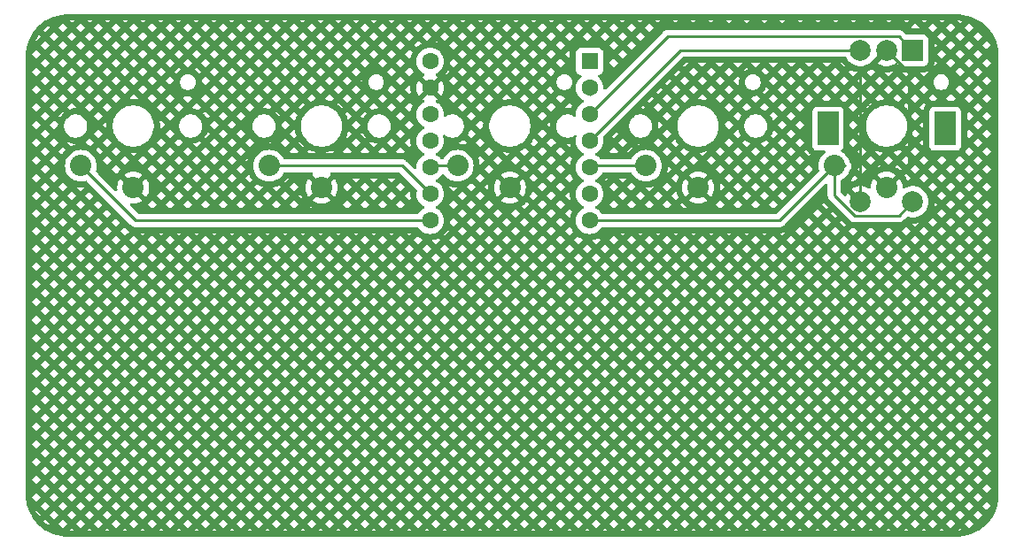
<source format=gbr>
%TF.GenerationSoftware,KiCad,Pcbnew,8.0.6*%
%TF.CreationDate,2024-11-27T16:10:26-06:00*%
%TF.ProjectId,hotdog_pad,686f7464-6f67-45f7-9061-642e6b696361,rev?*%
%TF.SameCoordinates,Original*%
%TF.FileFunction,Copper,L2,Bot*%
%TF.FilePolarity,Positive*%
%FSLAX46Y46*%
G04 Gerber Fmt 4.6, Leading zero omitted, Abs format (unit mm)*
G04 Created by KiCad (PCBNEW 8.0.6) date 2024-11-27 16:10:26*
%MOMM*%
%LPD*%
G01*
G04 APERTURE LIST*
%TA.AperFunction,ComponentPad*%
%ADD10C,2.032000*%
%TD*%
%TA.AperFunction,ComponentPad*%
%ADD11R,2.000000X2.000000*%
%TD*%
%TA.AperFunction,ComponentPad*%
%ADD12C,2.000000*%
%TD*%
%TA.AperFunction,ComponentPad*%
%ADD13R,2.000000X3.200000*%
%TD*%
%TA.AperFunction,ComponentPad*%
%ADD14R,1.600000X1.600000*%
%TD*%
%TA.AperFunction,ComponentPad*%
%ADD15C,1.600000*%
%TD*%
%TA.AperFunction,Conductor*%
%ADD16C,0.250000*%
%TD*%
G04 APERTURE END LIST*
D10*
%TO.P,SW6,1,1*%
%TO.N,GND*%
X161280000Y-52600000D03*
%TO.P,SW6,2,2*%
%TO.N,SW5*%
X156280000Y-50500000D03*
%TD*%
%TO.P,SW1,1,1*%
%TO.N,GND*%
X89280000Y-52600000D03*
%TO.P,SW1,2,2*%
%TO.N,SW1*%
X84280000Y-50500000D03*
%TD*%
%TO.P,SW3,1,1*%
%TO.N,GND*%
X125280000Y-52600000D03*
%TO.P,SW3,2,2*%
%TO.N,SW3*%
X120280000Y-50500000D03*
%TD*%
%TO.P,SW4,1,1*%
%TO.N,GND*%
X143280000Y-52600000D03*
%TO.P,SW4,2,2*%
%TO.N,SW4*%
X138280000Y-50500000D03*
%TD*%
%TO.P,SW2,1,1*%
%TO.N,GND*%
X107280000Y-52600000D03*
%TO.P,SW2,2,2*%
%TO.N,SW2*%
X102280000Y-50500000D03*
%TD*%
D11*
%TO.P,SW5,A,A*%
%TO.N,ENC_A*%
X163780000Y-39450000D03*
D12*
%TO.P,SW5,B,B*%
%TO.N,ENC_B*%
X158780000Y-39450000D03*
%TO.P,SW5,C,C*%
%TO.N,GND*%
X161280000Y-39450000D03*
D13*
%TO.P,SW5,MP*%
%TO.N,N/C*%
X166880000Y-46950000D03*
X155680000Y-46950000D03*
D12*
%TO.P,SW5,S1,S1*%
%TO.N,GND*%
X158780000Y-53950000D03*
%TO.P,SW5,S2,S2*%
%TO.N,SW5*%
X163780000Y-53950000D03*
%TD*%
D14*
%TO.P,U1,1,PA02_A0_D0*%
%TO.N,unconnected-(U1-PA02_A0_D0-Pad1)*%
X132900000Y-40500000D03*
D15*
%TO.P,U1,2,PA4_A1_D1*%
%TO.N,unconnected-(U1-PA4_A1_D1-Pad2)*%
X132900000Y-43040000D03*
%TO.P,U1,3,PA10_A2_D2*%
%TO.N,ENC_A*%
X132900000Y-45580000D03*
%TO.P,U1,4,PA11_A3_D3*%
%TO.N,ENC_B*%
X132900000Y-48120000D03*
%TO.P,U1,5,PA8_A4_D4_SDA*%
%TO.N,SW4*%
X132900000Y-50660000D03*
%TO.P,U1,6,PA9_A5_D5_SCL*%
%TO.N,unconnected-(U1-PA9_A5_D5_SCL-Pad6)*%
X132900000Y-53200000D03*
%TO.P,U1,7,PB08_A6_D6_TX*%
%TO.N,SW5*%
X132900000Y-55740000D03*
%TO.P,U1,8,PB09_A7_D7_RX*%
%TO.N,SW1*%
X117660000Y-55740000D03*
%TO.P,U1,9,PA7_A8_D8_SCK*%
%TO.N,SW2*%
X117660000Y-53200000D03*
%TO.P,U1,10,PA5_A9_D9_MISO*%
%TO.N,SW3*%
X117660000Y-50660000D03*
%TO.P,U1,11,PA6_A10_D10_MOSI*%
%TO.N,unconnected-(U1-PA6_A10_D10_MOSI-Pad11)*%
X117660000Y-48120000D03*
%TO.P,U1,12,3V3*%
%TO.N,unconnected-(U1-3V3-Pad12)*%
X117660000Y-45580000D03*
%TO.P,U1,13,GND*%
%TO.N,GND*%
X117660000Y-43040000D03*
%TO.P,U1,14,5V*%
%TO.N,VCC*%
X117660000Y-40500000D03*
%TD*%
D16*
%TO.N,GND*%
X158780000Y-41950000D02*
X158780000Y-53950000D01*
X161280000Y-39450000D02*
X158780000Y-41950000D01*
X163369500Y-41539500D02*
X163369500Y-50510500D01*
X163369500Y-50510500D02*
X161280000Y-52600000D01*
X161280000Y-39450000D02*
X163369500Y-41539500D01*
%TO.N,SW1*%
X89520000Y-55740000D02*
X117660000Y-55740000D01*
X84280000Y-50500000D02*
X89520000Y-55740000D01*
%TO.N,SW2*%
X102280000Y-50500000D02*
X114960000Y-50500000D01*
X114960000Y-50500000D02*
X117660000Y-53200000D01*
%TO.N,SW3*%
X120280000Y-50500000D02*
X117820000Y-50500000D01*
X117820000Y-50500000D02*
X117660000Y-50660000D01*
%TO.N,SW4*%
X138280000Y-50500000D02*
X133060000Y-50500000D01*
X133060000Y-50500000D02*
X132900000Y-50660000D01*
%TO.N,SW5*%
X157283539Y-50500000D02*
X156280000Y-50500000D01*
X158231167Y-55275000D02*
X156280000Y-53323833D01*
X163780000Y-53950000D02*
X162455000Y-55275000D01*
X156280000Y-50500000D02*
X151040000Y-55740000D01*
X156280000Y-53323833D02*
X156280000Y-50500000D01*
X162455000Y-55275000D02*
X158231167Y-55275000D01*
X151040000Y-55740000D02*
X132900000Y-55740000D01*
%TO.N,ENC_A*%
X140355000Y-38125000D02*
X132900000Y-45580000D01*
X163780000Y-39450000D02*
X162455000Y-38125000D01*
X162455000Y-38125000D02*
X140355000Y-38125000D01*
%TO.N,ENC_B*%
X158780000Y-39450000D02*
X141570000Y-39450000D01*
X141570000Y-39450000D02*
X132900000Y-48120000D01*
%TO.N,unconnected-(U1-PA4_A1_D1-Pad2)*%
X132900000Y-43683160D02*
X132900000Y-43040000D01*
%TD*%
%TA.AperFunction,Conductor*%
%TO.N,GND*%
G36*
X168000733Y-36000008D02*
G01*
X168191077Y-36002343D01*
X168201681Y-36002930D01*
X168581224Y-36040312D01*
X168593249Y-36042096D01*
X168966527Y-36116345D01*
X168978329Y-36119301D01*
X169342544Y-36229785D01*
X169354002Y-36233885D01*
X169705627Y-36379532D01*
X169716626Y-36384734D01*
X170052282Y-36564147D01*
X170062708Y-36570396D01*
X170152051Y-36630093D01*
X170379169Y-36781849D01*
X170388942Y-36789097D01*
X170683148Y-37030544D01*
X170692165Y-37038717D01*
X170961282Y-37307834D01*
X170969454Y-37316850D01*
X171007507Y-37363218D01*
X171210902Y-37611057D01*
X171218150Y-37620830D01*
X171429600Y-37937286D01*
X171435856Y-37947724D01*
X171615264Y-38283372D01*
X171620467Y-38294372D01*
X171766114Y-38645997D01*
X171770214Y-38657455D01*
X171880698Y-39021670D01*
X171883654Y-39033474D01*
X171957902Y-39406744D01*
X171959688Y-39418781D01*
X171997068Y-39798304D01*
X171997656Y-39808937D01*
X171999991Y-39999266D01*
X172000000Y-40000787D01*
X172000000Y-81999212D01*
X171999991Y-82000733D01*
X171997656Y-82191062D01*
X171997068Y-82201695D01*
X171959688Y-82581218D01*
X171957902Y-82593255D01*
X171883654Y-82966525D01*
X171880698Y-82978329D01*
X171770214Y-83342544D01*
X171766114Y-83354002D01*
X171620467Y-83705627D01*
X171615264Y-83716627D01*
X171435856Y-84052275D01*
X171429600Y-84062713D01*
X171218150Y-84379169D01*
X171210902Y-84388942D01*
X170969455Y-84683148D01*
X170961282Y-84692165D01*
X170692165Y-84961282D01*
X170683148Y-84969455D01*
X170388942Y-85210902D01*
X170379169Y-85218150D01*
X170062713Y-85429600D01*
X170052275Y-85435856D01*
X169716627Y-85615264D01*
X169705627Y-85620467D01*
X169354002Y-85766114D01*
X169342544Y-85770214D01*
X168978329Y-85880698D01*
X168966525Y-85883654D01*
X168593255Y-85957902D01*
X168581218Y-85959688D01*
X168201695Y-85997068D01*
X168191062Y-85997656D01*
X168000734Y-85999991D01*
X167999213Y-86000000D01*
X83000787Y-86000000D01*
X82999266Y-85999991D01*
X82808937Y-85997656D01*
X82798304Y-85997068D01*
X82418781Y-85959688D01*
X82406744Y-85957902D01*
X82033474Y-85883654D01*
X82021670Y-85880698D01*
X81657455Y-85770214D01*
X81645997Y-85766114D01*
X81294372Y-85620467D01*
X81283372Y-85615264D01*
X80947724Y-85435856D01*
X80937286Y-85429600D01*
X80895980Y-85402000D01*
X83206963Y-85402000D01*
X83647690Y-85402000D01*
X84904020Y-85402000D01*
X85344746Y-85402000D01*
X86601077Y-85402000D01*
X87041802Y-85402000D01*
X88298133Y-85402000D01*
X88738858Y-85402000D01*
X89995189Y-85402000D01*
X90435915Y-85402000D01*
X91692245Y-85402000D01*
X92132971Y-85402000D01*
X93389302Y-85402000D01*
X93830027Y-85402000D01*
X95086358Y-85402000D01*
X95527083Y-85402000D01*
X96783414Y-85402000D01*
X97224140Y-85402000D01*
X98480470Y-85402000D01*
X98921196Y-85402000D01*
X100177527Y-85402000D01*
X100618252Y-85402000D01*
X101874583Y-85402000D01*
X102315309Y-85402000D01*
X103571639Y-85402000D01*
X104012365Y-85402000D01*
X105268696Y-85402000D01*
X105709421Y-85402000D01*
X106965752Y-85402000D01*
X107406477Y-85402000D01*
X108662808Y-85402000D01*
X109103534Y-85402000D01*
X110359864Y-85402000D01*
X110800590Y-85402000D01*
X112056921Y-85402000D01*
X112497646Y-85402000D01*
X113753977Y-85402000D01*
X114194702Y-85402000D01*
X115451033Y-85402000D01*
X115891759Y-85402000D01*
X117148090Y-85402000D01*
X117588815Y-85402000D01*
X118845146Y-85402000D01*
X119285871Y-85402000D01*
X120542202Y-85402000D01*
X120982928Y-85402000D01*
X122239258Y-85402000D01*
X122679984Y-85402000D01*
X123936315Y-85402000D01*
X124377040Y-85402000D01*
X125633371Y-85402000D01*
X126074096Y-85402000D01*
X127330427Y-85402000D01*
X127771153Y-85402000D01*
X129027483Y-85402000D01*
X129468209Y-85402000D01*
X130724540Y-85402000D01*
X131165265Y-85402000D01*
X132421596Y-85402000D01*
X132862322Y-85402000D01*
X134118652Y-85402000D01*
X134559378Y-85402000D01*
X135815709Y-85402000D01*
X136256434Y-85402000D01*
X137512765Y-85402000D01*
X137953490Y-85402000D01*
X139209821Y-85402000D01*
X139650547Y-85402000D01*
X140906877Y-85402000D01*
X141347603Y-85402000D01*
X142603934Y-85402000D01*
X143044659Y-85402000D01*
X144300990Y-85402000D01*
X144741715Y-85402000D01*
X145998046Y-85402000D01*
X146438772Y-85402000D01*
X147695102Y-85402000D01*
X148135828Y-85402000D01*
X149392159Y-85402000D01*
X149832884Y-85402000D01*
X151089215Y-85402000D01*
X151529941Y-85402000D01*
X152786271Y-85402000D01*
X153226997Y-85402000D01*
X154483328Y-85402000D01*
X154924053Y-85402000D01*
X156180384Y-85402000D01*
X156621109Y-85402000D01*
X157877440Y-85402000D01*
X158318166Y-85402000D01*
X159574496Y-85402000D01*
X160015222Y-85402000D01*
X161271553Y-85402000D01*
X161712278Y-85402000D01*
X162968609Y-85402000D01*
X163409334Y-85402000D01*
X164665665Y-85402000D01*
X165106391Y-85402000D01*
X166362721Y-85402000D01*
X166803447Y-85402000D01*
X166802657Y-85401210D01*
X168060567Y-85401210D01*
X168163357Y-85399949D01*
X168468407Y-85369904D01*
X168280140Y-85181637D01*
X168060567Y-85401210D01*
X166802657Y-85401210D01*
X166583084Y-85181637D01*
X166362721Y-85402000D01*
X165106391Y-85402000D01*
X164886028Y-85181637D01*
X164665665Y-85402000D01*
X163409334Y-85402000D01*
X163188971Y-85181637D01*
X162968609Y-85402000D01*
X161712278Y-85402000D01*
X161491915Y-85181637D01*
X161271553Y-85402000D01*
X160015222Y-85402000D01*
X159794859Y-85181637D01*
X159574496Y-85402000D01*
X158318166Y-85402000D01*
X158097803Y-85181637D01*
X157877440Y-85402000D01*
X156621109Y-85402000D01*
X156400746Y-85181637D01*
X156180384Y-85402000D01*
X154924053Y-85402000D01*
X154703690Y-85181637D01*
X154483328Y-85402000D01*
X153226997Y-85402000D01*
X153006634Y-85181637D01*
X152786271Y-85402000D01*
X151529941Y-85402000D01*
X151309578Y-85181637D01*
X151089215Y-85402000D01*
X149832884Y-85402000D01*
X149612521Y-85181637D01*
X149392159Y-85402000D01*
X148135828Y-85402000D01*
X147915465Y-85181637D01*
X147695102Y-85402000D01*
X146438772Y-85402000D01*
X146218409Y-85181637D01*
X145998046Y-85402000D01*
X144741715Y-85402000D01*
X144521352Y-85181637D01*
X144300990Y-85402000D01*
X143044659Y-85402000D01*
X142824296Y-85181637D01*
X142603934Y-85402000D01*
X141347603Y-85402000D01*
X141127240Y-85181637D01*
X140906877Y-85402000D01*
X139650547Y-85402000D01*
X139430184Y-85181637D01*
X139209821Y-85402000D01*
X137953490Y-85402000D01*
X137733127Y-85181637D01*
X137512765Y-85402000D01*
X136256434Y-85402000D01*
X136036071Y-85181637D01*
X135815709Y-85402000D01*
X134559378Y-85402000D01*
X134339015Y-85181637D01*
X134118652Y-85402000D01*
X132862322Y-85402000D01*
X132641959Y-85181637D01*
X132421596Y-85402000D01*
X131165265Y-85402000D01*
X130944902Y-85181637D01*
X130724540Y-85402000D01*
X129468209Y-85402000D01*
X129247846Y-85181637D01*
X129027483Y-85402000D01*
X127771153Y-85402000D01*
X127550790Y-85181637D01*
X127330427Y-85402000D01*
X126074096Y-85402000D01*
X125853733Y-85181637D01*
X125633371Y-85402000D01*
X124377040Y-85402000D01*
X124156677Y-85181637D01*
X123936315Y-85402000D01*
X122679984Y-85402000D01*
X122459621Y-85181637D01*
X122239258Y-85402000D01*
X120982928Y-85402000D01*
X120762565Y-85181637D01*
X120542202Y-85402000D01*
X119285871Y-85402000D01*
X119065508Y-85181637D01*
X118845146Y-85402000D01*
X117588815Y-85402000D01*
X117368452Y-85181637D01*
X117148090Y-85402000D01*
X115891759Y-85402000D01*
X115671396Y-85181637D01*
X115451033Y-85402000D01*
X114194702Y-85402000D01*
X113974339Y-85181637D01*
X113753977Y-85402000D01*
X112497646Y-85402000D01*
X112277283Y-85181637D01*
X112056921Y-85402000D01*
X110800590Y-85402000D01*
X110580227Y-85181637D01*
X110359864Y-85402000D01*
X109103534Y-85402000D01*
X108883171Y-85181637D01*
X108662808Y-85402000D01*
X107406477Y-85402000D01*
X107186114Y-85181637D01*
X106965752Y-85402000D01*
X105709421Y-85402000D01*
X105489058Y-85181637D01*
X105268696Y-85402000D01*
X104012365Y-85402000D01*
X103792002Y-85181637D01*
X103571639Y-85402000D01*
X102315309Y-85402000D01*
X102094946Y-85181637D01*
X101874583Y-85402000D01*
X100618252Y-85402000D01*
X100397889Y-85181637D01*
X100177527Y-85402000D01*
X98921196Y-85402000D01*
X98700833Y-85181637D01*
X98480470Y-85402000D01*
X97224140Y-85402000D01*
X97003777Y-85181637D01*
X96783414Y-85402000D01*
X95527083Y-85402000D01*
X95306720Y-85181637D01*
X95086358Y-85402000D01*
X93830027Y-85402000D01*
X93609664Y-85181637D01*
X93389302Y-85402000D01*
X92132971Y-85402000D01*
X91912608Y-85181637D01*
X91692245Y-85402000D01*
X90435915Y-85402000D01*
X90215552Y-85181637D01*
X89995189Y-85402000D01*
X88738858Y-85402000D01*
X88518495Y-85181637D01*
X88298133Y-85402000D01*
X87041802Y-85402000D01*
X86821439Y-85181637D01*
X86601077Y-85402000D01*
X85344746Y-85402000D01*
X85124383Y-85181637D01*
X84904020Y-85402000D01*
X83647690Y-85402000D01*
X83427326Y-85181636D01*
X83206963Y-85402000D01*
X80895980Y-85402000D01*
X80620830Y-85218150D01*
X80611057Y-85210902D01*
X80316851Y-84969455D01*
X80307834Y-84961282D01*
X80038717Y-84692165D01*
X80030544Y-84683148D01*
X79889513Y-84511300D01*
X80703550Y-84511300D01*
X80714210Y-84521960D01*
X80972422Y-84733867D01*
X81188177Y-84878031D01*
X81307420Y-84758787D01*
X82153120Y-84758787D01*
X82578798Y-85184466D01*
X83004477Y-84758787D01*
X83850176Y-84758787D01*
X84275855Y-85184466D01*
X84701533Y-84758787D01*
X85547232Y-84758787D01*
X85972911Y-85184466D01*
X86398589Y-84758787D01*
X87244288Y-84758787D01*
X87669967Y-85184466D01*
X88095645Y-84758787D01*
X88941345Y-84758787D01*
X89367024Y-85184466D01*
X89792702Y-84758787D01*
X90638401Y-84758787D01*
X91064080Y-85184466D01*
X91489758Y-84758787D01*
X92335457Y-84758787D01*
X92761136Y-85184466D01*
X93186814Y-84758787D01*
X94032514Y-84758787D01*
X94458192Y-85184466D01*
X94883871Y-84758787D01*
X95729570Y-84758787D01*
X96155249Y-85184466D01*
X96580927Y-84758787D01*
X97426626Y-84758787D01*
X97852305Y-85184466D01*
X98277983Y-84758787D01*
X99123682Y-84758787D01*
X99549361Y-85184466D01*
X99975039Y-84758787D01*
X100820739Y-84758787D01*
X101246417Y-85184466D01*
X101672096Y-84758787D01*
X102517795Y-84758787D01*
X102943474Y-85184466D01*
X103369152Y-84758787D01*
X104214851Y-84758787D01*
X104640530Y-85184466D01*
X105066208Y-84758787D01*
X105911907Y-84758787D01*
X106337586Y-85184466D01*
X106763264Y-84758787D01*
X107608964Y-84758787D01*
X108034643Y-85184466D01*
X108460321Y-84758787D01*
X109306020Y-84758787D01*
X109731699Y-85184466D01*
X110157377Y-84758787D01*
X111003076Y-84758787D01*
X111428755Y-85184466D01*
X111854433Y-84758787D01*
X112700133Y-84758787D01*
X113125811Y-85184466D01*
X113551490Y-84758787D01*
X114397189Y-84758787D01*
X114822868Y-85184466D01*
X115248546Y-84758787D01*
X116094245Y-84758787D01*
X116519924Y-85184466D01*
X116945602Y-84758787D01*
X117791301Y-84758787D01*
X118216980Y-85184466D01*
X118642658Y-84758787D01*
X119488358Y-84758787D01*
X119914036Y-85184466D01*
X120339715Y-84758787D01*
X121185414Y-84758787D01*
X121611093Y-85184466D01*
X122036771Y-84758787D01*
X122882470Y-84758787D01*
X123308149Y-85184466D01*
X123733827Y-84758787D01*
X124579527Y-84758787D01*
X125005205Y-85184466D01*
X125430884Y-84758787D01*
X126276583Y-84758787D01*
X126702262Y-85184466D01*
X127127940Y-84758787D01*
X127973639Y-84758787D01*
X128399318Y-85184466D01*
X128824996Y-84758787D01*
X129670695Y-84758787D01*
X130096374Y-85184466D01*
X130522052Y-84758787D01*
X131367752Y-84758787D01*
X131793430Y-85184466D01*
X132219109Y-84758787D01*
X133064808Y-84758787D01*
X133490487Y-85184466D01*
X133916165Y-84758787D01*
X134761864Y-84758787D01*
X135187543Y-85184466D01*
X135613221Y-84758787D01*
X136458920Y-84758787D01*
X136884599Y-85184466D01*
X137310277Y-84758787D01*
X138155977Y-84758787D01*
X138581655Y-85184466D01*
X139007334Y-84758787D01*
X139853033Y-84758787D01*
X140278712Y-85184466D01*
X140704390Y-84758787D01*
X141550089Y-84758787D01*
X141975768Y-85184466D01*
X142401446Y-84758787D01*
X143247146Y-84758787D01*
X143672824Y-85184466D01*
X144098503Y-84758787D01*
X144944202Y-84758787D01*
X145369881Y-85184466D01*
X145795559Y-84758787D01*
X146641258Y-84758787D01*
X147066937Y-85184466D01*
X147492615Y-84758787D01*
X148338314Y-84758787D01*
X148763993Y-85184466D01*
X149189671Y-84758787D01*
X150035371Y-84758787D01*
X150461049Y-85184466D01*
X150886728Y-84758787D01*
X151732427Y-84758787D01*
X152158106Y-85184466D01*
X152583784Y-84758787D01*
X153429483Y-84758787D01*
X153855162Y-85184466D01*
X154280840Y-84758787D01*
X155126539Y-84758787D01*
X155552218Y-85184466D01*
X155977896Y-84758787D01*
X156823596Y-84758787D01*
X157249274Y-85184466D01*
X157674953Y-84758787D01*
X158520652Y-84758787D01*
X158946331Y-85184466D01*
X159372009Y-84758787D01*
X160217708Y-84758787D01*
X160643387Y-85184466D01*
X161069065Y-84758787D01*
X161914765Y-84758787D01*
X162340443Y-85184466D01*
X162766122Y-84758787D01*
X163611821Y-84758787D01*
X164037500Y-85184466D01*
X164463178Y-84758787D01*
X165308877Y-84758787D01*
X165734556Y-85184466D01*
X166160234Y-84758787D01*
X167005933Y-84758787D01*
X167431612Y-85184466D01*
X167857290Y-84758787D01*
X168702990Y-84758787D01*
X169128668Y-85184465D01*
X169554346Y-84758787D01*
X169128668Y-84333109D01*
X168702990Y-84758787D01*
X167857290Y-84758787D01*
X167431612Y-84333109D01*
X167005933Y-84758787D01*
X166160234Y-84758787D01*
X165734556Y-84333109D01*
X165308877Y-84758787D01*
X164463178Y-84758787D01*
X164037500Y-84333109D01*
X163611821Y-84758787D01*
X162766122Y-84758787D01*
X162340443Y-84333109D01*
X161914765Y-84758787D01*
X161069065Y-84758787D01*
X160643387Y-84333109D01*
X160217708Y-84758787D01*
X159372009Y-84758787D01*
X158946331Y-84333109D01*
X158520652Y-84758787D01*
X157674953Y-84758787D01*
X157249274Y-84333109D01*
X156823596Y-84758787D01*
X155977896Y-84758787D01*
X155552218Y-84333109D01*
X155126539Y-84758787D01*
X154280840Y-84758787D01*
X153855162Y-84333109D01*
X153429483Y-84758787D01*
X152583784Y-84758787D01*
X152158106Y-84333109D01*
X151732427Y-84758787D01*
X150886728Y-84758787D01*
X150461049Y-84333109D01*
X150035371Y-84758787D01*
X149189671Y-84758787D01*
X148763993Y-84333109D01*
X148338314Y-84758787D01*
X147492615Y-84758787D01*
X147066937Y-84333109D01*
X146641258Y-84758787D01*
X145795559Y-84758787D01*
X145369881Y-84333109D01*
X144944202Y-84758787D01*
X144098503Y-84758787D01*
X143672824Y-84333109D01*
X143247146Y-84758787D01*
X142401446Y-84758787D01*
X141975768Y-84333109D01*
X141550089Y-84758787D01*
X140704390Y-84758787D01*
X140278712Y-84333109D01*
X139853033Y-84758787D01*
X139007334Y-84758787D01*
X138581655Y-84333109D01*
X138155977Y-84758787D01*
X137310277Y-84758787D01*
X136884599Y-84333109D01*
X136458920Y-84758787D01*
X135613221Y-84758787D01*
X135187543Y-84333109D01*
X134761864Y-84758787D01*
X133916165Y-84758787D01*
X133490487Y-84333109D01*
X133064808Y-84758787D01*
X132219109Y-84758787D01*
X131793430Y-84333109D01*
X131367752Y-84758787D01*
X130522052Y-84758787D01*
X130096374Y-84333109D01*
X129670695Y-84758787D01*
X128824996Y-84758787D01*
X128399318Y-84333109D01*
X127973639Y-84758787D01*
X127127940Y-84758787D01*
X126702262Y-84333109D01*
X126276583Y-84758787D01*
X125430884Y-84758787D01*
X125005205Y-84333109D01*
X124579527Y-84758787D01*
X123733827Y-84758787D01*
X123308149Y-84333109D01*
X122882470Y-84758787D01*
X122036771Y-84758787D01*
X121611093Y-84333109D01*
X121185414Y-84758787D01*
X120339715Y-84758787D01*
X119914036Y-84333109D01*
X119488358Y-84758787D01*
X118642658Y-84758787D01*
X118216980Y-84333109D01*
X117791301Y-84758787D01*
X116945602Y-84758787D01*
X116519924Y-84333109D01*
X116094245Y-84758787D01*
X115248546Y-84758787D01*
X114822868Y-84333109D01*
X114397189Y-84758787D01*
X113551490Y-84758787D01*
X113125811Y-84333109D01*
X112700133Y-84758787D01*
X111854433Y-84758787D01*
X111428755Y-84333109D01*
X111003076Y-84758787D01*
X110157377Y-84758787D01*
X109731699Y-84333109D01*
X109306020Y-84758787D01*
X108460321Y-84758787D01*
X108034643Y-84333109D01*
X107608964Y-84758787D01*
X106763264Y-84758787D01*
X106337586Y-84333109D01*
X105911907Y-84758787D01*
X105066208Y-84758787D01*
X104640530Y-84333109D01*
X104214851Y-84758787D01*
X103369152Y-84758787D01*
X102943474Y-84333109D01*
X102517795Y-84758787D01*
X101672096Y-84758787D01*
X101246417Y-84333109D01*
X100820739Y-84758787D01*
X99975039Y-84758787D01*
X99549361Y-84333109D01*
X99123682Y-84758787D01*
X98277983Y-84758787D01*
X97852305Y-84333109D01*
X97426626Y-84758787D01*
X96580927Y-84758787D01*
X96155249Y-84333109D01*
X95729570Y-84758787D01*
X94883871Y-84758787D01*
X94458192Y-84333109D01*
X94032514Y-84758787D01*
X93186814Y-84758787D01*
X92761136Y-84333109D01*
X92335457Y-84758787D01*
X91489758Y-84758787D01*
X91064080Y-84333109D01*
X90638401Y-84758787D01*
X89792702Y-84758787D01*
X89367024Y-84333109D01*
X88941345Y-84758787D01*
X88095645Y-84758787D01*
X87669967Y-84333109D01*
X87244288Y-84758787D01*
X86398589Y-84758787D01*
X85972911Y-84333109D01*
X85547232Y-84758787D01*
X84701533Y-84758787D01*
X84275855Y-84333109D01*
X83850176Y-84758787D01*
X83004477Y-84758787D01*
X82578798Y-84333109D01*
X82153120Y-84758787D01*
X81307420Y-84758787D01*
X80881741Y-84333108D01*
X80703550Y-84511300D01*
X79889513Y-84511300D01*
X79789097Y-84388942D01*
X79781849Y-84379169D01*
X79570399Y-84062713D01*
X79564143Y-84052275D01*
X79550941Y-84027576D01*
X79384734Y-83716626D01*
X79379532Y-83705627D01*
X79313466Y-83546128D01*
X79971665Y-83546128D01*
X80080553Y-83749841D01*
X80266131Y-84027576D01*
X80300137Y-84069013D01*
X80458891Y-83910259D01*
X81304592Y-83910259D01*
X81730270Y-84335937D01*
X82155949Y-83910259D01*
X83001648Y-83910259D01*
X83427327Y-84335938D01*
X83853005Y-83910259D01*
X84698704Y-83910259D01*
X85124383Y-84335938D01*
X85550061Y-83910259D01*
X86395760Y-83910259D01*
X86821439Y-84335937D01*
X87247117Y-83910259D01*
X88092817Y-83910259D01*
X88518495Y-84335937D01*
X88944174Y-83910259D01*
X89789873Y-83910259D01*
X90215552Y-84335938D01*
X90641230Y-83910259D01*
X91486929Y-83910259D01*
X91912608Y-84335938D01*
X92338286Y-83910259D01*
X93183985Y-83910259D01*
X93609664Y-84335937D01*
X94035342Y-83910259D01*
X94881042Y-83910259D01*
X95306720Y-84335937D01*
X95732399Y-83910259D01*
X96578098Y-83910259D01*
X97003777Y-84335938D01*
X97429455Y-83910259D01*
X98275154Y-83910259D01*
X98700833Y-84335938D01*
X99126511Y-83910259D01*
X99972211Y-83910259D01*
X100397889Y-84335937D01*
X100823568Y-83910259D01*
X101669267Y-83910259D01*
X102094946Y-84335938D01*
X102520624Y-83910259D01*
X103366323Y-83910259D01*
X103792002Y-84335938D01*
X104217680Y-83910259D01*
X105063379Y-83910259D01*
X105489058Y-84335937D01*
X105914736Y-83910259D01*
X106760436Y-83910259D01*
X107186114Y-84335937D01*
X107611793Y-83910259D01*
X108457492Y-83910259D01*
X108883171Y-84335938D01*
X109308849Y-83910259D01*
X110154548Y-83910259D01*
X110580227Y-84335938D01*
X111005905Y-83910259D01*
X111851604Y-83910259D01*
X112277283Y-84335937D01*
X112702961Y-83910259D01*
X113548661Y-83910259D01*
X113974339Y-84335937D01*
X114400018Y-83910259D01*
X115245717Y-83910259D01*
X115671396Y-84335938D01*
X116097074Y-83910259D01*
X116942773Y-83910259D01*
X117368452Y-84335937D01*
X117794130Y-83910259D01*
X118639830Y-83910259D01*
X119065508Y-84335937D01*
X119491187Y-83910259D01*
X120336886Y-83910259D01*
X120762565Y-84335938D01*
X121188243Y-83910259D01*
X122033942Y-83910259D01*
X122459621Y-84335938D01*
X122885299Y-83910259D01*
X123730998Y-83910259D01*
X124156677Y-84335937D01*
X124582355Y-83910259D01*
X125428055Y-83910259D01*
X125853733Y-84335937D01*
X126279412Y-83910259D01*
X127125111Y-83910259D01*
X127550790Y-84335938D01*
X127976468Y-83910259D01*
X128822167Y-83910259D01*
X129247846Y-84335938D01*
X129673524Y-83910259D01*
X130519223Y-83910259D01*
X130944902Y-84335937D01*
X131370580Y-83910259D01*
X132216280Y-83910259D01*
X132641959Y-84335938D01*
X133067637Y-83910259D01*
X133913336Y-83910259D01*
X134339015Y-84335938D01*
X134764693Y-83910259D01*
X135610392Y-83910259D01*
X136036071Y-84335937D01*
X136461749Y-83910259D01*
X137307449Y-83910259D01*
X137733127Y-84335937D01*
X138158806Y-83910259D01*
X139004505Y-83910259D01*
X139430184Y-84335938D01*
X139855862Y-83910259D01*
X140701561Y-83910259D01*
X141127240Y-84335938D01*
X141552918Y-83910259D01*
X142398617Y-83910259D01*
X142824296Y-84335937D01*
X143249974Y-83910259D01*
X144095674Y-83910259D01*
X144521352Y-84335937D01*
X144947031Y-83910259D01*
X145792730Y-83910259D01*
X146218409Y-84335938D01*
X146644087Y-83910259D01*
X147489786Y-83910259D01*
X147915465Y-84335938D01*
X148341143Y-83910259D01*
X149186842Y-83910259D01*
X149612521Y-84335937D01*
X150038199Y-83910259D01*
X150883899Y-83910259D01*
X151309578Y-84335938D01*
X151735256Y-83910259D01*
X152580955Y-83910259D01*
X153006634Y-84335938D01*
X153432312Y-83910259D01*
X154278011Y-83910259D01*
X154703690Y-84335937D01*
X155129368Y-83910259D01*
X155975068Y-83910259D01*
X156400746Y-84335937D01*
X156826425Y-83910259D01*
X157672124Y-83910259D01*
X158097803Y-84335938D01*
X158523481Y-83910259D01*
X159369180Y-83910259D01*
X159794859Y-84335938D01*
X160220537Y-83910259D01*
X161066236Y-83910259D01*
X161491915Y-84335937D01*
X161917593Y-83910259D01*
X162763293Y-83910259D01*
X163188971Y-84335937D01*
X163614650Y-83910259D01*
X164460349Y-83910259D01*
X164886028Y-84335938D01*
X165311706Y-83910259D01*
X166157405Y-83910259D01*
X166583084Y-84335938D01*
X167008762Y-83910259D01*
X167854462Y-83910259D01*
X168280140Y-84335937D01*
X168705819Y-83910259D01*
X169551518Y-83910259D01*
X169977197Y-84335938D01*
X170402875Y-83910259D01*
X169977197Y-83484580D01*
X169551518Y-83910259D01*
X168705819Y-83910259D01*
X168280140Y-83484580D01*
X167854462Y-83910259D01*
X167008762Y-83910259D01*
X166583084Y-83484580D01*
X166157405Y-83910259D01*
X165311706Y-83910259D01*
X164886028Y-83484580D01*
X164460349Y-83910259D01*
X163614650Y-83910259D01*
X163188971Y-83484580D01*
X162763293Y-83910259D01*
X161917593Y-83910259D01*
X161491915Y-83484580D01*
X161066236Y-83910259D01*
X160220537Y-83910259D01*
X159794859Y-83484580D01*
X159369180Y-83910259D01*
X158523481Y-83910259D01*
X158097803Y-83484580D01*
X157672124Y-83910259D01*
X156826425Y-83910259D01*
X156400746Y-83484580D01*
X155975068Y-83910259D01*
X155129368Y-83910259D01*
X154703690Y-83484580D01*
X154278011Y-83910259D01*
X153432312Y-83910259D01*
X153006634Y-83484580D01*
X152580955Y-83910259D01*
X151735256Y-83910259D01*
X151309578Y-83484580D01*
X150883899Y-83910259D01*
X150038199Y-83910259D01*
X149612521Y-83484580D01*
X149186842Y-83910259D01*
X148341143Y-83910259D01*
X147915465Y-83484580D01*
X147489786Y-83910259D01*
X146644087Y-83910259D01*
X146218409Y-83484580D01*
X145792730Y-83910259D01*
X144947031Y-83910259D01*
X144521352Y-83484580D01*
X144095674Y-83910259D01*
X143249974Y-83910259D01*
X142824296Y-83484580D01*
X142398617Y-83910259D01*
X141552918Y-83910259D01*
X141127240Y-83484580D01*
X140701561Y-83910259D01*
X139855862Y-83910259D01*
X139430184Y-83484580D01*
X139004505Y-83910259D01*
X138158806Y-83910259D01*
X137733127Y-83484580D01*
X137307449Y-83910259D01*
X136461749Y-83910259D01*
X136036071Y-83484580D01*
X135610392Y-83910259D01*
X134764693Y-83910259D01*
X134339015Y-83484580D01*
X133913336Y-83910259D01*
X133067637Y-83910259D01*
X132641959Y-83484580D01*
X132216280Y-83910259D01*
X131370580Y-83910259D01*
X130944902Y-83484580D01*
X130519223Y-83910259D01*
X129673524Y-83910259D01*
X129247846Y-83484580D01*
X128822167Y-83910259D01*
X127976468Y-83910259D01*
X127550790Y-83484580D01*
X127125111Y-83910259D01*
X126279412Y-83910259D01*
X125853733Y-83484580D01*
X125428055Y-83910259D01*
X124582355Y-83910259D01*
X124156677Y-83484580D01*
X123730998Y-83910259D01*
X122885299Y-83910259D01*
X122459621Y-83484580D01*
X122033942Y-83910259D01*
X121188243Y-83910259D01*
X120762565Y-83484580D01*
X120336886Y-83910259D01*
X119491187Y-83910259D01*
X119065508Y-83484580D01*
X118639830Y-83910259D01*
X117794130Y-83910259D01*
X117368452Y-83484580D01*
X116942773Y-83910259D01*
X116097074Y-83910259D01*
X115671396Y-83484580D01*
X115245717Y-83910259D01*
X114400018Y-83910259D01*
X113974339Y-83484580D01*
X113548661Y-83910259D01*
X112702961Y-83910259D01*
X112277283Y-83484580D01*
X111851604Y-83910259D01*
X111005905Y-83910259D01*
X110580227Y-83484580D01*
X110154548Y-83910259D01*
X109308849Y-83910259D01*
X108883171Y-83484580D01*
X108457492Y-83910259D01*
X107611793Y-83910259D01*
X107186114Y-83484580D01*
X106760436Y-83910259D01*
X105914736Y-83910259D01*
X105489058Y-83484580D01*
X105063379Y-83910259D01*
X104217680Y-83910259D01*
X103792002Y-83484580D01*
X103366323Y-83910259D01*
X102520624Y-83910259D01*
X102094946Y-83484580D01*
X101669267Y-83910259D01*
X100823568Y-83910259D01*
X100397889Y-83484580D01*
X99972211Y-83910259D01*
X99126511Y-83910259D01*
X98700833Y-83484580D01*
X98275154Y-83910259D01*
X97429455Y-83910259D01*
X97003777Y-83484580D01*
X96578098Y-83910259D01*
X95732399Y-83910259D01*
X95306720Y-83484580D01*
X94881042Y-83910259D01*
X94035342Y-83910259D01*
X93609664Y-83484580D01*
X93183985Y-83910259D01*
X92338286Y-83910259D01*
X91912608Y-83484580D01*
X91486929Y-83910259D01*
X90641230Y-83910259D01*
X90215552Y-83484580D01*
X89789873Y-83910259D01*
X88944174Y-83910259D01*
X88518495Y-83484580D01*
X88092817Y-83910259D01*
X87247117Y-83910259D01*
X86821439Y-83484580D01*
X86395760Y-83910259D01*
X85550061Y-83910259D01*
X85124383Y-83484580D01*
X84698704Y-83910259D01*
X83853005Y-83910259D01*
X83427327Y-83484580D01*
X83001648Y-83910259D01*
X82155949Y-83910259D01*
X81730270Y-83484580D01*
X81304592Y-83910259D01*
X80458891Y-83910259D01*
X80458892Y-83910258D01*
X80033214Y-83484581D01*
X79971665Y-83546128D01*
X79313466Y-83546128D01*
X79233885Y-83354002D01*
X79229785Y-83342544D01*
X79144601Y-83061731D01*
X80456063Y-83061731D01*
X80881742Y-83487409D01*
X81307420Y-83061731D01*
X82153120Y-83061731D01*
X82578798Y-83487409D01*
X83004477Y-83061731D01*
X83850176Y-83061731D01*
X84275855Y-83487410D01*
X84701533Y-83061731D01*
X85547232Y-83061731D01*
X85972911Y-83487410D01*
X86398589Y-83061731D01*
X87244288Y-83061731D01*
X87669967Y-83487409D01*
X88095645Y-83061731D01*
X88941345Y-83061731D01*
X89367024Y-83487410D01*
X89792702Y-83061731D01*
X90638401Y-83061731D01*
X91064080Y-83487410D01*
X91489758Y-83061731D01*
X92335457Y-83061731D01*
X92761136Y-83487409D01*
X93186814Y-83061731D01*
X94032514Y-83061731D01*
X94458192Y-83487409D01*
X94883871Y-83061731D01*
X95729570Y-83061731D01*
X96155249Y-83487410D01*
X96580927Y-83061731D01*
X97426626Y-83061731D01*
X97852305Y-83487410D01*
X98277983Y-83061731D01*
X99123682Y-83061731D01*
X99549361Y-83487409D01*
X99975039Y-83061731D01*
X100820739Y-83061731D01*
X101246417Y-83487409D01*
X101672096Y-83061731D01*
X102517795Y-83061731D01*
X102943474Y-83487410D01*
X103369152Y-83061731D01*
X104214851Y-83061731D01*
X104640530Y-83487410D01*
X105066208Y-83061731D01*
X105911907Y-83061731D01*
X106337586Y-83487409D01*
X106763264Y-83061731D01*
X107608964Y-83061731D01*
X108034643Y-83487410D01*
X108460321Y-83061731D01*
X109306020Y-83061731D01*
X109731699Y-83487410D01*
X110157377Y-83061731D01*
X111003076Y-83061731D01*
X111428755Y-83487409D01*
X111854433Y-83061731D01*
X112700133Y-83061731D01*
X113125811Y-83487409D01*
X113551490Y-83061731D01*
X114397189Y-83061731D01*
X114822868Y-83487410D01*
X115248546Y-83061731D01*
X116094245Y-83061731D01*
X116519924Y-83487410D01*
X116945602Y-83061731D01*
X117791301Y-83061731D01*
X118216980Y-83487409D01*
X118642658Y-83061731D01*
X119488358Y-83061731D01*
X119914036Y-83487409D01*
X120339715Y-83061731D01*
X121185414Y-83061731D01*
X121611093Y-83487410D01*
X122036771Y-83061731D01*
X122882470Y-83061731D01*
X123308149Y-83487410D01*
X123733827Y-83061731D01*
X124579527Y-83061731D01*
X125005205Y-83487409D01*
X125430884Y-83061731D01*
X126276583Y-83061731D01*
X126702262Y-83487410D01*
X127127940Y-83061731D01*
X127973639Y-83061731D01*
X128399318Y-83487410D01*
X128824996Y-83061731D01*
X129670695Y-83061731D01*
X130096374Y-83487409D01*
X130522052Y-83061731D01*
X131367752Y-83061731D01*
X131793430Y-83487409D01*
X132219109Y-83061731D01*
X133064808Y-83061731D01*
X133490487Y-83487410D01*
X133916165Y-83061731D01*
X134761864Y-83061731D01*
X135187543Y-83487410D01*
X135613221Y-83061731D01*
X136458920Y-83061731D01*
X136884599Y-83487409D01*
X137310277Y-83061731D01*
X138155977Y-83061731D01*
X138581655Y-83487409D01*
X139007334Y-83061731D01*
X139853033Y-83061731D01*
X140278712Y-83487410D01*
X140704390Y-83061731D01*
X141550089Y-83061731D01*
X141975768Y-83487410D01*
X142401446Y-83061731D01*
X143247146Y-83061731D01*
X143672824Y-83487409D01*
X144098503Y-83061731D01*
X144944202Y-83061731D01*
X145369881Y-83487410D01*
X145795559Y-83061731D01*
X146641258Y-83061731D01*
X147066937Y-83487410D01*
X147492615Y-83061731D01*
X148338314Y-83061731D01*
X148763993Y-83487409D01*
X149189671Y-83061731D01*
X150035371Y-83061731D01*
X150461049Y-83487409D01*
X150886728Y-83061731D01*
X151732427Y-83061731D01*
X152158106Y-83487410D01*
X152583784Y-83061731D01*
X153429483Y-83061731D01*
X153855162Y-83487410D01*
X154280840Y-83061731D01*
X155126539Y-83061731D01*
X155552218Y-83487409D01*
X155977896Y-83061731D01*
X156823596Y-83061731D01*
X157249274Y-83487409D01*
X157674953Y-83061731D01*
X158520652Y-83061731D01*
X158946331Y-83487410D01*
X159372009Y-83061731D01*
X160217708Y-83061731D01*
X160643387Y-83487409D01*
X161069065Y-83061731D01*
X161914765Y-83061731D01*
X162340443Y-83487409D01*
X162766122Y-83061731D01*
X163611821Y-83061731D01*
X164037500Y-83487410D01*
X164463178Y-83061731D01*
X165308877Y-83061731D01*
X165734556Y-83487410D01*
X166160234Y-83061731D01*
X167005933Y-83061731D01*
X167431612Y-83487409D01*
X167857290Y-83061731D01*
X168702990Y-83061731D01*
X169128668Y-83487409D01*
X169554347Y-83061731D01*
X170400046Y-83061731D01*
X170825724Y-83487409D01*
X171221380Y-83091754D01*
X171235355Y-83045682D01*
X170825725Y-82636052D01*
X170400046Y-83061731D01*
X169554347Y-83061731D01*
X169128668Y-82636052D01*
X168702990Y-83061731D01*
X167857290Y-83061731D01*
X167431612Y-82636052D01*
X167005933Y-83061731D01*
X166160234Y-83061731D01*
X165734556Y-82636052D01*
X165308877Y-83061731D01*
X164463178Y-83061731D01*
X164037500Y-82636052D01*
X163611821Y-83061731D01*
X162766122Y-83061731D01*
X162340443Y-82636052D01*
X161914765Y-83061731D01*
X161069065Y-83061731D01*
X160643387Y-82636052D01*
X160217708Y-83061731D01*
X159372009Y-83061731D01*
X158946331Y-82636052D01*
X158520652Y-83061731D01*
X157674953Y-83061731D01*
X157249274Y-82636052D01*
X156823596Y-83061731D01*
X155977896Y-83061731D01*
X155552218Y-82636052D01*
X155126539Y-83061731D01*
X154280840Y-83061731D01*
X153855162Y-82636052D01*
X153429483Y-83061731D01*
X152583784Y-83061731D01*
X152158106Y-82636052D01*
X151732427Y-83061731D01*
X150886728Y-83061731D01*
X150461049Y-82636052D01*
X150035371Y-83061731D01*
X149189671Y-83061731D01*
X148763993Y-82636052D01*
X148338314Y-83061731D01*
X147492615Y-83061731D01*
X147066937Y-82636052D01*
X146641258Y-83061731D01*
X145795559Y-83061731D01*
X145369881Y-82636052D01*
X144944202Y-83061731D01*
X144098503Y-83061731D01*
X143672824Y-82636052D01*
X143247146Y-83061731D01*
X142401446Y-83061731D01*
X141975768Y-82636052D01*
X141550089Y-83061731D01*
X140704390Y-83061731D01*
X140278712Y-82636052D01*
X139853033Y-83061731D01*
X139007334Y-83061731D01*
X138581655Y-82636052D01*
X138155977Y-83061731D01*
X137310277Y-83061731D01*
X136884599Y-82636052D01*
X136458920Y-83061731D01*
X135613221Y-83061731D01*
X135187543Y-82636052D01*
X134761864Y-83061731D01*
X133916165Y-83061731D01*
X133490487Y-82636052D01*
X133064808Y-83061731D01*
X132219109Y-83061731D01*
X131793430Y-82636052D01*
X131367752Y-83061731D01*
X130522052Y-83061731D01*
X130096374Y-82636052D01*
X129670695Y-83061731D01*
X128824996Y-83061731D01*
X128399318Y-82636052D01*
X127973639Y-83061731D01*
X127127940Y-83061731D01*
X126702262Y-82636052D01*
X126276583Y-83061731D01*
X125430884Y-83061731D01*
X125005205Y-82636052D01*
X124579527Y-83061731D01*
X123733827Y-83061731D01*
X123308149Y-82636052D01*
X122882470Y-83061731D01*
X122036771Y-83061731D01*
X121611093Y-82636052D01*
X121185414Y-83061731D01*
X120339715Y-83061731D01*
X119914036Y-82636052D01*
X119488358Y-83061731D01*
X118642658Y-83061731D01*
X118216980Y-82636052D01*
X117791301Y-83061731D01*
X116945602Y-83061731D01*
X116519924Y-82636052D01*
X116094245Y-83061731D01*
X115248546Y-83061731D01*
X114822868Y-82636052D01*
X114397189Y-83061731D01*
X113551490Y-83061731D01*
X113125811Y-82636052D01*
X112700133Y-83061731D01*
X111854433Y-83061731D01*
X111428755Y-82636052D01*
X111003076Y-83061731D01*
X110157377Y-83061731D01*
X109731699Y-82636052D01*
X109306020Y-83061731D01*
X108460321Y-83061731D01*
X108034643Y-82636052D01*
X107608964Y-83061731D01*
X106763264Y-83061731D01*
X106337586Y-82636052D01*
X105911907Y-83061731D01*
X105066208Y-83061731D01*
X104640530Y-82636052D01*
X104214851Y-83061731D01*
X103369152Y-83061731D01*
X102943474Y-82636052D01*
X102517795Y-83061731D01*
X101672096Y-83061731D01*
X101246417Y-82636052D01*
X100820739Y-83061731D01*
X99975039Y-83061731D01*
X99549361Y-82636052D01*
X99123682Y-83061731D01*
X98277983Y-83061731D01*
X97852305Y-82636052D01*
X97426626Y-83061731D01*
X96580927Y-83061731D01*
X96155249Y-82636052D01*
X95729570Y-83061731D01*
X94883871Y-83061731D01*
X94458192Y-82636052D01*
X94032514Y-83061731D01*
X93186814Y-83061731D01*
X92761136Y-82636052D01*
X92335457Y-83061731D01*
X91489758Y-83061731D01*
X91064080Y-82636052D01*
X90638401Y-83061731D01*
X89792702Y-83061731D01*
X89367024Y-82636052D01*
X88941345Y-83061731D01*
X88095645Y-83061731D01*
X87669967Y-82636052D01*
X87244288Y-83061731D01*
X86398589Y-83061731D01*
X85972911Y-82636052D01*
X85547232Y-83061731D01*
X84701533Y-83061731D01*
X84275855Y-82636052D01*
X83850176Y-83061731D01*
X83004477Y-83061731D01*
X82578798Y-82636052D01*
X82153120Y-83061731D01*
X81307420Y-83061731D01*
X80881742Y-82636052D01*
X80456063Y-83061731D01*
X79144601Y-83061731D01*
X79119300Y-82978327D01*
X79116345Y-82966525D01*
X79042097Y-82593255D01*
X79040311Y-82581218D01*
X79004065Y-82213202D01*
X79607534Y-82213202D01*
X80033214Y-82638882D01*
X80458893Y-82213203D01*
X81304592Y-82213203D01*
X81730270Y-82638881D01*
X82155949Y-82213203D01*
X83001648Y-82213203D01*
X83427327Y-82638882D01*
X83853006Y-82213203D01*
X84698704Y-82213203D01*
X85124383Y-82638882D01*
X85550062Y-82213203D01*
X86395760Y-82213203D01*
X86821439Y-82638881D01*
X87247118Y-82213203D01*
X88092817Y-82213203D01*
X88518495Y-82638881D01*
X88944174Y-82213203D01*
X89789873Y-82213203D01*
X90215552Y-82638882D01*
X90641231Y-82213203D01*
X91486929Y-82213203D01*
X91912608Y-82638882D01*
X92338287Y-82213203D01*
X93183985Y-82213203D01*
X93609664Y-82638881D01*
X94035343Y-82213203D01*
X94881042Y-82213203D01*
X95306720Y-82638881D01*
X95732399Y-82213203D01*
X96578098Y-82213203D01*
X97003777Y-82638882D01*
X97429456Y-82213203D01*
X98275154Y-82213203D01*
X98700833Y-82638882D01*
X99126512Y-82213203D01*
X99972211Y-82213203D01*
X100397889Y-82638881D01*
X100823568Y-82213203D01*
X101669267Y-82213203D01*
X102094946Y-82638882D01*
X102520625Y-82213203D01*
X103366323Y-82213203D01*
X103792002Y-82638882D01*
X104217681Y-82213203D01*
X105063379Y-82213203D01*
X105489058Y-82638881D01*
X105914737Y-82213203D01*
X106760436Y-82213203D01*
X107186114Y-82638881D01*
X107611793Y-82213203D01*
X108457492Y-82213203D01*
X108883171Y-82638882D01*
X109308850Y-82213203D01*
X110154548Y-82213203D01*
X110580227Y-82638882D01*
X111005906Y-82213203D01*
X111851604Y-82213203D01*
X112277283Y-82638881D01*
X112702962Y-82213203D01*
X113548661Y-82213203D01*
X113974339Y-82638881D01*
X114400018Y-82213203D01*
X115245717Y-82213203D01*
X115671396Y-82638882D01*
X116097075Y-82213203D01*
X116942773Y-82213203D01*
X117368452Y-82638881D01*
X117794131Y-82213203D01*
X118639830Y-82213203D01*
X119065508Y-82638881D01*
X119491187Y-82213203D01*
X120336886Y-82213203D01*
X120762565Y-82638882D01*
X121188244Y-82213203D01*
X122033942Y-82213203D01*
X122459621Y-82638882D01*
X122885300Y-82213203D01*
X123730998Y-82213203D01*
X124156677Y-82638881D01*
X124582356Y-82213203D01*
X125428055Y-82213203D01*
X125853733Y-82638881D01*
X126279412Y-82213203D01*
X127125111Y-82213203D01*
X127550790Y-82638882D01*
X127976469Y-82213203D01*
X128822167Y-82213203D01*
X129247846Y-82638882D01*
X129673525Y-82213203D01*
X130519223Y-82213203D01*
X130944902Y-82638881D01*
X131370581Y-82213203D01*
X132216280Y-82213203D01*
X132641959Y-82638882D01*
X133067638Y-82213203D01*
X133913336Y-82213203D01*
X134339015Y-82638882D01*
X134764694Y-82213203D01*
X135610392Y-82213203D01*
X136036071Y-82638881D01*
X136461750Y-82213203D01*
X137307449Y-82213203D01*
X137733127Y-82638881D01*
X138158806Y-82213203D01*
X139004505Y-82213203D01*
X139430184Y-82638882D01*
X139855863Y-82213203D01*
X140701561Y-82213203D01*
X141127240Y-82638882D01*
X141552919Y-82213203D01*
X142398617Y-82213203D01*
X142824296Y-82638881D01*
X143249975Y-82213203D01*
X144095674Y-82213203D01*
X144521352Y-82638881D01*
X144947031Y-82213203D01*
X145792730Y-82213203D01*
X146218409Y-82638882D01*
X146644088Y-82213203D01*
X147489786Y-82213203D01*
X147915465Y-82638882D01*
X148341144Y-82213203D01*
X149186842Y-82213203D01*
X149612521Y-82638881D01*
X150038200Y-82213203D01*
X150883899Y-82213203D01*
X151309578Y-82638882D01*
X151735257Y-82213203D01*
X152580955Y-82213203D01*
X153006634Y-82638882D01*
X153432313Y-82213203D01*
X154278011Y-82213203D01*
X154703690Y-82638881D01*
X155129369Y-82213203D01*
X155975068Y-82213203D01*
X156400746Y-82638881D01*
X156826425Y-82213203D01*
X157672124Y-82213203D01*
X158097803Y-82638882D01*
X158523482Y-82213203D01*
X159369180Y-82213203D01*
X159794859Y-82638882D01*
X160220538Y-82213203D01*
X161066236Y-82213203D01*
X161491915Y-82638881D01*
X161917594Y-82213203D01*
X162763293Y-82213203D01*
X163188971Y-82638881D01*
X163614650Y-82213203D01*
X164460349Y-82213203D01*
X164886028Y-82638882D01*
X165311707Y-82213203D01*
X166157405Y-82213203D01*
X166583084Y-82638882D01*
X167008763Y-82213203D01*
X167854462Y-82213203D01*
X168280140Y-82638881D01*
X168705819Y-82213203D01*
X169551518Y-82213203D01*
X169977197Y-82638882D01*
X170402876Y-82213203D01*
X169977197Y-81787524D01*
X169551518Y-82213203D01*
X168705819Y-82213203D01*
X168280140Y-81787524D01*
X167854462Y-82213203D01*
X167008763Y-82213203D01*
X166583084Y-81787524D01*
X166157405Y-82213203D01*
X165311707Y-82213203D01*
X164886028Y-81787524D01*
X164460349Y-82213203D01*
X163614650Y-82213203D01*
X163188971Y-81787524D01*
X162763293Y-82213203D01*
X161917594Y-82213203D01*
X161491915Y-81787524D01*
X161066236Y-82213203D01*
X160220538Y-82213203D01*
X159794859Y-81787524D01*
X159369180Y-82213203D01*
X158523482Y-82213203D01*
X158097803Y-81787524D01*
X157672124Y-82213203D01*
X156826425Y-82213203D01*
X156400746Y-81787524D01*
X155975068Y-82213203D01*
X155129369Y-82213203D01*
X154703690Y-81787524D01*
X154278011Y-82213203D01*
X153432313Y-82213203D01*
X153006634Y-81787524D01*
X152580955Y-82213203D01*
X151735257Y-82213203D01*
X151309578Y-81787524D01*
X150883899Y-82213203D01*
X150038200Y-82213203D01*
X149612521Y-81787524D01*
X149186842Y-82213203D01*
X148341144Y-82213203D01*
X147915465Y-81787524D01*
X147489786Y-82213203D01*
X146644088Y-82213203D01*
X146218409Y-81787524D01*
X145792730Y-82213203D01*
X144947031Y-82213203D01*
X144521352Y-81787524D01*
X144095674Y-82213203D01*
X143249975Y-82213203D01*
X142824296Y-81787524D01*
X142398617Y-82213203D01*
X141552919Y-82213203D01*
X141127240Y-81787524D01*
X140701561Y-82213203D01*
X139855863Y-82213203D01*
X139430184Y-81787524D01*
X139004505Y-82213203D01*
X138158806Y-82213203D01*
X137733127Y-81787524D01*
X137307449Y-82213203D01*
X136461750Y-82213203D01*
X136036071Y-81787524D01*
X135610392Y-82213203D01*
X134764694Y-82213203D01*
X134339015Y-81787524D01*
X133913336Y-82213203D01*
X133067638Y-82213203D01*
X132641959Y-81787524D01*
X132216280Y-82213203D01*
X131370581Y-82213203D01*
X130944902Y-81787524D01*
X130519223Y-82213203D01*
X129673525Y-82213203D01*
X129247846Y-81787524D01*
X128822167Y-82213203D01*
X127976469Y-82213203D01*
X127550790Y-81787524D01*
X127125111Y-82213203D01*
X126279412Y-82213203D01*
X125853733Y-81787524D01*
X125428055Y-82213203D01*
X124582356Y-82213203D01*
X124156677Y-81787524D01*
X123730998Y-82213203D01*
X122885300Y-82213203D01*
X122459621Y-81787524D01*
X122033942Y-82213203D01*
X121188244Y-82213203D01*
X120762565Y-81787524D01*
X120336886Y-82213203D01*
X119491187Y-82213203D01*
X119065508Y-81787524D01*
X118639830Y-82213203D01*
X117794131Y-82213203D01*
X117368452Y-81787524D01*
X116942773Y-82213203D01*
X116097075Y-82213203D01*
X115671396Y-81787524D01*
X115245717Y-82213203D01*
X114400018Y-82213203D01*
X113974339Y-81787524D01*
X113548661Y-82213203D01*
X112702962Y-82213203D01*
X112277283Y-81787524D01*
X111851604Y-82213203D01*
X111005906Y-82213203D01*
X110580227Y-81787524D01*
X110154548Y-82213203D01*
X109308850Y-82213203D01*
X108883171Y-81787524D01*
X108457492Y-82213203D01*
X107611793Y-82213203D01*
X107186114Y-81787524D01*
X106760436Y-82213203D01*
X105914737Y-82213203D01*
X105489058Y-81787524D01*
X105063379Y-82213203D01*
X104217681Y-82213203D01*
X103792002Y-81787524D01*
X103366323Y-82213203D01*
X102520625Y-82213203D01*
X102094946Y-81787524D01*
X101669267Y-82213203D01*
X100823568Y-82213203D01*
X100397889Y-81787524D01*
X99972211Y-82213203D01*
X99126512Y-82213203D01*
X98700833Y-81787524D01*
X98275154Y-82213203D01*
X97429456Y-82213203D01*
X97003777Y-81787524D01*
X96578098Y-82213203D01*
X95732399Y-82213203D01*
X95306720Y-81787524D01*
X94881042Y-82213203D01*
X94035343Y-82213203D01*
X93609664Y-81787524D01*
X93183985Y-82213203D01*
X92338287Y-82213203D01*
X91912608Y-81787524D01*
X91486929Y-82213203D01*
X90641231Y-82213203D01*
X90215552Y-81787524D01*
X89789873Y-82213203D01*
X88944174Y-82213203D01*
X88518495Y-81787524D01*
X88092817Y-82213203D01*
X87247118Y-82213203D01*
X86821439Y-81787524D01*
X86395760Y-82213203D01*
X85550062Y-82213203D01*
X85124383Y-81787524D01*
X84698704Y-82213203D01*
X83853006Y-82213203D01*
X83427327Y-81787524D01*
X83001648Y-82213203D01*
X82155949Y-82213203D01*
X81730270Y-81787524D01*
X81304592Y-82213203D01*
X80458893Y-82213203D01*
X80033213Y-81787523D01*
X79607534Y-82213202D01*
X79004065Y-82213202D01*
X79002930Y-82201681D01*
X79002343Y-82191075D01*
X79000009Y-82000732D01*
X79000000Y-81999212D01*
X79000000Y-81364675D01*
X80456063Y-81364675D01*
X80881742Y-81790353D01*
X81307421Y-81364675D01*
X82153120Y-81364675D01*
X82578798Y-81790353D01*
X83004477Y-81364675D01*
X83850176Y-81364675D01*
X84275855Y-81790354D01*
X84701534Y-81364675D01*
X85547232Y-81364675D01*
X85972911Y-81790354D01*
X86398590Y-81364675D01*
X87244288Y-81364675D01*
X87669967Y-81790353D01*
X88095646Y-81364675D01*
X88941345Y-81364675D01*
X89367024Y-81790354D01*
X89792703Y-81364675D01*
X90638401Y-81364675D01*
X91064080Y-81790354D01*
X91489759Y-81364675D01*
X92335457Y-81364675D01*
X92761136Y-81790353D01*
X93186815Y-81364675D01*
X94032514Y-81364675D01*
X94458192Y-81790353D01*
X94883871Y-81364675D01*
X95729570Y-81364675D01*
X96155249Y-81790354D01*
X96580928Y-81364675D01*
X97426626Y-81364675D01*
X97852305Y-81790354D01*
X98277984Y-81364675D01*
X99123682Y-81364675D01*
X99549361Y-81790353D01*
X99975040Y-81364675D01*
X100820739Y-81364675D01*
X101246417Y-81790353D01*
X101672096Y-81364675D01*
X102517795Y-81364675D01*
X102943474Y-81790354D01*
X103369153Y-81364675D01*
X104214851Y-81364675D01*
X104640530Y-81790354D01*
X105066209Y-81364675D01*
X105911907Y-81364675D01*
X106337586Y-81790353D01*
X106763265Y-81364675D01*
X107608964Y-81364675D01*
X108034643Y-81790354D01*
X108460322Y-81364675D01*
X109306020Y-81364675D01*
X109731699Y-81790354D01*
X110157378Y-81364675D01*
X111003076Y-81364675D01*
X111428755Y-81790353D01*
X111854434Y-81364675D01*
X112700133Y-81364675D01*
X113125811Y-81790353D01*
X113551490Y-81364675D01*
X114397189Y-81364675D01*
X114822868Y-81790354D01*
X115248547Y-81364675D01*
X116094245Y-81364675D01*
X116519924Y-81790354D01*
X116945603Y-81364675D01*
X117791301Y-81364675D01*
X118216980Y-81790353D01*
X118642659Y-81364675D01*
X119488358Y-81364675D01*
X119914036Y-81790353D01*
X120339715Y-81364675D01*
X121185414Y-81364675D01*
X121611093Y-81790354D01*
X122036772Y-81364675D01*
X122882470Y-81364675D01*
X123308149Y-81790354D01*
X123733828Y-81364675D01*
X124579527Y-81364675D01*
X125005205Y-81790353D01*
X125430884Y-81364675D01*
X126276583Y-81364675D01*
X126702262Y-81790354D01*
X127127941Y-81364675D01*
X127973639Y-81364675D01*
X128399318Y-81790354D01*
X128824997Y-81364675D01*
X129670695Y-81364675D01*
X130096374Y-81790353D01*
X130522053Y-81364675D01*
X131367752Y-81364675D01*
X131793430Y-81790353D01*
X132219109Y-81364675D01*
X133064808Y-81364675D01*
X133490487Y-81790354D01*
X133916166Y-81364675D01*
X134761864Y-81364675D01*
X135187543Y-81790354D01*
X135613222Y-81364675D01*
X136458920Y-81364675D01*
X136884599Y-81790353D01*
X137310278Y-81364675D01*
X138155977Y-81364675D01*
X138581655Y-81790353D01*
X139007334Y-81364675D01*
X139853033Y-81364675D01*
X140278712Y-81790354D01*
X140704391Y-81364675D01*
X141550089Y-81364675D01*
X141975768Y-81790354D01*
X142401447Y-81364675D01*
X143247146Y-81364675D01*
X143672824Y-81790353D01*
X144098503Y-81364675D01*
X144944202Y-81364675D01*
X145369881Y-81790354D01*
X145795560Y-81364675D01*
X146641258Y-81364675D01*
X147066937Y-81790354D01*
X147492616Y-81364675D01*
X148338314Y-81364675D01*
X148763993Y-81790353D01*
X149189672Y-81364675D01*
X150035371Y-81364675D01*
X150461049Y-81790353D01*
X150886728Y-81364675D01*
X151732427Y-81364675D01*
X152158106Y-81790354D01*
X152583785Y-81364675D01*
X153429483Y-81364675D01*
X153855162Y-81790354D01*
X154280841Y-81364675D01*
X155126539Y-81364675D01*
X155552218Y-81790353D01*
X155977897Y-81364675D01*
X156823596Y-81364675D01*
X157249274Y-81790353D01*
X157674953Y-81364675D01*
X158520652Y-81364675D01*
X158946331Y-81790354D01*
X159372010Y-81364675D01*
X160217708Y-81364675D01*
X160643387Y-81790353D01*
X161069066Y-81364675D01*
X161914765Y-81364675D01*
X162340443Y-81790353D01*
X162766122Y-81364675D01*
X163611821Y-81364675D01*
X164037500Y-81790354D01*
X164463179Y-81364675D01*
X165308877Y-81364675D01*
X165734556Y-81790354D01*
X166160235Y-81364675D01*
X167005933Y-81364675D01*
X167431612Y-81790353D01*
X167857291Y-81364675D01*
X168702990Y-81364675D01*
X169128668Y-81790353D01*
X169554347Y-81364675D01*
X170400046Y-81364675D01*
X170825725Y-81790354D01*
X171251404Y-81364675D01*
X170825725Y-80938996D01*
X170400046Y-81364675D01*
X169554347Y-81364675D01*
X169128668Y-80938996D01*
X168702990Y-81364675D01*
X167857291Y-81364675D01*
X167431612Y-80938996D01*
X167005933Y-81364675D01*
X166160235Y-81364675D01*
X165734556Y-80938996D01*
X165308877Y-81364675D01*
X164463179Y-81364675D01*
X164037500Y-80938996D01*
X163611821Y-81364675D01*
X162766122Y-81364675D01*
X162340443Y-80938996D01*
X161914765Y-81364675D01*
X161069066Y-81364675D01*
X160643387Y-80938996D01*
X160217708Y-81364675D01*
X159372010Y-81364675D01*
X158946331Y-80938996D01*
X158520652Y-81364675D01*
X157674953Y-81364675D01*
X157249274Y-80938996D01*
X156823596Y-81364675D01*
X155977897Y-81364675D01*
X155552218Y-80938996D01*
X155126539Y-81364675D01*
X154280841Y-81364675D01*
X153855162Y-80938996D01*
X153429483Y-81364675D01*
X152583785Y-81364675D01*
X152158106Y-80938996D01*
X151732427Y-81364675D01*
X150886728Y-81364675D01*
X150461049Y-80938996D01*
X150035371Y-81364675D01*
X149189672Y-81364675D01*
X148763993Y-80938996D01*
X148338314Y-81364675D01*
X147492616Y-81364675D01*
X147066937Y-80938996D01*
X146641258Y-81364675D01*
X145795560Y-81364675D01*
X145369881Y-80938996D01*
X144944202Y-81364675D01*
X144098503Y-81364675D01*
X143672824Y-80938996D01*
X143247146Y-81364675D01*
X142401447Y-81364675D01*
X141975768Y-80938996D01*
X141550089Y-81364675D01*
X140704391Y-81364675D01*
X140278712Y-80938996D01*
X139853033Y-81364675D01*
X139007334Y-81364675D01*
X138581655Y-80938996D01*
X138155977Y-81364675D01*
X137310278Y-81364675D01*
X136884599Y-80938996D01*
X136458920Y-81364675D01*
X135613222Y-81364675D01*
X135187543Y-80938996D01*
X134761864Y-81364675D01*
X133916166Y-81364675D01*
X133490487Y-80938996D01*
X133064808Y-81364675D01*
X132219109Y-81364675D01*
X131793430Y-80938996D01*
X131367752Y-81364675D01*
X130522053Y-81364675D01*
X130096374Y-80938996D01*
X129670695Y-81364675D01*
X128824997Y-81364675D01*
X128399318Y-80938996D01*
X127973639Y-81364675D01*
X127127941Y-81364675D01*
X126702262Y-80938996D01*
X126276583Y-81364675D01*
X125430884Y-81364675D01*
X125005205Y-80938996D01*
X124579527Y-81364675D01*
X123733828Y-81364675D01*
X123308149Y-80938996D01*
X122882470Y-81364675D01*
X122036772Y-81364675D01*
X121611093Y-80938996D01*
X121185414Y-81364675D01*
X120339715Y-81364675D01*
X119914036Y-80938996D01*
X119488358Y-81364675D01*
X118642659Y-81364675D01*
X118216980Y-80938996D01*
X117791301Y-81364675D01*
X116945603Y-81364675D01*
X116519924Y-80938996D01*
X116094245Y-81364675D01*
X115248547Y-81364675D01*
X114822868Y-80938996D01*
X114397189Y-81364675D01*
X113551490Y-81364675D01*
X113125811Y-80938996D01*
X112700133Y-81364675D01*
X111854434Y-81364675D01*
X111428755Y-80938996D01*
X111003076Y-81364675D01*
X110157378Y-81364675D01*
X109731699Y-80938996D01*
X109306020Y-81364675D01*
X108460322Y-81364675D01*
X108034643Y-80938996D01*
X107608964Y-81364675D01*
X106763265Y-81364675D01*
X106337586Y-80938996D01*
X105911907Y-81364675D01*
X105066209Y-81364675D01*
X104640530Y-80938996D01*
X104214851Y-81364675D01*
X103369153Y-81364675D01*
X102943474Y-80938996D01*
X102517795Y-81364675D01*
X101672096Y-81364675D01*
X101246417Y-80938996D01*
X100820739Y-81364675D01*
X99975040Y-81364675D01*
X99549361Y-80938996D01*
X99123682Y-81364675D01*
X98277984Y-81364675D01*
X97852305Y-80938996D01*
X97426626Y-81364675D01*
X96580928Y-81364675D01*
X96155249Y-80938996D01*
X95729570Y-81364675D01*
X94883871Y-81364675D01*
X94458192Y-80938996D01*
X94032514Y-81364675D01*
X93186815Y-81364675D01*
X92761136Y-80938996D01*
X92335457Y-81364675D01*
X91489759Y-81364675D01*
X91064080Y-80938996D01*
X90638401Y-81364675D01*
X89792703Y-81364675D01*
X89367024Y-80938996D01*
X88941345Y-81364675D01*
X88095646Y-81364675D01*
X87669967Y-80938996D01*
X87244288Y-81364675D01*
X86398590Y-81364675D01*
X85972911Y-80938996D01*
X85547232Y-81364675D01*
X84701534Y-81364675D01*
X84275855Y-80938996D01*
X83850176Y-81364675D01*
X83004477Y-81364675D01*
X82578798Y-80938996D01*
X82153120Y-81364675D01*
X81307421Y-81364675D01*
X80881742Y-80938996D01*
X80456063Y-81364675D01*
X79000000Y-81364675D01*
X79000000Y-80516147D01*
X79607535Y-80516147D01*
X80033214Y-80941826D01*
X80458893Y-80516147D01*
X81304592Y-80516147D01*
X81730270Y-80941825D01*
X82155949Y-80516147D01*
X83001648Y-80516147D01*
X83427327Y-80941826D01*
X83853006Y-80516147D01*
X84698704Y-80516147D01*
X85124383Y-80941826D01*
X85550062Y-80516147D01*
X86395760Y-80516147D01*
X86821439Y-80941825D01*
X87247118Y-80516147D01*
X88092817Y-80516147D01*
X88518495Y-80941825D01*
X88944174Y-80516147D01*
X89789873Y-80516147D01*
X90215552Y-80941826D01*
X90641231Y-80516147D01*
X91486929Y-80516147D01*
X91912608Y-80941826D01*
X92338287Y-80516147D01*
X93183985Y-80516147D01*
X93609664Y-80941825D01*
X94035343Y-80516147D01*
X94881042Y-80516147D01*
X95306720Y-80941825D01*
X95732399Y-80516147D01*
X96578098Y-80516147D01*
X97003777Y-80941826D01*
X97429456Y-80516147D01*
X98275154Y-80516147D01*
X98700833Y-80941826D01*
X99126512Y-80516147D01*
X99972211Y-80516147D01*
X100397889Y-80941825D01*
X100823568Y-80516147D01*
X101669267Y-80516147D01*
X102094946Y-80941826D01*
X102520625Y-80516147D01*
X103366323Y-80516147D01*
X103792002Y-80941826D01*
X104217681Y-80516147D01*
X105063379Y-80516147D01*
X105489058Y-80941825D01*
X105914737Y-80516147D01*
X106760436Y-80516147D01*
X107186114Y-80941825D01*
X107611793Y-80516147D01*
X108457492Y-80516147D01*
X108883171Y-80941826D01*
X109308850Y-80516147D01*
X110154548Y-80516147D01*
X110580227Y-80941826D01*
X111005906Y-80516147D01*
X111851604Y-80516147D01*
X112277283Y-80941825D01*
X112702962Y-80516147D01*
X113548661Y-80516147D01*
X113974339Y-80941825D01*
X114400018Y-80516147D01*
X115245717Y-80516147D01*
X115671396Y-80941826D01*
X116097075Y-80516147D01*
X116942773Y-80516147D01*
X117368452Y-80941825D01*
X117794131Y-80516147D01*
X118639830Y-80516147D01*
X119065508Y-80941825D01*
X119491187Y-80516147D01*
X120336886Y-80516147D01*
X120762565Y-80941826D01*
X121188244Y-80516147D01*
X122033942Y-80516147D01*
X122459621Y-80941826D01*
X122885300Y-80516147D01*
X123730998Y-80516147D01*
X124156677Y-80941825D01*
X124582356Y-80516147D01*
X125428055Y-80516147D01*
X125853733Y-80941825D01*
X126279412Y-80516147D01*
X127125111Y-80516147D01*
X127550790Y-80941826D01*
X127976469Y-80516147D01*
X128822167Y-80516147D01*
X129247846Y-80941826D01*
X129673525Y-80516147D01*
X130519223Y-80516147D01*
X130944902Y-80941825D01*
X131370581Y-80516147D01*
X132216280Y-80516147D01*
X132641959Y-80941826D01*
X133067638Y-80516147D01*
X133913336Y-80516147D01*
X134339015Y-80941826D01*
X134764694Y-80516147D01*
X135610392Y-80516147D01*
X136036071Y-80941825D01*
X136461750Y-80516147D01*
X137307449Y-80516147D01*
X137733127Y-80941825D01*
X138158806Y-80516147D01*
X139004505Y-80516147D01*
X139430184Y-80941826D01*
X139855863Y-80516147D01*
X140701561Y-80516147D01*
X141127240Y-80941826D01*
X141552919Y-80516147D01*
X142398617Y-80516147D01*
X142824296Y-80941825D01*
X143249975Y-80516147D01*
X144095674Y-80516147D01*
X144521352Y-80941825D01*
X144947031Y-80516147D01*
X145792730Y-80516147D01*
X146218409Y-80941826D01*
X146644088Y-80516147D01*
X147489786Y-80516147D01*
X147915465Y-80941826D01*
X148341144Y-80516147D01*
X149186842Y-80516147D01*
X149612521Y-80941825D01*
X150038200Y-80516147D01*
X150883899Y-80516147D01*
X151309578Y-80941826D01*
X151735257Y-80516147D01*
X152580955Y-80516147D01*
X153006634Y-80941826D01*
X153432313Y-80516147D01*
X154278011Y-80516147D01*
X154703690Y-80941825D01*
X155129369Y-80516147D01*
X155975068Y-80516147D01*
X156400746Y-80941825D01*
X156826425Y-80516147D01*
X157672124Y-80516147D01*
X158097803Y-80941826D01*
X158523482Y-80516147D01*
X159369180Y-80516147D01*
X159794859Y-80941826D01*
X160220538Y-80516147D01*
X161066236Y-80516147D01*
X161491915Y-80941825D01*
X161917594Y-80516147D01*
X162763293Y-80516147D01*
X163188971Y-80941825D01*
X163614650Y-80516147D01*
X164460349Y-80516147D01*
X164886028Y-80941826D01*
X165311707Y-80516147D01*
X166157405Y-80516147D01*
X166583084Y-80941826D01*
X167008763Y-80516147D01*
X167854462Y-80516147D01*
X168280140Y-80941825D01*
X168705819Y-80516147D01*
X169551518Y-80516147D01*
X169977197Y-80941826D01*
X170402876Y-80516147D01*
X169977197Y-80090468D01*
X169551518Y-80516147D01*
X168705819Y-80516147D01*
X168280140Y-80090468D01*
X167854462Y-80516147D01*
X167008763Y-80516147D01*
X166583084Y-80090468D01*
X166157405Y-80516147D01*
X165311707Y-80516147D01*
X164886028Y-80090468D01*
X164460349Y-80516147D01*
X163614650Y-80516147D01*
X163188971Y-80090468D01*
X162763293Y-80516147D01*
X161917594Y-80516147D01*
X161491915Y-80090468D01*
X161066236Y-80516147D01*
X160220538Y-80516147D01*
X159794859Y-80090468D01*
X159369180Y-80516147D01*
X158523482Y-80516147D01*
X158097803Y-80090468D01*
X157672124Y-80516147D01*
X156826425Y-80516147D01*
X156400746Y-80090468D01*
X155975068Y-80516147D01*
X155129369Y-80516147D01*
X154703690Y-80090468D01*
X154278011Y-80516147D01*
X153432313Y-80516147D01*
X153006634Y-80090468D01*
X152580955Y-80516147D01*
X151735257Y-80516147D01*
X151309578Y-80090468D01*
X150883899Y-80516147D01*
X150038200Y-80516147D01*
X149612521Y-80090468D01*
X149186842Y-80516147D01*
X148341144Y-80516147D01*
X147915465Y-80090468D01*
X147489786Y-80516147D01*
X146644088Y-80516147D01*
X146218409Y-80090468D01*
X145792730Y-80516147D01*
X144947031Y-80516147D01*
X144521352Y-80090468D01*
X144095674Y-80516147D01*
X143249975Y-80516147D01*
X142824296Y-80090468D01*
X142398617Y-80516147D01*
X141552919Y-80516147D01*
X141127240Y-80090468D01*
X140701561Y-80516147D01*
X139855863Y-80516147D01*
X139430184Y-80090468D01*
X139004505Y-80516147D01*
X138158806Y-80516147D01*
X137733127Y-80090468D01*
X137307449Y-80516147D01*
X136461750Y-80516147D01*
X136036071Y-80090468D01*
X135610392Y-80516147D01*
X134764694Y-80516147D01*
X134339015Y-80090468D01*
X133913336Y-80516147D01*
X133067638Y-80516147D01*
X132641959Y-80090468D01*
X132216280Y-80516147D01*
X131370581Y-80516147D01*
X130944902Y-80090468D01*
X130519223Y-80516147D01*
X129673525Y-80516147D01*
X129247846Y-80090468D01*
X128822167Y-80516147D01*
X127976469Y-80516147D01*
X127550790Y-80090468D01*
X127125111Y-80516147D01*
X126279412Y-80516147D01*
X125853733Y-80090468D01*
X125428055Y-80516147D01*
X124582356Y-80516147D01*
X124156677Y-80090468D01*
X123730998Y-80516147D01*
X122885300Y-80516147D01*
X122459621Y-80090468D01*
X122033942Y-80516147D01*
X121188244Y-80516147D01*
X120762565Y-80090468D01*
X120336886Y-80516147D01*
X119491187Y-80516147D01*
X119065508Y-80090468D01*
X118639830Y-80516147D01*
X117794131Y-80516147D01*
X117368452Y-80090468D01*
X116942773Y-80516147D01*
X116097075Y-80516147D01*
X115671396Y-80090468D01*
X115245717Y-80516147D01*
X114400018Y-80516147D01*
X113974339Y-80090468D01*
X113548661Y-80516147D01*
X112702962Y-80516147D01*
X112277283Y-80090468D01*
X111851604Y-80516147D01*
X111005906Y-80516147D01*
X110580227Y-80090468D01*
X110154548Y-80516147D01*
X109308850Y-80516147D01*
X108883171Y-80090468D01*
X108457492Y-80516147D01*
X107611793Y-80516147D01*
X107186114Y-80090468D01*
X106760436Y-80516147D01*
X105914737Y-80516147D01*
X105489058Y-80090468D01*
X105063379Y-80516147D01*
X104217681Y-80516147D01*
X103792002Y-80090468D01*
X103366323Y-80516147D01*
X102520625Y-80516147D01*
X102094946Y-80090468D01*
X101669267Y-80516147D01*
X100823568Y-80516147D01*
X100397889Y-80090468D01*
X99972211Y-80516147D01*
X99126512Y-80516147D01*
X98700833Y-80090468D01*
X98275154Y-80516147D01*
X97429456Y-80516147D01*
X97003777Y-80090468D01*
X96578098Y-80516147D01*
X95732399Y-80516147D01*
X95306720Y-80090468D01*
X94881042Y-80516147D01*
X94035343Y-80516147D01*
X93609664Y-80090468D01*
X93183985Y-80516147D01*
X92338287Y-80516147D01*
X91912608Y-80090468D01*
X91486929Y-80516147D01*
X90641231Y-80516147D01*
X90215552Y-80090468D01*
X89789873Y-80516147D01*
X88944174Y-80516147D01*
X88518495Y-80090468D01*
X88092817Y-80516147D01*
X87247118Y-80516147D01*
X86821439Y-80090468D01*
X86395760Y-80516147D01*
X85550062Y-80516147D01*
X85124383Y-80090468D01*
X84698704Y-80516147D01*
X83853006Y-80516147D01*
X83427327Y-80090468D01*
X83001648Y-80516147D01*
X82155949Y-80516147D01*
X81730270Y-80090468D01*
X81304592Y-80516147D01*
X80458893Y-80516147D01*
X80033214Y-80090468D01*
X79607535Y-80516147D01*
X79000000Y-80516147D01*
X79000000Y-79667619D01*
X80456063Y-79667619D01*
X80881742Y-80093297D01*
X81307421Y-79667619D01*
X82153120Y-79667619D01*
X82578798Y-80093297D01*
X83004477Y-79667619D01*
X83850176Y-79667619D01*
X84275855Y-80093298D01*
X84701534Y-79667619D01*
X85547232Y-79667619D01*
X85972911Y-80093298D01*
X86398590Y-79667619D01*
X87244288Y-79667619D01*
X87669967Y-80093297D01*
X88095646Y-79667619D01*
X88941345Y-79667619D01*
X89367024Y-80093298D01*
X89792703Y-79667619D01*
X90638401Y-79667619D01*
X91064080Y-80093298D01*
X91489759Y-79667619D01*
X92335457Y-79667619D01*
X92761136Y-80093297D01*
X93186815Y-79667619D01*
X94032514Y-79667619D01*
X94458192Y-80093297D01*
X94883871Y-79667619D01*
X95729570Y-79667619D01*
X96155249Y-80093298D01*
X96580928Y-79667619D01*
X97426626Y-79667619D01*
X97852305Y-80093298D01*
X98277984Y-79667619D01*
X99123682Y-79667619D01*
X99549361Y-80093297D01*
X99975040Y-79667619D01*
X100820739Y-79667619D01*
X101246417Y-80093297D01*
X101672096Y-79667619D01*
X102517795Y-79667619D01*
X102943474Y-80093298D01*
X103369153Y-79667619D01*
X104214851Y-79667619D01*
X104640530Y-80093298D01*
X105066209Y-79667619D01*
X105911907Y-79667619D01*
X106337586Y-80093297D01*
X106763265Y-79667619D01*
X107608964Y-79667619D01*
X108034643Y-80093298D01*
X108460322Y-79667619D01*
X109306020Y-79667619D01*
X109731699Y-80093298D01*
X110157378Y-79667619D01*
X111003076Y-79667619D01*
X111428755Y-80093297D01*
X111854434Y-79667619D01*
X112700133Y-79667619D01*
X113125811Y-80093297D01*
X113551490Y-79667619D01*
X114397189Y-79667619D01*
X114822868Y-80093298D01*
X115248547Y-79667619D01*
X116094245Y-79667619D01*
X116519924Y-80093298D01*
X116945603Y-79667619D01*
X117791301Y-79667619D01*
X118216980Y-80093297D01*
X118642659Y-79667619D01*
X119488358Y-79667619D01*
X119914036Y-80093297D01*
X120339715Y-79667619D01*
X121185414Y-79667619D01*
X121611093Y-80093298D01*
X122036772Y-79667619D01*
X122882470Y-79667619D01*
X123308149Y-80093298D01*
X123733828Y-79667619D01*
X124579527Y-79667619D01*
X125005205Y-80093297D01*
X125430884Y-79667619D01*
X126276583Y-79667619D01*
X126702262Y-80093298D01*
X127127941Y-79667619D01*
X127973639Y-79667619D01*
X128399318Y-80093298D01*
X128824997Y-79667619D01*
X129670695Y-79667619D01*
X130096374Y-80093297D01*
X130522053Y-79667619D01*
X131367752Y-79667619D01*
X131793430Y-80093297D01*
X132219109Y-79667619D01*
X133064808Y-79667619D01*
X133490487Y-80093298D01*
X133916166Y-79667619D01*
X134761864Y-79667619D01*
X135187543Y-80093298D01*
X135613222Y-79667619D01*
X136458920Y-79667619D01*
X136884599Y-80093297D01*
X137310278Y-79667619D01*
X138155977Y-79667619D01*
X138581655Y-80093297D01*
X139007334Y-79667619D01*
X139853033Y-79667619D01*
X140278712Y-80093298D01*
X140704391Y-79667619D01*
X141550089Y-79667619D01*
X141975768Y-80093298D01*
X142401447Y-79667619D01*
X143247146Y-79667619D01*
X143672824Y-80093297D01*
X144098503Y-79667619D01*
X144944202Y-79667619D01*
X145369881Y-80093298D01*
X145795560Y-79667619D01*
X146641258Y-79667619D01*
X147066937Y-80093298D01*
X147492616Y-79667619D01*
X148338314Y-79667619D01*
X148763993Y-80093297D01*
X149189672Y-79667619D01*
X150035371Y-79667619D01*
X150461049Y-80093297D01*
X150886728Y-79667619D01*
X151732427Y-79667619D01*
X152158106Y-80093298D01*
X152583785Y-79667619D01*
X153429483Y-79667619D01*
X153855162Y-80093298D01*
X154280841Y-79667619D01*
X155126539Y-79667619D01*
X155552218Y-80093297D01*
X155977897Y-79667619D01*
X156823596Y-79667619D01*
X157249274Y-80093297D01*
X157674953Y-79667619D01*
X158520652Y-79667619D01*
X158946331Y-80093298D01*
X159372010Y-79667619D01*
X160217708Y-79667619D01*
X160643387Y-80093297D01*
X161069066Y-79667619D01*
X161914765Y-79667619D01*
X162340443Y-80093297D01*
X162766122Y-79667619D01*
X163611821Y-79667619D01*
X164037500Y-80093298D01*
X164463179Y-79667619D01*
X165308877Y-79667619D01*
X165734556Y-80093298D01*
X166160235Y-79667619D01*
X167005933Y-79667619D01*
X167431612Y-80093297D01*
X167857291Y-79667619D01*
X168702990Y-79667619D01*
X169128668Y-80093297D01*
X169554347Y-79667619D01*
X170400046Y-79667619D01*
X170825725Y-80093298D01*
X171251404Y-79667619D01*
X170825725Y-79241940D01*
X170400046Y-79667619D01*
X169554347Y-79667619D01*
X169128668Y-79241940D01*
X168702990Y-79667619D01*
X167857291Y-79667619D01*
X167431612Y-79241940D01*
X167005933Y-79667619D01*
X166160235Y-79667619D01*
X165734556Y-79241940D01*
X165308877Y-79667619D01*
X164463179Y-79667619D01*
X164037500Y-79241940D01*
X163611821Y-79667619D01*
X162766122Y-79667619D01*
X162340443Y-79241940D01*
X161914765Y-79667619D01*
X161069066Y-79667619D01*
X160643387Y-79241940D01*
X160217708Y-79667619D01*
X159372010Y-79667619D01*
X158946331Y-79241940D01*
X158520652Y-79667619D01*
X157674953Y-79667619D01*
X157249274Y-79241940D01*
X156823596Y-79667619D01*
X155977897Y-79667619D01*
X155552218Y-79241940D01*
X155126539Y-79667619D01*
X154280841Y-79667619D01*
X153855162Y-79241940D01*
X153429483Y-79667619D01*
X152583785Y-79667619D01*
X152158106Y-79241940D01*
X151732427Y-79667619D01*
X150886728Y-79667619D01*
X150461049Y-79241940D01*
X150035371Y-79667619D01*
X149189672Y-79667619D01*
X148763993Y-79241940D01*
X148338314Y-79667619D01*
X147492616Y-79667619D01*
X147066937Y-79241940D01*
X146641258Y-79667619D01*
X145795560Y-79667619D01*
X145369881Y-79241940D01*
X144944202Y-79667619D01*
X144098503Y-79667619D01*
X143672824Y-79241940D01*
X143247146Y-79667619D01*
X142401447Y-79667619D01*
X141975768Y-79241940D01*
X141550089Y-79667619D01*
X140704391Y-79667619D01*
X140278712Y-79241940D01*
X139853033Y-79667619D01*
X139007334Y-79667619D01*
X138581655Y-79241940D01*
X138155977Y-79667619D01*
X137310278Y-79667619D01*
X136884599Y-79241940D01*
X136458920Y-79667619D01*
X135613222Y-79667619D01*
X135187543Y-79241940D01*
X134761864Y-79667619D01*
X133916166Y-79667619D01*
X133490487Y-79241940D01*
X133064808Y-79667619D01*
X132219109Y-79667619D01*
X131793430Y-79241940D01*
X131367752Y-79667619D01*
X130522053Y-79667619D01*
X130096374Y-79241940D01*
X129670695Y-79667619D01*
X128824997Y-79667619D01*
X128399318Y-79241940D01*
X127973639Y-79667619D01*
X127127941Y-79667619D01*
X126702262Y-79241940D01*
X126276583Y-79667619D01*
X125430884Y-79667619D01*
X125005205Y-79241940D01*
X124579527Y-79667619D01*
X123733828Y-79667619D01*
X123308149Y-79241940D01*
X122882470Y-79667619D01*
X122036772Y-79667619D01*
X121611093Y-79241940D01*
X121185414Y-79667619D01*
X120339715Y-79667619D01*
X119914036Y-79241940D01*
X119488358Y-79667619D01*
X118642659Y-79667619D01*
X118216980Y-79241940D01*
X117791301Y-79667619D01*
X116945603Y-79667619D01*
X116519924Y-79241940D01*
X116094245Y-79667619D01*
X115248547Y-79667619D01*
X114822868Y-79241940D01*
X114397189Y-79667619D01*
X113551490Y-79667619D01*
X113125811Y-79241940D01*
X112700133Y-79667619D01*
X111854434Y-79667619D01*
X111428755Y-79241940D01*
X111003076Y-79667619D01*
X110157378Y-79667619D01*
X109731699Y-79241940D01*
X109306020Y-79667619D01*
X108460322Y-79667619D01*
X108034643Y-79241940D01*
X107608964Y-79667619D01*
X106763265Y-79667619D01*
X106337586Y-79241940D01*
X105911907Y-79667619D01*
X105066209Y-79667619D01*
X104640530Y-79241940D01*
X104214851Y-79667619D01*
X103369153Y-79667619D01*
X102943474Y-79241940D01*
X102517795Y-79667619D01*
X101672096Y-79667619D01*
X101246417Y-79241940D01*
X100820739Y-79667619D01*
X99975040Y-79667619D01*
X99549361Y-79241940D01*
X99123682Y-79667619D01*
X98277984Y-79667619D01*
X97852305Y-79241940D01*
X97426626Y-79667619D01*
X96580928Y-79667619D01*
X96155249Y-79241940D01*
X95729570Y-79667619D01*
X94883871Y-79667619D01*
X94458192Y-79241940D01*
X94032514Y-79667619D01*
X93186815Y-79667619D01*
X92761136Y-79241940D01*
X92335457Y-79667619D01*
X91489759Y-79667619D01*
X91064080Y-79241940D01*
X90638401Y-79667619D01*
X89792703Y-79667619D01*
X89367024Y-79241940D01*
X88941345Y-79667619D01*
X88095646Y-79667619D01*
X87669967Y-79241940D01*
X87244288Y-79667619D01*
X86398590Y-79667619D01*
X85972911Y-79241940D01*
X85547232Y-79667619D01*
X84701534Y-79667619D01*
X84275855Y-79241940D01*
X83850176Y-79667619D01*
X83004477Y-79667619D01*
X82578798Y-79241940D01*
X82153120Y-79667619D01*
X81307421Y-79667619D01*
X80881742Y-79241940D01*
X80456063Y-79667619D01*
X79000000Y-79667619D01*
X79000000Y-78819090D01*
X79607535Y-78819090D01*
X80033214Y-79244769D01*
X80458892Y-78819090D01*
X81304592Y-78819090D01*
X81730270Y-79244769D01*
X82155949Y-78819090D01*
X83001648Y-78819090D01*
X83427327Y-79244769D01*
X83853005Y-78819090D01*
X84698704Y-78819090D01*
X85124383Y-79244769D01*
X85550061Y-78819090D01*
X86395760Y-78819090D01*
X86821439Y-79244769D01*
X87247117Y-78819090D01*
X88092817Y-78819090D01*
X88518495Y-79244769D01*
X88944174Y-78819090D01*
X89789873Y-78819090D01*
X90215552Y-79244769D01*
X90641230Y-78819090D01*
X91486929Y-78819090D01*
X91912608Y-79244769D01*
X92338286Y-78819090D01*
X93183985Y-78819090D01*
X93609664Y-79244769D01*
X94035342Y-78819090D01*
X94881042Y-78819090D01*
X95306720Y-79244769D01*
X95732399Y-78819090D01*
X96578098Y-78819090D01*
X97003777Y-79244769D01*
X97429455Y-78819090D01*
X98275154Y-78819090D01*
X98700833Y-79244769D01*
X99126511Y-78819090D01*
X99972211Y-78819090D01*
X100397889Y-79244769D01*
X100823568Y-78819090D01*
X101669267Y-78819090D01*
X102094946Y-79244769D01*
X102520624Y-78819090D01*
X103366323Y-78819090D01*
X103792002Y-79244769D01*
X104217680Y-78819090D01*
X105063379Y-78819090D01*
X105489058Y-79244769D01*
X105914736Y-78819090D01*
X106760436Y-78819090D01*
X107186114Y-79244769D01*
X107611793Y-78819090D01*
X108457492Y-78819090D01*
X108883171Y-79244769D01*
X109308849Y-78819090D01*
X110154548Y-78819090D01*
X110580227Y-79244769D01*
X111005905Y-78819090D01*
X111851604Y-78819090D01*
X112277283Y-79244769D01*
X112702961Y-78819090D01*
X113548661Y-78819090D01*
X113974339Y-79244769D01*
X114400018Y-78819090D01*
X115245717Y-78819090D01*
X115671396Y-79244769D01*
X116097074Y-78819090D01*
X116942773Y-78819090D01*
X117368452Y-79244769D01*
X117794130Y-78819090D01*
X118639830Y-78819090D01*
X119065508Y-79244769D01*
X119491187Y-78819090D01*
X120336886Y-78819090D01*
X120762565Y-79244769D01*
X121188243Y-78819090D01*
X122033942Y-78819090D01*
X122459621Y-79244769D01*
X122885299Y-78819090D01*
X123730998Y-78819090D01*
X124156677Y-79244769D01*
X124582355Y-78819090D01*
X125428055Y-78819090D01*
X125853733Y-79244769D01*
X126279412Y-78819090D01*
X127125111Y-78819090D01*
X127550790Y-79244769D01*
X127976468Y-78819090D01*
X128822167Y-78819090D01*
X129247846Y-79244769D01*
X129673524Y-78819090D01*
X130519223Y-78819090D01*
X130944902Y-79244769D01*
X131370580Y-78819090D01*
X132216280Y-78819090D01*
X132641959Y-79244769D01*
X133067637Y-78819090D01*
X133913336Y-78819090D01*
X134339015Y-79244769D01*
X134764693Y-78819090D01*
X135610392Y-78819090D01*
X136036071Y-79244769D01*
X136461749Y-78819090D01*
X137307449Y-78819090D01*
X137733127Y-79244769D01*
X138158806Y-78819090D01*
X139004505Y-78819090D01*
X139430184Y-79244769D01*
X139855862Y-78819090D01*
X140701561Y-78819090D01*
X141127240Y-79244769D01*
X141552918Y-78819090D01*
X142398617Y-78819090D01*
X142824296Y-79244769D01*
X143249974Y-78819090D01*
X144095674Y-78819090D01*
X144521352Y-79244769D01*
X144947031Y-78819090D01*
X145792730Y-78819090D01*
X146218409Y-79244769D01*
X146644087Y-78819090D01*
X147489786Y-78819090D01*
X147915465Y-79244769D01*
X148341143Y-78819090D01*
X149186842Y-78819090D01*
X149612521Y-79244769D01*
X150038199Y-78819090D01*
X150883899Y-78819090D01*
X151309578Y-79244769D01*
X151735256Y-78819090D01*
X152580955Y-78819090D01*
X153006634Y-79244769D01*
X153432312Y-78819090D01*
X154278011Y-78819090D01*
X154703690Y-79244769D01*
X155129368Y-78819090D01*
X155975068Y-78819090D01*
X156400746Y-79244769D01*
X156826425Y-78819090D01*
X157672124Y-78819090D01*
X158097803Y-79244769D01*
X158523481Y-78819090D01*
X159369180Y-78819090D01*
X159794859Y-79244769D01*
X160220537Y-78819090D01*
X161066236Y-78819090D01*
X161491915Y-79244769D01*
X161917593Y-78819090D01*
X162763293Y-78819090D01*
X163188971Y-79244769D01*
X163614650Y-78819090D01*
X164460349Y-78819090D01*
X164886028Y-79244769D01*
X165311706Y-78819090D01*
X166157405Y-78819090D01*
X166583084Y-79244769D01*
X167008762Y-78819090D01*
X167854462Y-78819090D01*
X168280140Y-79244769D01*
X168705819Y-78819090D01*
X169551518Y-78819090D01*
X169977197Y-79244769D01*
X170402875Y-78819090D01*
X169977197Y-78393412D01*
X169551518Y-78819090D01*
X168705819Y-78819090D01*
X168280140Y-78393412D01*
X167854462Y-78819090D01*
X167008762Y-78819090D01*
X166583084Y-78393412D01*
X166157405Y-78819090D01*
X165311706Y-78819090D01*
X164886028Y-78393412D01*
X164460349Y-78819090D01*
X163614650Y-78819090D01*
X163188971Y-78393412D01*
X162763293Y-78819090D01*
X161917593Y-78819090D01*
X161491915Y-78393412D01*
X161066236Y-78819090D01*
X160220537Y-78819090D01*
X159794859Y-78393412D01*
X159369180Y-78819090D01*
X158523481Y-78819090D01*
X158097803Y-78393412D01*
X157672124Y-78819090D01*
X156826425Y-78819090D01*
X156400746Y-78393412D01*
X155975068Y-78819090D01*
X155129368Y-78819090D01*
X154703690Y-78393412D01*
X154278011Y-78819090D01*
X153432312Y-78819090D01*
X153006634Y-78393412D01*
X152580955Y-78819090D01*
X151735256Y-78819090D01*
X151309578Y-78393412D01*
X150883899Y-78819090D01*
X150038199Y-78819090D01*
X149612521Y-78393412D01*
X149186842Y-78819090D01*
X148341143Y-78819090D01*
X147915465Y-78393412D01*
X147489786Y-78819090D01*
X146644087Y-78819090D01*
X146218409Y-78393412D01*
X145792730Y-78819090D01*
X144947031Y-78819090D01*
X144521352Y-78393412D01*
X144095674Y-78819090D01*
X143249974Y-78819090D01*
X142824296Y-78393412D01*
X142398617Y-78819090D01*
X141552918Y-78819090D01*
X141127240Y-78393412D01*
X140701561Y-78819090D01*
X139855862Y-78819090D01*
X139430184Y-78393412D01*
X139004505Y-78819090D01*
X138158806Y-78819090D01*
X137733127Y-78393412D01*
X137307449Y-78819090D01*
X136461749Y-78819090D01*
X136036071Y-78393412D01*
X135610392Y-78819090D01*
X134764693Y-78819090D01*
X134339015Y-78393412D01*
X133913336Y-78819090D01*
X133067637Y-78819090D01*
X132641959Y-78393412D01*
X132216280Y-78819090D01*
X131370580Y-78819090D01*
X130944902Y-78393412D01*
X130519223Y-78819090D01*
X129673524Y-78819090D01*
X129247846Y-78393412D01*
X128822167Y-78819090D01*
X127976468Y-78819090D01*
X127550790Y-78393412D01*
X127125111Y-78819090D01*
X126279412Y-78819090D01*
X125853733Y-78393412D01*
X125428055Y-78819090D01*
X124582355Y-78819090D01*
X124156677Y-78393412D01*
X123730998Y-78819090D01*
X122885299Y-78819090D01*
X122459621Y-78393412D01*
X122033942Y-78819090D01*
X121188243Y-78819090D01*
X120762565Y-78393412D01*
X120336886Y-78819090D01*
X119491187Y-78819090D01*
X119065508Y-78393412D01*
X118639830Y-78819090D01*
X117794130Y-78819090D01*
X117368452Y-78393412D01*
X116942773Y-78819090D01*
X116097074Y-78819090D01*
X115671396Y-78393412D01*
X115245717Y-78819090D01*
X114400018Y-78819090D01*
X113974339Y-78393412D01*
X113548661Y-78819090D01*
X112702961Y-78819090D01*
X112277283Y-78393412D01*
X111851604Y-78819090D01*
X111005905Y-78819090D01*
X110580227Y-78393412D01*
X110154548Y-78819090D01*
X109308849Y-78819090D01*
X108883171Y-78393412D01*
X108457492Y-78819090D01*
X107611793Y-78819090D01*
X107186114Y-78393412D01*
X106760436Y-78819090D01*
X105914736Y-78819090D01*
X105489058Y-78393412D01*
X105063379Y-78819090D01*
X104217680Y-78819090D01*
X103792002Y-78393412D01*
X103366323Y-78819090D01*
X102520624Y-78819090D01*
X102094946Y-78393412D01*
X101669267Y-78819090D01*
X100823568Y-78819090D01*
X100397889Y-78393412D01*
X99972211Y-78819090D01*
X99126511Y-78819090D01*
X98700833Y-78393412D01*
X98275154Y-78819090D01*
X97429455Y-78819090D01*
X97003777Y-78393412D01*
X96578098Y-78819090D01*
X95732399Y-78819090D01*
X95306720Y-78393412D01*
X94881042Y-78819090D01*
X94035342Y-78819090D01*
X93609664Y-78393412D01*
X93183985Y-78819090D01*
X92338286Y-78819090D01*
X91912608Y-78393412D01*
X91486929Y-78819090D01*
X90641230Y-78819090D01*
X90215552Y-78393412D01*
X89789873Y-78819090D01*
X88944174Y-78819090D01*
X88518495Y-78393412D01*
X88092817Y-78819090D01*
X87247117Y-78819090D01*
X86821439Y-78393412D01*
X86395760Y-78819090D01*
X85550061Y-78819090D01*
X85124383Y-78393412D01*
X84698704Y-78819090D01*
X83853005Y-78819090D01*
X83427327Y-78393412D01*
X83001648Y-78819090D01*
X82155949Y-78819090D01*
X81730270Y-78393412D01*
X81304592Y-78819090D01*
X80458892Y-78819090D01*
X80033214Y-78393412D01*
X79607535Y-78819090D01*
X79000000Y-78819090D01*
X79000000Y-77970562D01*
X80456063Y-77970562D01*
X80881742Y-78396241D01*
X81307420Y-77970562D01*
X82153120Y-77970562D01*
X82578798Y-78396241D01*
X83004477Y-77970562D01*
X83850176Y-77970562D01*
X84275855Y-78396241D01*
X84701533Y-77970562D01*
X85547232Y-77970562D01*
X85972911Y-78396241D01*
X86398589Y-77970562D01*
X87244288Y-77970562D01*
X87669967Y-78396241D01*
X88095645Y-77970562D01*
X88941345Y-77970562D01*
X89367024Y-78396241D01*
X89792702Y-77970562D01*
X90638401Y-77970562D01*
X91064080Y-78396241D01*
X91489758Y-77970562D01*
X92335457Y-77970562D01*
X92761136Y-78396241D01*
X93186814Y-77970562D01*
X94032514Y-77970562D01*
X94458192Y-78396241D01*
X94883871Y-77970562D01*
X95729570Y-77970562D01*
X96155249Y-78396241D01*
X96580927Y-77970562D01*
X97426626Y-77970562D01*
X97852305Y-78396241D01*
X98277983Y-77970562D01*
X99123682Y-77970562D01*
X99549361Y-78396241D01*
X99975039Y-77970562D01*
X100820739Y-77970562D01*
X101246417Y-78396241D01*
X101672096Y-77970562D01*
X102517795Y-77970562D01*
X102943474Y-78396241D01*
X103369152Y-77970562D01*
X104214851Y-77970562D01*
X104640530Y-78396241D01*
X105066208Y-77970562D01*
X105911907Y-77970562D01*
X106337586Y-78396241D01*
X106763264Y-77970562D01*
X107608964Y-77970562D01*
X108034643Y-78396241D01*
X108460321Y-77970562D01*
X109306020Y-77970562D01*
X109731699Y-78396241D01*
X110157377Y-77970562D01*
X111003076Y-77970562D01*
X111428755Y-78396241D01*
X111854433Y-77970562D01*
X112700133Y-77970562D01*
X113125811Y-78396241D01*
X113551490Y-77970562D01*
X114397189Y-77970562D01*
X114822868Y-78396241D01*
X115248546Y-77970562D01*
X116094245Y-77970562D01*
X116519924Y-78396241D01*
X116945602Y-77970562D01*
X117791301Y-77970562D01*
X118216980Y-78396241D01*
X118642658Y-77970562D01*
X119488358Y-77970562D01*
X119914036Y-78396241D01*
X120339715Y-77970562D01*
X121185414Y-77970562D01*
X121611093Y-78396241D01*
X122036771Y-77970562D01*
X122882470Y-77970562D01*
X123308149Y-78396241D01*
X123733827Y-77970562D01*
X124579527Y-77970562D01*
X125005205Y-78396241D01*
X125430884Y-77970562D01*
X126276583Y-77970562D01*
X126702262Y-78396241D01*
X127127940Y-77970562D01*
X127973639Y-77970562D01*
X128399318Y-78396241D01*
X128824996Y-77970562D01*
X129670695Y-77970562D01*
X130096374Y-78396241D01*
X130522052Y-77970562D01*
X131367752Y-77970562D01*
X131793430Y-78396241D01*
X132219109Y-77970562D01*
X133064808Y-77970562D01*
X133490487Y-78396241D01*
X133916165Y-77970562D01*
X134761864Y-77970562D01*
X135187543Y-78396241D01*
X135613221Y-77970562D01*
X136458920Y-77970562D01*
X136884599Y-78396241D01*
X137310277Y-77970562D01*
X138155977Y-77970562D01*
X138581655Y-78396241D01*
X139007334Y-77970562D01*
X139853033Y-77970562D01*
X140278712Y-78396241D01*
X140704390Y-77970562D01*
X141550089Y-77970562D01*
X141975768Y-78396241D01*
X142401446Y-77970562D01*
X143247146Y-77970562D01*
X143672824Y-78396241D01*
X144098503Y-77970562D01*
X144944202Y-77970562D01*
X145369881Y-78396241D01*
X145795559Y-77970562D01*
X146641258Y-77970562D01*
X147066937Y-78396241D01*
X147492615Y-77970562D01*
X148338314Y-77970562D01*
X148763993Y-78396241D01*
X149189671Y-77970562D01*
X150035371Y-77970562D01*
X150461049Y-78396241D01*
X150886728Y-77970562D01*
X151732427Y-77970562D01*
X152158106Y-78396241D01*
X152583784Y-77970562D01*
X153429483Y-77970562D01*
X153855162Y-78396241D01*
X154280840Y-77970562D01*
X155126539Y-77970562D01*
X155552218Y-78396241D01*
X155977896Y-77970562D01*
X156823596Y-77970562D01*
X157249274Y-78396241D01*
X157674953Y-77970562D01*
X158520652Y-77970562D01*
X158946331Y-78396241D01*
X159372009Y-77970562D01*
X160217708Y-77970562D01*
X160643387Y-78396241D01*
X161069065Y-77970562D01*
X161914765Y-77970562D01*
X162340443Y-78396241D01*
X162766122Y-77970562D01*
X163611821Y-77970562D01*
X164037500Y-78396241D01*
X164463178Y-77970562D01*
X165308877Y-77970562D01*
X165734556Y-78396241D01*
X166160234Y-77970562D01*
X167005933Y-77970562D01*
X167431612Y-78396241D01*
X167857290Y-77970562D01*
X168702990Y-77970562D01*
X169128668Y-78396241D01*
X169554347Y-77970562D01*
X170400046Y-77970562D01*
X170825725Y-78396241D01*
X171251403Y-77970562D01*
X170825725Y-77544884D01*
X170400046Y-77970562D01*
X169554347Y-77970562D01*
X169128668Y-77544884D01*
X168702990Y-77970562D01*
X167857290Y-77970562D01*
X167431612Y-77544884D01*
X167005933Y-77970562D01*
X166160234Y-77970562D01*
X165734556Y-77544884D01*
X165308877Y-77970562D01*
X164463178Y-77970562D01*
X164037500Y-77544884D01*
X163611821Y-77970562D01*
X162766122Y-77970562D01*
X162340443Y-77544884D01*
X161914765Y-77970562D01*
X161069065Y-77970562D01*
X160643387Y-77544884D01*
X160217708Y-77970562D01*
X159372009Y-77970562D01*
X158946331Y-77544884D01*
X158520652Y-77970562D01*
X157674953Y-77970562D01*
X157249274Y-77544884D01*
X156823596Y-77970562D01*
X155977896Y-77970562D01*
X155552218Y-77544884D01*
X155126539Y-77970562D01*
X154280840Y-77970562D01*
X153855162Y-77544884D01*
X153429483Y-77970562D01*
X152583784Y-77970562D01*
X152158106Y-77544884D01*
X151732427Y-77970562D01*
X150886728Y-77970562D01*
X150461049Y-77544884D01*
X150035371Y-77970562D01*
X149189671Y-77970562D01*
X148763993Y-77544884D01*
X148338314Y-77970562D01*
X147492615Y-77970562D01*
X147066937Y-77544884D01*
X146641258Y-77970562D01*
X145795559Y-77970562D01*
X145369881Y-77544884D01*
X144944202Y-77970562D01*
X144098503Y-77970562D01*
X143672824Y-77544884D01*
X143247146Y-77970562D01*
X142401446Y-77970562D01*
X141975768Y-77544884D01*
X141550089Y-77970562D01*
X140704390Y-77970562D01*
X140278712Y-77544884D01*
X139853033Y-77970562D01*
X139007334Y-77970562D01*
X138581655Y-77544884D01*
X138155977Y-77970562D01*
X137310277Y-77970562D01*
X136884599Y-77544884D01*
X136458920Y-77970562D01*
X135613221Y-77970562D01*
X135187543Y-77544884D01*
X134761864Y-77970562D01*
X133916165Y-77970562D01*
X133490487Y-77544884D01*
X133064808Y-77970562D01*
X132219109Y-77970562D01*
X131793430Y-77544884D01*
X131367752Y-77970562D01*
X130522052Y-77970562D01*
X130096374Y-77544884D01*
X129670695Y-77970562D01*
X128824996Y-77970562D01*
X128399318Y-77544884D01*
X127973639Y-77970562D01*
X127127940Y-77970562D01*
X126702262Y-77544884D01*
X126276583Y-77970562D01*
X125430884Y-77970562D01*
X125005205Y-77544884D01*
X124579527Y-77970562D01*
X123733827Y-77970562D01*
X123308149Y-77544884D01*
X122882470Y-77970562D01*
X122036771Y-77970562D01*
X121611093Y-77544884D01*
X121185414Y-77970562D01*
X120339715Y-77970562D01*
X119914036Y-77544884D01*
X119488358Y-77970562D01*
X118642658Y-77970562D01*
X118216980Y-77544884D01*
X117791301Y-77970562D01*
X116945602Y-77970562D01*
X116519924Y-77544884D01*
X116094245Y-77970562D01*
X115248546Y-77970562D01*
X114822868Y-77544884D01*
X114397189Y-77970562D01*
X113551490Y-77970562D01*
X113125811Y-77544884D01*
X112700133Y-77970562D01*
X111854433Y-77970562D01*
X111428755Y-77544884D01*
X111003076Y-77970562D01*
X110157377Y-77970562D01*
X109731699Y-77544884D01*
X109306020Y-77970562D01*
X108460321Y-77970562D01*
X108034643Y-77544884D01*
X107608964Y-77970562D01*
X106763264Y-77970562D01*
X106337586Y-77544884D01*
X105911907Y-77970562D01*
X105066208Y-77970562D01*
X104640530Y-77544884D01*
X104214851Y-77970562D01*
X103369152Y-77970562D01*
X102943474Y-77544884D01*
X102517795Y-77970562D01*
X101672096Y-77970562D01*
X101246417Y-77544884D01*
X100820739Y-77970562D01*
X99975039Y-77970562D01*
X99549361Y-77544884D01*
X99123682Y-77970562D01*
X98277983Y-77970562D01*
X97852305Y-77544884D01*
X97426626Y-77970562D01*
X96580927Y-77970562D01*
X96155249Y-77544884D01*
X95729570Y-77970562D01*
X94883871Y-77970562D01*
X94458192Y-77544884D01*
X94032514Y-77970562D01*
X93186814Y-77970562D01*
X92761136Y-77544884D01*
X92335457Y-77970562D01*
X91489758Y-77970562D01*
X91064080Y-77544884D01*
X90638401Y-77970562D01*
X89792702Y-77970562D01*
X89367024Y-77544884D01*
X88941345Y-77970562D01*
X88095645Y-77970562D01*
X87669967Y-77544884D01*
X87244288Y-77970562D01*
X86398589Y-77970562D01*
X85972911Y-77544884D01*
X85547232Y-77970562D01*
X84701533Y-77970562D01*
X84275855Y-77544884D01*
X83850176Y-77970562D01*
X83004477Y-77970562D01*
X82578798Y-77544884D01*
X82153120Y-77970562D01*
X81307420Y-77970562D01*
X80881742Y-77544884D01*
X80456063Y-77970562D01*
X79000000Y-77970562D01*
X79000000Y-77122034D01*
X79607535Y-77122034D01*
X80033214Y-77547713D01*
X80458892Y-77122034D01*
X81304592Y-77122034D01*
X81730270Y-77547712D01*
X82155949Y-77122034D01*
X83001648Y-77122034D01*
X83427327Y-77547713D01*
X83853005Y-77122034D01*
X84698704Y-77122034D01*
X85124383Y-77547713D01*
X85550061Y-77122034D01*
X86395760Y-77122034D01*
X86821439Y-77547712D01*
X87247117Y-77122034D01*
X88092817Y-77122034D01*
X88518495Y-77547712D01*
X88944174Y-77122034D01*
X89789873Y-77122034D01*
X90215552Y-77547713D01*
X90641230Y-77122034D01*
X91486929Y-77122034D01*
X91912608Y-77547713D01*
X92338286Y-77122034D01*
X93183985Y-77122034D01*
X93609664Y-77547712D01*
X94035342Y-77122034D01*
X94881042Y-77122034D01*
X95306720Y-77547712D01*
X95732399Y-77122034D01*
X96578098Y-77122034D01*
X97003777Y-77547713D01*
X97429455Y-77122034D01*
X98275154Y-77122034D01*
X98700833Y-77547713D01*
X99126511Y-77122034D01*
X99972211Y-77122034D01*
X100397889Y-77547712D01*
X100823568Y-77122034D01*
X101669267Y-77122034D01*
X102094946Y-77547713D01*
X102520624Y-77122034D01*
X103366323Y-77122034D01*
X103792002Y-77547713D01*
X104217680Y-77122034D01*
X105063379Y-77122034D01*
X105489058Y-77547712D01*
X105914736Y-77122034D01*
X106760436Y-77122034D01*
X107186114Y-77547712D01*
X107611793Y-77122034D01*
X108457492Y-77122034D01*
X108883171Y-77547713D01*
X109308849Y-77122034D01*
X110154548Y-77122034D01*
X110580227Y-77547713D01*
X111005905Y-77122034D01*
X111851604Y-77122034D01*
X112277283Y-77547712D01*
X112702961Y-77122034D01*
X113548661Y-77122034D01*
X113974339Y-77547712D01*
X114400018Y-77122034D01*
X115245717Y-77122034D01*
X115671396Y-77547713D01*
X116097074Y-77122034D01*
X116942773Y-77122034D01*
X117368452Y-77547712D01*
X117794130Y-77122034D01*
X118639830Y-77122034D01*
X119065508Y-77547712D01*
X119491187Y-77122034D01*
X120336886Y-77122034D01*
X120762565Y-77547713D01*
X121188243Y-77122034D01*
X122033942Y-77122034D01*
X122459621Y-77547713D01*
X122885299Y-77122034D01*
X123730998Y-77122034D01*
X124156677Y-77547712D01*
X124582355Y-77122034D01*
X125428055Y-77122034D01*
X125853733Y-77547712D01*
X126279412Y-77122034D01*
X127125111Y-77122034D01*
X127550790Y-77547713D01*
X127976468Y-77122034D01*
X128822167Y-77122034D01*
X129247846Y-77547713D01*
X129673524Y-77122034D01*
X130519223Y-77122034D01*
X130944902Y-77547712D01*
X131370580Y-77122034D01*
X132216280Y-77122034D01*
X132641959Y-77547713D01*
X133067637Y-77122034D01*
X133913336Y-77122034D01*
X134339015Y-77547713D01*
X134764693Y-77122034D01*
X135610392Y-77122034D01*
X136036071Y-77547712D01*
X136461749Y-77122034D01*
X137307449Y-77122034D01*
X137733127Y-77547712D01*
X138158806Y-77122034D01*
X139004505Y-77122034D01*
X139430184Y-77547713D01*
X139855862Y-77122034D01*
X140701561Y-77122034D01*
X141127240Y-77547713D01*
X141552918Y-77122034D01*
X142398617Y-77122034D01*
X142824296Y-77547712D01*
X143249974Y-77122034D01*
X144095674Y-77122034D01*
X144521352Y-77547712D01*
X144947031Y-77122034D01*
X145792730Y-77122034D01*
X146218409Y-77547713D01*
X146644087Y-77122034D01*
X147489786Y-77122034D01*
X147915465Y-77547713D01*
X148341143Y-77122034D01*
X149186842Y-77122034D01*
X149612521Y-77547712D01*
X150038199Y-77122034D01*
X150883899Y-77122034D01*
X151309578Y-77547713D01*
X151735256Y-77122034D01*
X152580955Y-77122034D01*
X153006634Y-77547713D01*
X153432312Y-77122034D01*
X154278011Y-77122034D01*
X154703690Y-77547712D01*
X155129368Y-77122034D01*
X155975068Y-77122034D01*
X156400746Y-77547712D01*
X156826425Y-77122034D01*
X157672124Y-77122034D01*
X158097803Y-77547713D01*
X158523481Y-77122034D01*
X159369180Y-77122034D01*
X159794859Y-77547713D01*
X160220537Y-77122034D01*
X161066236Y-77122034D01*
X161491915Y-77547712D01*
X161917593Y-77122034D01*
X162763293Y-77122034D01*
X163188971Y-77547712D01*
X163614650Y-77122034D01*
X164460349Y-77122034D01*
X164886028Y-77547713D01*
X165311706Y-77122034D01*
X166157405Y-77122034D01*
X166583084Y-77547713D01*
X167008762Y-77122034D01*
X167854462Y-77122034D01*
X168280140Y-77547712D01*
X168705819Y-77122034D01*
X169551518Y-77122034D01*
X169977197Y-77547713D01*
X170402875Y-77122034D01*
X169977197Y-76696355D01*
X169551518Y-77122034D01*
X168705819Y-77122034D01*
X168280140Y-76696355D01*
X167854462Y-77122034D01*
X167008762Y-77122034D01*
X166583084Y-76696355D01*
X166157405Y-77122034D01*
X165311706Y-77122034D01*
X164886028Y-76696355D01*
X164460349Y-77122034D01*
X163614650Y-77122034D01*
X163188971Y-76696355D01*
X162763293Y-77122034D01*
X161917593Y-77122034D01*
X161491915Y-76696355D01*
X161066236Y-77122034D01*
X160220537Y-77122034D01*
X159794859Y-76696355D01*
X159369180Y-77122034D01*
X158523481Y-77122034D01*
X158097803Y-76696355D01*
X157672124Y-77122034D01*
X156826425Y-77122034D01*
X156400746Y-76696355D01*
X155975068Y-77122034D01*
X155129368Y-77122034D01*
X154703690Y-76696355D01*
X154278011Y-77122034D01*
X153432312Y-77122034D01*
X153006634Y-76696355D01*
X152580955Y-77122034D01*
X151735256Y-77122034D01*
X151309578Y-76696355D01*
X150883899Y-77122034D01*
X150038199Y-77122034D01*
X149612521Y-76696355D01*
X149186842Y-77122034D01*
X148341143Y-77122034D01*
X147915465Y-76696355D01*
X147489786Y-77122034D01*
X146644087Y-77122034D01*
X146218409Y-76696355D01*
X145792730Y-77122034D01*
X144947031Y-77122034D01*
X144521352Y-76696355D01*
X144095674Y-77122034D01*
X143249974Y-77122034D01*
X142824296Y-76696355D01*
X142398617Y-77122034D01*
X141552918Y-77122034D01*
X141127240Y-76696355D01*
X140701561Y-77122034D01*
X139855862Y-77122034D01*
X139430184Y-76696355D01*
X139004505Y-77122034D01*
X138158806Y-77122034D01*
X137733127Y-76696355D01*
X137307449Y-77122034D01*
X136461749Y-77122034D01*
X136036071Y-76696355D01*
X135610392Y-77122034D01*
X134764693Y-77122034D01*
X134339015Y-76696355D01*
X133913336Y-77122034D01*
X133067637Y-77122034D01*
X132641959Y-76696355D01*
X132216280Y-77122034D01*
X131370580Y-77122034D01*
X130944902Y-76696355D01*
X130519223Y-77122034D01*
X129673524Y-77122034D01*
X129247846Y-76696355D01*
X128822167Y-77122034D01*
X127976468Y-77122034D01*
X127550790Y-76696355D01*
X127125111Y-77122034D01*
X126279412Y-77122034D01*
X125853733Y-76696355D01*
X125428055Y-77122034D01*
X124582355Y-77122034D01*
X124156677Y-76696355D01*
X123730998Y-77122034D01*
X122885299Y-77122034D01*
X122459621Y-76696355D01*
X122033942Y-77122034D01*
X121188243Y-77122034D01*
X120762565Y-76696355D01*
X120336886Y-77122034D01*
X119491187Y-77122034D01*
X119065508Y-76696355D01*
X118639830Y-77122034D01*
X117794130Y-77122034D01*
X117368452Y-76696355D01*
X116942773Y-77122034D01*
X116097074Y-77122034D01*
X115671396Y-76696355D01*
X115245717Y-77122034D01*
X114400018Y-77122034D01*
X113974339Y-76696355D01*
X113548661Y-77122034D01*
X112702961Y-77122034D01*
X112277283Y-76696355D01*
X111851604Y-77122034D01*
X111005905Y-77122034D01*
X110580227Y-76696355D01*
X110154548Y-77122034D01*
X109308849Y-77122034D01*
X108883171Y-76696355D01*
X108457492Y-77122034D01*
X107611793Y-77122034D01*
X107186114Y-76696355D01*
X106760436Y-77122034D01*
X105914736Y-77122034D01*
X105489058Y-76696355D01*
X105063379Y-77122034D01*
X104217680Y-77122034D01*
X103792002Y-76696355D01*
X103366323Y-77122034D01*
X102520624Y-77122034D01*
X102094946Y-76696355D01*
X101669267Y-77122034D01*
X100823568Y-77122034D01*
X100397889Y-76696355D01*
X99972211Y-77122034D01*
X99126511Y-77122034D01*
X98700833Y-76696355D01*
X98275154Y-77122034D01*
X97429455Y-77122034D01*
X97003777Y-76696355D01*
X96578098Y-77122034D01*
X95732399Y-77122034D01*
X95306720Y-76696355D01*
X94881042Y-77122034D01*
X94035342Y-77122034D01*
X93609664Y-76696355D01*
X93183985Y-77122034D01*
X92338286Y-77122034D01*
X91912608Y-76696355D01*
X91486929Y-77122034D01*
X90641230Y-77122034D01*
X90215552Y-76696355D01*
X89789873Y-77122034D01*
X88944174Y-77122034D01*
X88518495Y-76696355D01*
X88092817Y-77122034D01*
X87247117Y-77122034D01*
X86821439Y-76696355D01*
X86395760Y-77122034D01*
X85550061Y-77122034D01*
X85124383Y-76696355D01*
X84698704Y-77122034D01*
X83853005Y-77122034D01*
X83427327Y-76696355D01*
X83001648Y-77122034D01*
X82155949Y-77122034D01*
X81730270Y-76696355D01*
X81304592Y-77122034D01*
X80458892Y-77122034D01*
X80033213Y-76696355D01*
X79607535Y-77122034D01*
X79000000Y-77122034D01*
X79000000Y-76273506D01*
X80456063Y-76273506D01*
X80881742Y-76699184D01*
X81307421Y-76273506D01*
X82153120Y-76273506D01*
X82578798Y-76699184D01*
X83004477Y-76273506D01*
X83850176Y-76273506D01*
X84275855Y-76699185D01*
X84701534Y-76273506D01*
X85547232Y-76273506D01*
X85972911Y-76699185D01*
X86398590Y-76273506D01*
X87244288Y-76273506D01*
X87669967Y-76699184D01*
X88095646Y-76273506D01*
X88941345Y-76273506D01*
X89367024Y-76699185D01*
X89792703Y-76273506D01*
X90638401Y-76273506D01*
X91064080Y-76699185D01*
X91489759Y-76273506D01*
X92335457Y-76273506D01*
X92761136Y-76699184D01*
X93186815Y-76273506D01*
X94032514Y-76273506D01*
X94458192Y-76699184D01*
X94883871Y-76273506D01*
X95729570Y-76273506D01*
X96155249Y-76699185D01*
X96580928Y-76273506D01*
X97426626Y-76273506D01*
X97852305Y-76699185D01*
X98277984Y-76273506D01*
X99123682Y-76273506D01*
X99549361Y-76699184D01*
X99975040Y-76273506D01*
X100820739Y-76273506D01*
X101246417Y-76699184D01*
X101672096Y-76273506D01*
X102517795Y-76273506D01*
X102943474Y-76699185D01*
X103369153Y-76273506D01*
X104214851Y-76273506D01*
X104640530Y-76699185D01*
X105066209Y-76273506D01*
X105911907Y-76273506D01*
X106337586Y-76699184D01*
X106763265Y-76273506D01*
X107608964Y-76273506D01*
X108034643Y-76699185D01*
X108460322Y-76273506D01*
X109306020Y-76273506D01*
X109731699Y-76699185D01*
X110157378Y-76273506D01*
X111003076Y-76273506D01*
X111428755Y-76699184D01*
X111854434Y-76273506D01*
X112700133Y-76273506D01*
X113125811Y-76699184D01*
X113551490Y-76273506D01*
X114397189Y-76273506D01*
X114822868Y-76699185D01*
X115248547Y-76273506D01*
X116094245Y-76273506D01*
X116519924Y-76699185D01*
X116945603Y-76273506D01*
X117791301Y-76273506D01*
X118216980Y-76699184D01*
X118642659Y-76273506D01*
X119488358Y-76273506D01*
X119914036Y-76699184D01*
X120339715Y-76273506D01*
X121185414Y-76273506D01*
X121611093Y-76699185D01*
X122036772Y-76273506D01*
X122882470Y-76273506D01*
X123308149Y-76699185D01*
X123733828Y-76273506D01*
X124579527Y-76273506D01*
X125005205Y-76699184D01*
X125430884Y-76273506D01*
X126276583Y-76273506D01*
X126702262Y-76699185D01*
X127127941Y-76273506D01*
X127973639Y-76273506D01*
X128399318Y-76699185D01*
X128824997Y-76273506D01*
X129670695Y-76273506D01*
X130096374Y-76699184D01*
X130522053Y-76273506D01*
X131367752Y-76273506D01*
X131793430Y-76699184D01*
X132219109Y-76273506D01*
X133064808Y-76273506D01*
X133490487Y-76699185D01*
X133916166Y-76273506D01*
X134761864Y-76273506D01*
X135187543Y-76699185D01*
X135613222Y-76273506D01*
X136458920Y-76273506D01*
X136884599Y-76699184D01*
X137310278Y-76273506D01*
X138155977Y-76273506D01*
X138581655Y-76699184D01*
X139007334Y-76273506D01*
X139853033Y-76273506D01*
X140278712Y-76699185D01*
X140704391Y-76273506D01*
X141550089Y-76273506D01*
X141975768Y-76699185D01*
X142401447Y-76273506D01*
X143247146Y-76273506D01*
X143672824Y-76699184D01*
X144098503Y-76273506D01*
X144944202Y-76273506D01*
X145369881Y-76699185D01*
X145795560Y-76273506D01*
X146641258Y-76273506D01*
X147066937Y-76699185D01*
X147492616Y-76273506D01*
X148338314Y-76273506D01*
X148763993Y-76699184D01*
X149189672Y-76273506D01*
X150035371Y-76273506D01*
X150461049Y-76699184D01*
X150886728Y-76273506D01*
X151732427Y-76273506D01*
X152158106Y-76699185D01*
X152583785Y-76273506D01*
X153429483Y-76273506D01*
X153855162Y-76699185D01*
X154280841Y-76273506D01*
X155126539Y-76273506D01*
X155552218Y-76699184D01*
X155977897Y-76273506D01*
X156823596Y-76273506D01*
X157249274Y-76699184D01*
X157674953Y-76273506D01*
X158520652Y-76273506D01*
X158946331Y-76699185D01*
X159372010Y-76273506D01*
X160217708Y-76273506D01*
X160643387Y-76699184D01*
X161069066Y-76273506D01*
X161914765Y-76273506D01*
X162340443Y-76699184D01*
X162766122Y-76273506D01*
X163611821Y-76273506D01*
X164037500Y-76699185D01*
X164463179Y-76273506D01*
X165308877Y-76273506D01*
X165734556Y-76699185D01*
X166160235Y-76273506D01*
X167005933Y-76273506D01*
X167431612Y-76699184D01*
X167857291Y-76273506D01*
X168702990Y-76273506D01*
X169128668Y-76699184D01*
X169554347Y-76273506D01*
X170400046Y-76273506D01*
X170825725Y-76699185D01*
X171251404Y-76273506D01*
X170825725Y-75847827D01*
X170400046Y-76273506D01*
X169554347Y-76273506D01*
X169128668Y-75847827D01*
X168702990Y-76273506D01*
X167857291Y-76273506D01*
X167431612Y-75847827D01*
X167005933Y-76273506D01*
X166160235Y-76273506D01*
X165734556Y-75847827D01*
X165308877Y-76273506D01*
X164463179Y-76273506D01*
X164037500Y-75847827D01*
X163611821Y-76273506D01*
X162766122Y-76273506D01*
X162340443Y-75847827D01*
X161914765Y-76273506D01*
X161069066Y-76273506D01*
X160643387Y-75847827D01*
X160217708Y-76273506D01*
X159372010Y-76273506D01*
X158946331Y-75847827D01*
X158520652Y-76273506D01*
X157674953Y-76273506D01*
X157249274Y-75847827D01*
X156823596Y-76273506D01*
X155977897Y-76273506D01*
X155552218Y-75847827D01*
X155126539Y-76273506D01*
X154280841Y-76273506D01*
X153855162Y-75847827D01*
X153429483Y-76273506D01*
X152583785Y-76273506D01*
X152158106Y-75847827D01*
X151732427Y-76273506D01*
X150886728Y-76273506D01*
X150461049Y-75847827D01*
X150035371Y-76273506D01*
X149189672Y-76273506D01*
X148763993Y-75847827D01*
X148338314Y-76273506D01*
X147492616Y-76273506D01*
X147066937Y-75847827D01*
X146641258Y-76273506D01*
X145795560Y-76273506D01*
X145369881Y-75847827D01*
X144944202Y-76273506D01*
X144098503Y-76273506D01*
X143672824Y-75847827D01*
X143247146Y-76273506D01*
X142401447Y-76273506D01*
X141975768Y-75847827D01*
X141550089Y-76273506D01*
X140704391Y-76273506D01*
X140278712Y-75847827D01*
X139853033Y-76273506D01*
X139007334Y-76273506D01*
X138581655Y-75847827D01*
X138155977Y-76273506D01*
X137310278Y-76273506D01*
X136884599Y-75847827D01*
X136458920Y-76273506D01*
X135613222Y-76273506D01*
X135187543Y-75847827D01*
X134761864Y-76273506D01*
X133916166Y-76273506D01*
X133490487Y-75847827D01*
X133064808Y-76273506D01*
X132219109Y-76273506D01*
X131793430Y-75847827D01*
X131367752Y-76273506D01*
X130522053Y-76273506D01*
X130096374Y-75847827D01*
X129670695Y-76273506D01*
X128824997Y-76273506D01*
X128399318Y-75847827D01*
X127973639Y-76273506D01*
X127127941Y-76273506D01*
X126702262Y-75847827D01*
X126276583Y-76273506D01*
X125430884Y-76273506D01*
X125005205Y-75847827D01*
X124579527Y-76273506D01*
X123733828Y-76273506D01*
X123308149Y-75847827D01*
X122882470Y-76273506D01*
X122036772Y-76273506D01*
X121611093Y-75847827D01*
X121185414Y-76273506D01*
X120339715Y-76273506D01*
X119914036Y-75847827D01*
X119488358Y-76273506D01*
X118642659Y-76273506D01*
X118216980Y-75847827D01*
X117791301Y-76273506D01*
X116945603Y-76273506D01*
X116519924Y-75847827D01*
X116094245Y-76273506D01*
X115248547Y-76273506D01*
X114822868Y-75847827D01*
X114397189Y-76273506D01*
X113551490Y-76273506D01*
X113125811Y-75847827D01*
X112700133Y-76273506D01*
X111854434Y-76273506D01*
X111428755Y-75847827D01*
X111003076Y-76273506D01*
X110157378Y-76273506D01*
X109731699Y-75847827D01*
X109306020Y-76273506D01*
X108460322Y-76273506D01*
X108034643Y-75847827D01*
X107608964Y-76273506D01*
X106763265Y-76273506D01*
X106337586Y-75847827D01*
X105911907Y-76273506D01*
X105066209Y-76273506D01*
X104640530Y-75847827D01*
X104214851Y-76273506D01*
X103369153Y-76273506D01*
X102943474Y-75847827D01*
X102517795Y-76273506D01*
X101672096Y-76273506D01*
X101246417Y-75847827D01*
X100820739Y-76273506D01*
X99975040Y-76273506D01*
X99549361Y-75847827D01*
X99123682Y-76273506D01*
X98277984Y-76273506D01*
X97852305Y-75847827D01*
X97426626Y-76273506D01*
X96580928Y-76273506D01*
X96155249Y-75847827D01*
X95729570Y-76273506D01*
X94883871Y-76273506D01*
X94458192Y-75847827D01*
X94032514Y-76273506D01*
X93186815Y-76273506D01*
X92761136Y-75847827D01*
X92335457Y-76273506D01*
X91489759Y-76273506D01*
X91064080Y-75847827D01*
X90638401Y-76273506D01*
X89792703Y-76273506D01*
X89367024Y-75847827D01*
X88941345Y-76273506D01*
X88095646Y-76273506D01*
X87669967Y-75847827D01*
X87244288Y-76273506D01*
X86398590Y-76273506D01*
X85972911Y-75847827D01*
X85547232Y-76273506D01*
X84701534Y-76273506D01*
X84275855Y-75847827D01*
X83850176Y-76273506D01*
X83004477Y-76273506D01*
X82578798Y-75847827D01*
X82153120Y-76273506D01*
X81307421Y-76273506D01*
X80881742Y-75847827D01*
X80456063Y-76273506D01*
X79000000Y-76273506D01*
X79000000Y-75424978D01*
X79607535Y-75424978D01*
X80033214Y-75850657D01*
X80458893Y-75424978D01*
X81304592Y-75424978D01*
X81730270Y-75850656D01*
X82155949Y-75424978D01*
X83001648Y-75424978D01*
X83427327Y-75850657D01*
X83853006Y-75424978D01*
X84698704Y-75424978D01*
X85124383Y-75850657D01*
X85550062Y-75424978D01*
X86395760Y-75424978D01*
X86821439Y-75850656D01*
X87247118Y-75424978D01*
X88092817Y-75424978D01*
X88518495Y-75850656D01*
X88944174Y-75424978D01*
X89789873Y-75424978D01*
X90215552Y-75850657D01*
X90641231Y-75424978D01*
X91486929Y-75424978D01*
X91912608Y-75850657D01*
X92338287Y-75424978D01*
X93183985Y-75424978D01*
X93609664Y-75850656D01*
X94035343Y-75424978D01*
X94881042Y-75424978D01*
X95306720Y-75850656D01*
X95732399Y-75424978D01*
X96578098Y-75424978D01*
X97003777Y-75850657D01*
X97429456Y-75424978D01*
X98275154Y-75424978D01*
X98700833Y-75850657D01*
X99126512Y-75424978D01*
X99972211Y-75424978D01*
X100397889Y-75850656D01*
X100823568Y-75424978D01*
X101669267Y-75424978D01*
X102094946Y-75850657D01*
X102520625Y-75424978D01*
X103366323Y-75424978D01*
X103792002Y-75850657D01*
X104217681Y-75424978D01*
X105063379Y-75424978D01*
X105489058Y-75850656D01*
X105914737Y-75424978D01*
X106760436Y-75424978D01*
X107186114Y-75850656D01*
X107611793Y-75424978D01*
X108457492Y-75424978D01*
X108883171Y-75850657D01*
X109308850Y-75424978D01*
X110154548Y-75424978D01*
X110580227Y-75850657D01*
X111005906Y-75424978D01*
X111851604Y-75424978D01*
X112277283Y-75850656D01*
X112702962Y-75424978D01*
X113548661Y-75424978D01*
X113974339Y-75850656D01*
X114400018Y-75424978D01*
X115245717Y-75424978D01*
X115671396Y-75850657D01*
X116097075Y-75424978D01*
X116942773Y-75424978D01*
X117368452Y-75850656D01*
X117794131Y-75424978D01*
X118639830Y-75424978D01*
X119065508Y-75850656D01*
X119491187Y-75424978D01*
X120336886Y-75424978D01*
X120762565Y-75850657D01*
X121188244Y-75424978D01*
X122033942Y-75424978D01*
X122459621Y-75850657D01*
X122885300Y-75424978D01*
X123730998Y-75424978D01*
X124156677Y-75850656D01*
X124582356Y-75424978D01*
X125428055Y-75424978D01*
X125853733Y-75850656D01*
X126279412Y-75424978D01*
X127125111Y-75424978D01*
X127550790Y-75850657D01*
X127976469Y-75424978D01*
X128822167Y-75424978D01*
X129247846Y-75850657D01*
X129673525Y-75424978D01*
X130519223Y-75424978D01*
X130944902Y-75850656D01*
X131370581Y-75424978D01*
X132216280Y-75424978D01*
X132641959Y-75850657D01*
X133067638Y-75424978D01*
X133913336Y-75424978D01*
X134339015Y-75850657D01*
X134764694Y-75424978D01*
X135610392Y-75424978D01*
X136036071Y-75850656D01*
X136461750Y-75424978D01*
X137307449Y-75424978D01*
X137733127Y-75850656D01*
X138158806Y-75424978D01*
X139004505Y-75424978D01*
X139430184Y-75850657D01*
X139855863Y-75424978D01*
X140701561Y-75424978D01*
X141127240Y-75850657D01*
X141552919Y-75424978D01*
X142398617Y-75424978D01*
X142824296Y-75850656D01*
X143249975Y-75424978D01*
X144095674Y-75424978D01*
X144521352Y-75850656D01*
X144947031Y-75424978D01*
X145792730Y-75424978D01*
X146218409Y-75850657D01*
X146644088Y-75424978D01*
X147489786Y-75424978D01*
X147915465Y-75850657D01*
X148341144Y-75424978D01*
X149186842Y-75424978D01*
X149612521Y-75850656D01*
X150038200Y-75424978D01*
X150883899Y-75424978D01*
X151309578Y-75850657D01*
X151735257Y-75424978D01*
X152580955Y-75424978D01*
X153006634Y-75850657D01*
X153432313Y-75424978D01*
X154278011Y-75424978D01*
X154703690Y-75850656D01*
X155129369Y-75424978D01*
X155975068Y-75424978D01*
X156400746Y-75850656D01*
X156826425Y-75424978D01*
X157672124Y-75424978D01*
X158097803Y-75850657D01*
X158523482Y-75424978D01*
X159369180Y-75424978D01*
X159794859Y-75850657D01*
X160220538Y-75424978D01*
X161066236Y-75424978D01*
X161491915Y-75850656D01*
X161917594Y-75424978D01*
X162763293Y-75424978D01*
X163188971Y-75850656D01*
X163614650Y-75424978D01*
X164460349Y-75424978D01*
X164886028Y-75850657D01*
X165311707Y-75424978D01*
X166157405Y-75424978D01*
X166583084Y-75850657D01*
X167008763Y-75424978D01*
X167854462Y-75424978D01*
X168280140Y-75850656D01*
X168705819Y-75424978D01*
X169551518Y-75424978D01*
X169977197Y-75850657D01*
X170402876Y-75424978D01*
X169977197Y-74999299D01*
X169551518Y-75424978D01*
X168705819Y-75424978D01*
X168280140Y-74999299D01*
X167854462Y-75424978D01*
X167008763Y-75424978D01*
X166583084Y-74999299D01*
X166157405Y-75424978D01*
X165311707Y-75424978D01*
X164886028Y-74999299D01*
X164460349Y-75424978D01*
X163614650Y-75424978D01*
X163188971Y-74999299D01*
X162763293Y-75424978D01*
X161917594Y-75424978D01*
X161491915Y-74999299D01*
X161066236Y-75424978D01*
X160220538Y-75424978D01*
X159794859Y-74999299D01*
X159369180Y-75424978D01*
X158523482Y-75424978D01*
X158097803Y-74999299D01*
X157672124Y-75424978D01*
X156826425Y-75424978D01*
X156400746Y-74999299D01*
X155975068Y-75424978D01*
X155129369Y-75424978D01*
X154703690Y-74999299D01*
X154278011Y-75424978D01*
X153432313Y-75424978D01*
X153006634Y-74999299D01*
X152580955Y-75424978D01*
X151735257Y-75424978D01*
X151309578Y-74999299D01*
X150883899Y-75424978D01*
X150038200Y-75424978D01*
X149612521Y-74999299D01*
X149186842Y-75424978D01*
X148341144Y-75424978D01*
X147915465Y-74999299D01*
X147489786Y-75424978D01*
X146644088Y-75424978D01*
X146218409Y-74999299D01*
X145792730Y-75424978D01*
X144947031Y-75424978D01*
X144521352Y-74999299D01*
X144095674Y-75424978D01*
X143249975Y-75424978D01*
X142824296Y-74999299D01*
X142398617Y-75424978D01*
X141552919Y-75424978D01*
X141127240Y-74999299D01*
X140701561Y-75424978D01*
X139855863Y-75424978D01*
X139430184Y-74999299D01*
X139004505Y-75424978D01*
X138158806Y-75424978D01*
X137733127Y-74999299D01*
X137307449Y-75424978D01*
X136461750Y-75424978D01*
X136036071Y-74999299D01*
X135610392Y-75424978D01*
X134764694Y-75424978D01*
X134339015Y-74999299D01*
X133913336Y-75424978D01*
X133067638Y-75424978D01*
X132641959Y-74999299D01*
X132216280Y-75424978D01*
X131370581Y-75424978D01*
X130944902Y-74999299D01*
X130519223Y-75424978D01*
X129673525Y-75424978D01*
X129247846Y-74999299D01*
X128822167Y-75424978D01*
X127976469Y-75424978D01*
X127550790Y-74999299D01*
X127125111Y-75424978D01*
X126279412Y-75424978D01*
X125853733Y-74999299D01*
X125428055Y-75424978D01*
X124582356Y-75424978D01*
X124156677Y-74999299D01*
X123730998Y-75424978D01*
X122885300Y-75424978D01*
X122459621Y-74999299D01*
X122033942Y-75424978D01*
X121188244Y-75424978D01*
X120762565Y-74999299D01*
X120336886Y-75424978D01*
X119491187Y-75424978D01*
X119065508Y-74999299D01*
X118639830Y-75424978D01*
X117794131Y-75424978D01*
X117368452Y-74999299D01*
X116942773Y-75424978D01*
X116097075Y-75424978D01*
X115671396Y-74999299D01*
X115245717Y-75424978D01*
X114400018Y-75424978D01*
X113974339Y-74999299D01*
X113548661Y-75424978D01*
X112702962Y-75424978D01*
X112277283Y-74999299D01*
X111851604Y-75424978D01*
X111005906Y-75424978D01*
X110580227Y-74999299D01*
X110154548Y-75424978D01*
X109308850Y-75424978D01*
X108883171Y-74999299D01*
X108457492Y-75424978D01*
X107611793Y-75424978D01*
X107186114Y-74999299D01*
X106760436Y-75424978D01*
X105914737Y-75424978D01*
X105489058Y-74999299D01*
X105063379Y-75424978D01*
X104217681Y-75424978D01*
X103792002Y-74999299D01*
X103366323Y-75424978D01*
X102520625Y-75424978D01*
X102094946Y-74999299D01*
X101669267Y-75424978D01*
X100823568Y-75424978D01*
X100397889Y-74999299D01*
X99972211Y-75424978D01*
X99126512Y-75424978D01*
X98700833Y-74999299D01*
X98275154Y-75424978D01*
X97429456Y-75424978D01*
X97003777Y-74999299D01*
X96578098Y-75424978D01*
X95732399Y-75424978D01*
X95306720Y-74999299D01*
X94881042Y-75424978D01*
X94035343Y-75424978D01*
X93609664Y-74999299D01*
X93183985Y-75424978D01*
X92338287Y-75424978D01*
X91912608Y-74999299D01*
X91486929Y-75424978D01*
X90641231Y-75424978D01*
X90215552Y-74999299D01*
X89789873Y-75424978D01*
X88944174Y-75424978D01*
X88518495Y-74999299D01*
X88092817Y-75424978D01*
X87247118Y-75424978D01*
X86821439Y-74999299D01*
X86395760Y-75424978D01*
X85550062Y-75424978D01*
X85124383Y-74999299D01*
X84698704Y-75424978D01*
X83853006Y-75424978D01*
X83427327Y-74999299D01*
X83001648Y-75424978D01*
X82155949Y-75424978D01*
X81730270Y-74999299D01*
X81304592Y-75424978D01*
X80458893Y-75424978D01*
X80033214Y-74999299D01*
X79607535Y-75424978D01*
X79000000Y-75424978D01*
X79000000Y-74576450D01*
X80456063Y-74576450D01*
X80881742Y-75002128D01*
X81307421Y-74576450D01*
X82153120Y-74576450D01*
X82578798Y-75002128D01*
X83004477Y-74576450D01*
X83850176Y-74576450D01*
X84275855Y-75002129D01*
X84701534Y-74576450D01*
X85547232Y-74576450D01*
X85972911Y-75002129D01*
X86398590Y-74576450D01*
X87244288Y-74576450D01*
X87669967Y-75002128D01*
X88095646Y-74576450D01*
X88941345Y-74576450D01*
X89367024Y-75002129D01*
X89792703Y-74576450D01*
X90638401Y-74576450D01*
X91064080Y-75002129D01*
X91489759Y-74576450D01*
X92335457Y-74576450D01*
X92761136Y-75002128D01*
X93186815Y-74576450D01*
X94032514Y-74576450D01*
X94458192Y-75002128D01*
X94883871Y-74576450D01*
X95729570Y-74576450D01*
X96155249Y-75002129D01*
X96580928Y-74576450D01*
X97426626Y-74576450D01*
X97852305Y-75002129D01*
X98277984Y-74576450D01*
X99123682Y-74576450D01*
X99549361Y-75002128D01*
X99975040Y-74576450D01*
X100820739Y-74576450D01*
X101246417Y-75002128D01*
X101672096Y-74576450D01*
X102517795Y-74576450D01*
X102943474Y-75002129D01*
X103369153Y-74576450D01*
X104214851Y-74576450D01*
X104640530Y-75002129D01*
X105066209Y-74576450D01*
X105911907Y-74576450D01*
X106337586Y-75002128D01*
X106763265Y-74576450D01*
X107608964Y-74576450D01*
X108034643Y-75002129D01*
X108460322Y-74576450D01*
X109306020Y-74576450D01*
X109731699Y-75002129D01*
X110157378Y-74576450D01*
X111003076Y-74576450D01*
X111428755Y-75002128D01*
X111854434Y-74576450D01*
X112700133Y-74576450D01*
X113125811Y-75002128D01*
X113551490Y-74576450D01*
X114397189Y-74576450D01*
X114822868Y-75002129D01*
X115248547Y-74576450D01*
X116094245Y-74576450D01*
X116519924Y-75002129D01*
X116945603Y-74576450D01*
X117791301Y-74576450D01*
X118216980Y-75002128D01*
X118642659Y-74576450D01*
X119488358Y-74576450D01*
X119914036Y-75002128D01*
X120339715Y-74576450D01*
X121185414Y-74576450D01*
X121611093Y-75002129D01*
X122036772Y-74576450D01*
X122882470Y-74576450D01*
X123308149Y-75002129D01*
X123733828Y-74576450D01*
X124579527Y-74576450D01*
X125005205Y-75002128D01*
X125430884Y-74576450D01*
X126276583Y-74576450D01*
X126702262Y-75002129D01*
X127127941Y-74576450D01*
X127973639Y-74576450D01*
X128399318Y-75002129D01*
X128824997Y-74576450D01*
X129670695Y-74576450D01*
X130096374Y-75002128D01*
X130522053Y-74576450D01*
X131367752Y-74576450D01*
X131793430Y-75002128D01*
X132219109Y-74576450D01*
X133064808Y-74576450D01*
X133490487Y-75002129D01*
X133916166Y-74576450D01*
X134761864Y-74576450D01*
X135187543Y-75002129D01*
X135613222Y-74576450D01*
X136458920Y-74576450D01*
X136884599Y-75002128D01*
X137310278Y-74576450D01*
X138155977Y-74576450D01*
X138581655Y-75002128D01*
X139007334Y-74576450D01*
X139853033Y-74576450D01*
X140278712Y-75002129D01*
X140704391Y-74576450D01*
X141550089Y-74576450D01*
X141975768Y-75002129D01*
X142401447Y-74576450D01*
X143247146Y-74576450D01*
X143672824Y-75002128D01*
X144098503Y-74576450D01*
X144944202Y-74576450D01*
X145369881Y-75002129D01*
X145795560Y-74576450D01*
X146641258Y-74576450D01*
X147066937Y-75002129D01*
X147492616Y-74576450D01*
X148338314Y-74576450D01*
X148763993Y-75002128D01*
X149189672Y-74576450D01*
X150035371Y-74576450D01*
X150461049Y-75002128D01*
X150886728Y-74576450D01*
X151732427Y-74576450D01*
X152158106Y-75002129D01*
X152583785Y-74576450D01*
X153429483Y-74576450D01*
X153855162Y-75002129D01*
X154280841Y-74576450D01*
X155126539Y-74576450D01*
X155552218Y-75002128D01*
X155977897Y-74576450D01*
X156823596Y-74576450D01*
X157249274Y-75002128D01*
X157674953Y-74576450D01*
X158520652Y-74576450D01*
X158946331Y-75002129D01*
X159372010Y-74576450D01*
X160217708Y-74576450D01*
X160643387Y-75002128D01*
X161069066Y-74576450D01*
X161914765Y-74576450D01*
X162340443Y-75002128D01*
X162766122Y-74576450D01*
X163611821Y-74576450D01*
X164037500Y-75002129D01*
X164463179Y-74576450D01*
X165308877Y-74576450D01*
X165734556Y-75002129D01*
X166160235Y-74576450D01*
X167005933Y-74576450D01*
X167431612Y-75002128D01*
X167857291Y-74576450D01*
X168702990Y-74576450D01*
X169128668Y-75002128D01*
X169554347Y-74576450D01*
X170400046Y-74576450D01*
X170825725Y-75002129D01*
X171251404Y-74576450D01*
X170825725Y-74150771D01*
X170400046Y-74576450D01*
X169554347Y-74576450D01*
X169128668Y-74150771D01*
X168702990Y-74576450D01*
X167857291Y-74576450D01*
X167431612Y-74150771D01*
X167005933Y-74576450D01*
X166160235Y-74576450D01*
X165734556Y-74150771D01*
X165308877Y-74576450D01*
X164463179Y-74576450D01*
X164037500Y-74150771D01*
X163611821Y-74576450D01*
X162766122Y-74576450D01*
X162340443Y-74150771D01*
X161914765Y-74576450D01*
X161069066Y-74576450D01*
X160643387Y-74150771D01*
X160217708Y-74576450D01*
X159372010Y-74576450D01*
X158946331Y-74150771D01*
X158520652Y-74576450D01*
X157674953Y-74576450D01*
X157249274Y-74150771D01*
X156823596Y-74576450D01*
X155977897Y-74576450D01*
X155552218Y-74150771D01*
X155126539Y-74576450D01*
X154280841Y-74576450D01*
X153855162Y-74150771D01*
X153429483Y-74576450D01*
X152583785Y-74576450D01*
X152158106Y-74150771D01*
X151732427Y-74576450D01*
X150886728Y-74576450D01*
X150461049Y-74150771D01*
X150035371Y-74576450D01*
X149189672Y-74576450D01*
X148763993Y-74150771D01*
X148338314Y-74576450D01*
X147492616Y-74576450D01*
X147066937Y-74150771D01*
X146641258Y-74576450D01*
X145795560Y-74576450D01*
X145369881Y-74150771D01*
X144944202Y-74576450D01*
X144098503Y-74576450D01*
X143672824Y-74150771D01*
X143247146Y-74576450D01*
X142401447Y-74576450D01*
X141975768Y-74150771D01*
X141550089Y-74576450D01*
X140704391Y-74576450D01*
X140278712Y-74150771D01*
X139853033Y-74576450D01*
X139007334Y-74576450D01*
X138581655Y-74150771D01*
X138155977Y-74576450D01*
X137310278Y-74576450D01*
X136884599Y-74150771D01*
X136458920Y-74576450D01*
X135613222Y-74576450D01*
X135187543Y-74150771D01*
X134761864Y-74576450D01*
X133916166Y-74576450D01*
X133490487Y-74150771D01*
X133064808Y-74576450D01*
X132219109Y-74576450D01*
X131793430Y-74150771D01*
X131367752Y-74576450D01*
X130522053Y-74576450D01*
X130096374Y-74150771D01*
X129670695Y-74576450D01*
X128824997Y-74576450D01*
X128399318Y-74150771D01*
X127973639Y-74576450D01*
X127127941Y-74576450D01*
X126702262Y-74150771D01*
X126276583Y-74576450D01*
X125430884Y-74576450D01*
X125005205Y-74150771D01*
X124579527Y-74576450D01*
X123733828Y-74576450D01*
X123308149Y-74150771D01*
X122882470Y-74576450D01*
X122036772Y-74576450D01*
X121611093Y-74150771D01*
X121185414Y-74576450D01*
X120339715Y-74576450D01*
X119914036Y-74150771D01*
X119488358Y-74576450D01*
X118642659Y-74576450D01*
X118216980Y-74150771D01*
X117791301Y-74576450D01*
X116945603Y-74576450D01*
X116519924Y-74150771D01*
X116094245Y-74576450D01*
X115248547Y-74576450D01*
X114822868Y-74150771D01*
X114397189Y-74576450D01*
X113551490Y-74576450D01*
X113125811Y-74150771D01*
X112700133Y-74576450D01*
X111854434Y-74576450D01*
X111428755Y-74150771D01*
X111003076Y-74576450D01*
X110157378Y-74576450D01*
X109731699Y-74150771D01*
X109306020Y-74576450D01*
X108460322Y-74576450D01*
X108034643Y-74150771D01*
X107608964Y-74576450D01*
X106763265Y-74576450D01*
X106337586Y-74150771D01*
X105911907Y-74576450D01*
X105066209Y-74576450D01*
X104640530Y-74150771D01*
X104214851Y-74576450D01*
X103369153Y-74576450D01*
X102943474Y-74150771D01*
X102517795Y-74576450D01*
X101672096Y-74576450D01*
X101246417Y-74150771D01*
X100820739Y-74576450D01*
X99975040Y-74576450D01*
X99549361Y-74150771D01*
X99123682Y-74576450D01*
X98277984Y-74576450D01*
X97852305Y-74150771D01*
X97426626Y-74576450D01*
X96580928Y-74576450D01*
X96155249Y-74150771D01*
X95729570Y-74576450D01*
X94883871Y-74576450D01*
X94458192Y-74150771D01*
X94032514Y-74576450D01*
X93186815Y-74576450D01*
X92761136Y-74150771D01*
X92335457Y-74576450D01*
X91489759Y-74576450D01*
X91064080Y-74150771D01*
X90638401Y-74576450D01*
X89792703Y-74576450D01*
X89367024Y-74150771D01*
X88941345Y-74576450D01*
X88095646Y-74576450D01*
X87669967Y-74150771D01*
X87244288Y-74576450D01*
X86398590Y-74576450D01*
X85972911Y-74150771D01*
X85547232Y-74576450D01*
X84701534Y-74576450D01*
X84275855Y-74150771D01*
X83850176Y-74576450D01*
X83004477Y-74576450D01*
X82578798Y-74150771D01*
X82153120Y-74576450D01*
X81307421Y-74576450D01*
X80881742Y-74150771D01*
X80456063Y-74576450D01*
X79000000Y-74576450D01*
X79000000Y-73727922D01*
X79607535Y-73727922D01*
X80033214Y-74153601D01*
X80458893Y-73727922D01*
X81304592Y-73727922D01*
X81730270Y-74153600D01*
X82155949Y-73727922D01*
X83001648Y-73727922D01*
X83427327Y-74153601D01*
X83853006Y-73727922D01*
X84698704Y-73727922D01*
X85124383Y-74153601D01*
X85550062Y-73727922D01*
X86395760Y-73727922D01*
X86821439Y-74153600D01*
X87247118Y-73727922D01*
X88092817Y-73727922D01*
X88518495Y-74153600D01*
X88944174Y-73727922D01*
X89789873Y-73727922D01*
X90215552Y-74153601D01*
X90641231Y-73727922D01*
X91486929Y-73727922D01*
X91912608Y-74153601D01*
X92338287Y-73727922D01*
X93183985Y-73727922D01*
X93609664Y-74153600D01*
X94035343Y-73727922D01*
X94881042Y-73727922D01*
X95306720Y-74153600D01*
X95732399Y-73727922D01*
X96578098Y-73727922D01*
X97003777Y-74153601D01*
X97429456Y-73727922D01*
X98275154Y-73727922D01*
X98700833Y-74153601D01*
X99126512Y-73727922D01*
X99972211Y-73727922D01*
X100397889Y-74153600D01*
X100823568Y-73727922D01*
X101669267Y-73727922D01*
X102094946Y-74153601D01*
X102520625Y-73727922D01*
X103366323Y-73727922D01*
X103792002Y-74153601D01*
X104217681Y-73727922D01*
X105063379Y-73727922D01*
X105489058Y-74153600D01*
X105914737Y-73727922D01*
X106760436Y-73727922D01*
X107186114Y-74153600D01*
X107611793Y-73727922D01*
X108457492Y-73727922D01*
X108883171Y-74153601D01*
X109308850Y-73727922D01*
X110154548Y-73727922D01*
X110580227Y-74153601D01*
X111005906Y-73727922D01*
X111851604Y-73727922D01*
X112277283Y-74153600D01*
X112702962Y-73727922D01*
X113548661Y-73727922D01*
X113974339Y-74153600D01*
X114400018Y-73727922D01*
X115245717Y-73727922D01*
X115671396Y-74153601D01*
X116097075Y-73727922D01*
X116942773Y-73727922D01*
X117368452Y-74153600D01*
X117794131Y-73727922D01*
X118639830Y-73727922D01*
X119065508Y-74153600D01*
X119491187Y-73727922D01*
X120336886Y-73727922D01*
X120762565Y-74153601D01*
X121188244Y-73727922D01*
X122033942Y-73727922D01*
X122459621Y-74153601D01*
X122885300Y-73727922D01*
X123730998Y-73727922D01*
X124156677Y-74153600D01*
X124582356Y-73727922D01*
X125428055Y-73727922D01*
X125853733Y-74153600D01*
X126279412Y-73727922D01*
X127125111Y-73727922D01*
X127550790Y-74153601D01*
X127976469Y-73727922D01*
X128822167Y-73727922D01*
X129247846Y-74153601D01*
X129673525Y-73727922D01*
X130519223Y-73727922D01*
X130944902Y-74153600D01*
X131370581Y-73727922D01*
X132216280Y-73727922D01*
X132641959Y-74153601D01*
X133067638Y-73727922D01*
X133913336Y-73727922D01*
X134339015Y-74153601D01*
X134764694Y-73727922D01*
X135610392Y-73727922D01*
X136036071Y-74153600D01*
X136461750Y-73727922D01*
X137307449Y-73727922D01*
X137733127Y-74153600D01*
X138158806Y-73727922D01*
X139004505Y-73727922D01*
X139430184Y-74153601D01*
X139855863Y-73727922D01*
X140701561Y-73727922D01*
X141127240Y-74153601D01*
X141552919Y-73727922D01*
X142398617Y-73727922D01*
X142824296Y-74153600D01*
X143249975Y-73727922D01*
X144095674Y-73727922D01*
X144521352Y-74153600D01*
X144947031Y-73727922D01*
X145792730Y-73727922D01*
X146218409Y-74153601D01*
X146644088Y-73727922D01*
X147489786Y-73727922D01*
X147915465Y-74153601D01*
X148341144Y-73727922D01*
X149186842Y-73727922D01*
X149612521Y-74153600D01*
X150038200Y-73727922D01*
X150883899Y-73727922D01*
X151309578Y-74153601D01*
X151735257Y-73727922D01*
X152580955Y-73727922D01*
X153006634Y-74153601D01*
X153432313Y-73727922D01*
X154278011Y-73727922D01*
X154703690Y-74153600D01*
X155129369Y-73727922D01*
X155975068Y-73727922D01*
X156400746Y-74153600D01*
X156826425Y-73727922D01*
X157672124Y-73727922D01*
X158097803Y-74153601D01*
X158523482Y-73727922D01*
X159369180Y-73727922D01*
X159794859Y-74153601D01*
X160220538Y-73727922D01*
X161066236Y-73727922D01*
X161491915Y-74153600D01*
X161917594Y-73727922D01*
X162763293Y-73727922D01*
X163188971Y-74153600D01*
X163614650Y-73727922D01*
X164460349Y-73727922D01*
X164886028Y-74153601D01*
X165311707Y-73727922D01*
X166157405Y-73727922D01*
X166583084Y-74153601D01*
X167008763Y-73727922D01*
X167854462Y-73727922D01*
X168280140Y-74153600D01*
X168705819Y-73727922D01*
X169551518Y-73727922D01*
X169977197Y-74153601D01*
X170402876Y-73727922D01*
X169977197Y-73302243D01*
X169551518Y-73727922D01*
X168705819Y-73727922D01*
X168280140Y-73302243D01*
X167854462Y-73727922D01*
X167008763Y-73727922D01*
X166583084Y-73302243D01*
X166157405Y-73727922D01*
X165311707Y-73727922D01*
X164886028Y-73302243D01*
X164460349Y-73727922D01*
X163614650Y-73727922D01*
X163188971Y-73302243D01*
X162763293Y-73727922D01*
X161917594Y-73727922D01*
X161491915Y-73302243D01*
X161066236Y-73727922D01*
X160220538Y-73727922D01*
X159794859Y-73302243D01*
X159369180Y-73727922D01*
X158523482Y-73727922D01*
X158097803Y-73302243D01*
X157672124Y-73727922D01*
X156826425Y-73727922D01*
X156400746Y-73302243D01*
X155975068Y-73727922D01*
X155129369Y-73727922D01*
X154703690Y-73302243D01*
X154278011Y-73727922D01*
X153432313Y-73727922D01*
X153006634Y-73302243D01*
X152580955Y-73727922D01*
X151735257Y-73727922D01*
X151309578Y-73302243D01*
X150883899Y-73727922D01*
X150038200Y-73727922D01*
X149612521Y-73302243D01*
X149186842Y-73727922D01*
X148341144Y-73727922D01*
X147915465Y-73302243D01*
X147489786Y-73727922D01*
X146644088Y-73727922D01*
X146218409Y-73302243D01*
X145792730Y-73727922D01*
X144947031Y-73727922D01*
X144521352Y-73302243D01*
X144095674Y-73727922D01*
X143249975Y-73727922D01*
X142824296Y-73302243D01*
X142398617Y-73727922D01*
X141552919Y-73727922D01*
X141127240Y-73302243D01*
X140701561Y-73727922D01*
X139855863Y-73727922D01*
X139430184Y-73302243D01*
X139004505Y-73727922D01*
X138158806Y-73727922D01*
X137733127Y-73302243D01*
X137307449Y-73727922D01*
X136461750Y-73727922D01*
X136036071Y-73302243D01*
X135610392Y-73727922D01*
X134764694Y-73727922D01*
X134339015Y-73302243D01*
X133913336Y-73727922D01*
X133067638Y-73727922D01*
X132641959Y-73302243D01*
X132216280Y-73727922D01*
X131370581Y-73727922D01*
X130944902Y-73302243D01*
X130519223Y-73727922D01*
X129673525Y-73727922D01*
X129247846Y-73302243D01*
X128822167Y-73727922D01*
X127976469Y-73727922D01*
X127550790Y-73302243D01*
X127125111Y-73727922D01*
X126279412Y-73727922D01*
X125853733Y-73302243D01*
X125428055Y-73727922D01*
X124582356Y-73727922D01*
X124156677Y-73302243D01*
X123730998Y-73727922D01*
X122885300Y-73727922D01*
X122459621Y-73302243D01*
X122033942Y-73727922D01*
X121188244Y-73727922D01*
X120762565Y-73302243D01*
X120336886Y-73727922D01*
X119491187Y-73727922D01*
X119065508Y-73302243D01*
X118639830Y-73727922D01*
X117794131Y-73727922D01*
X117368452Y-73302243D01*
X116942773Y-73727922D01*
X116097075Y-73727922D01*
X115671396Y-73302243D01*
X115245717Y-73727922D01*
X114400018Y-73727922D01*
X113974339Y-73302243D01*
X113548661Y-73727922D01*
X112702962Y-73727922D01*
X112277283Y-73302243D01*
X111851604Y-73727922D01*
X111005906Y-73727922D01*
X110580227Y-73302243D01*
X110154548Y-73727922D01*
X109308850Y-73727922D01*
X108883171Y-73302243D01*
X108457492Y-73727922D01*
X107611793Y-73727922D01*
X107186114Y-73302243D01*
X106760436Y-73727922D01*
X105914737Y-73727922D01*
X105489058Y-73302243D01*
X105063379Y-73727922D01*
X104217681Y-73727922D01*
X103792002Y-73302243D01*
X103366323Y-73727922D01*
X102520625Y-73727922D01*
X102094946Y-73302243D01*
X101669267Y-73727922D01*
X100823568Y-73727922D01*
X100397889Y-73302243D01*
X99972211Y-73727922D01*
X99126512Y-73727922D01*
X98700833Y-73302243D01*
X98275154Y-73727922D01*
X97429456Y-73727922D01*
X97003777Y-73302243D01*
X96578098Y-73727922D01*
X95732399Y-73727922D01*
X95306720Y-73302243D01*
X94881042Y-73727922D01*
X94035343Y-73727922D01*
X93609664Y-73302243D01*
X93183985Y-73727922D01*
X92338287Y-73727922D01*
X91912608Y-73302243D01*
X91486929Y-73727922D01*
X90641231Y-73727922D01*
X90215552Y-73302243D01*
X89789873Y-73727922D01*
X88944174Y-73727922D01*
X88518495Y-73302243D01*
X88092817Y-73727922D01*
X87247118Y-73727922D01*
X86821439Y-73302243D01*
X86395760Y-73727922D01*
X85550062Y-73727922D01*
X85124383Y-73302243D01*
X84698704Y-73727922D01*
X83853006Y-73727922D01*
X83427327Y-73302243D01*
X83001648Y-73727922D01*
X82155949Y-73727922D01*
X81730270Y-73302243D01*
X81304592Y-73727922D01*
X80458893Y-73727922D01*
X80033214Y-73302243D01*
X79607535Y-73727922D01*
X79000000Y-73727922D01*
X79000000Y-72879393D01*
X80456063Y-72879393D01*
X80881742Y-73305072D01*
X81307420Y-72879393D01*
X82153120Y-72879393D01*
X82578798Y-73305072D01*
X83004477Y-72879393D01*
X83850176Y-72879393D01*
X84275855Y-73305072D01*
X84701533Y-72879393D01*
X85547232Y-72879393D01*
X85972911Y-73305072D01*
X86398589Y-72879393D01*
X87244288Y-72879393D01*
X87669967Y-73305072D01*
X88095645Y-72879393D01*
X88941345Y-72879393D01*
X89367024Y-73305072D01*
X89792702Y-72879393D01*
X90638401Y-72879393D01*
X91064080Y-73305072D01*
X91489758Y-72879393D01*
X92335457Y-72879393D01*
X92761136Y-73305072D01*
X93186814Y-72879393D01*
X94032514Y-72879393D01*
X94458192Y-73305072D01*
X94883871Y-72879393D01*
X95729570Y-72879393D01*
X96155249Y-73305072D01*
X96580927Y-72879393D01*
X97426626Y-72879393D01*
X97852305Y-73305072D01*
X98277983Y-72879393D01*
X99123682Y-72879393D01*
X99549361Y-73305072D01*
X99975039Y-72879393D01*
X100820739Y-72879393D01*
X101246417Y-73305072D01*
X101672096Y-72879393D01*
X102517795Y-72879393D01*
X102943474Y-73305072D01*
X103369152Y-72879393D01*
X104214851Y-72879393D01*
X104640530Y-73305072D01*
X105066208Y-72879393D01*
X105911907Y-72879393D01*
X106337586Y-73305072D01*
X106763264Y-72879393D01*
X107608964Y-72879393D01*
X108034643Y-73305072D01*
X108460321Y-72879393D01*
X109306020Y-72879393D01*
X109731699Y-73305072D01*
X110157377Y-72879393D01*
X111003076Y-72879393D01*
X111428755Y-73305072D01*
X111854433Y-72879393D01*
X112700133Y-72879393D01*
X113125811Y-73305072D01*
X113551490Y-72879393D01*
X114397189Y-72879393D01*
X114822868Y-73305072D01*
X115248546Y-72879393D01*
X116094245Y-72879393D01*
X116519924Y-73305072D01*
X116945602Y-72879393D01*
X117791301Y-72879393D01*
X118216980Y-73305072D01*
X118642658Y-72879393D01*
X119488358Y-72879393D01*
X119914036Y-73305072D01*
X120339715Y-72879393D01*
X121185414Y-72879393D01*
X121611093Y-73305072D01*
X122036771Y-72879393D01*
X122882470Y-72879393D01*
X123308149Y-73305072D01*
X123733827Y-72879393D01*
X124579527Y-72879393D01*
X125005205Y-73305072D01*
X125430884Y-72879393D01*
X126276583Y-72879393D01*
X126702262Y-73305072D01*
X127127940Y-72879393D01*
X127973639Y-72879393D01*
X128399318Y-73305072D01*
X128824996Y-72879393D01*
X129670695Y-72879393D01*
X130096374Y-73305072D01*
X130522052Y-72879393D01*
X131367752Y-72879393D01*
X131793430Y-73305072D01*
X132219109Y-72879393D01*
X133064808Y-72879393D01*
X133490487Y-73305072D01*
X133916165Y-72879393D01*
X134761864Y-72879393D01*
X135187543Y-73305072D01*
X135613221Y-72879393D01*
X136458920Y-72879393D01*
X136884599Y-73305072D01*
X137310277Y-72879393D01*
X138155977Y-72879393D01*
X138581655Y-73305072D01*
X139007334Y-72879393D01*
X139853033Y-72879393D01*
X140278712Y-73305072D01*
X140704390Y-72879393D01*
X141550089Y-72879393D01*
X141975768Y-73305072D01*
X142401446Y-72879393D01*
X143247146Y-72879393D01*
X143672824Y-73305072D01*
X144098503Y-72879393D01*
X144944202Y-72879393D01*
X145369881Y-73305072D01*
X145795559Y-72879393D01*
X146641258Y-72879393D01*
X147066937Y-73305072D01*
X147492615Y-72879393D01*
X148338314Y-72879393D01*
X148763993Y-73305072D01*
X149189671Y-72879393D01*
X150035371Y-72879393D01*
X150461049Y-73305072D01*
X150886728Y-72879393D01*
X151732427Y-72879393D01*
X152158106Y-73305072D01*
X152583784Y-72879393D01*
X153429483Y-72879393D01*
X153855162Y-73305072D01*
X154280840Y-72879393D01*
X155126539Y-72879393D01*
X155552218Y-73305072D01*
X155977896Y-72879393D01*
X156823596Y-72879393D01*
X157249274Y-73305072D01*
X157674953Y-72879393D01*
X158520652Y-72879393D01*
X158946331Y-73305072D01*
X159372009Y-72879393D01*
X160217708Y-72879393D01*
X160643387Y-73305072D01*
X161069065Y-72879393D01*
X161914765Y-72879393D01*
X162340443Y-73305072D01*
X162766122Y-72879393D01*
X163611821Y-72879393D01*
X164037500Y-73305072D01*
X164463178Y-72879393D01*
X165308877Y-72879393D01*
X165734556Y-73305072D01*
X166160234Y-72879393D01*
X167005933Y-72879393D01*
X167431612Y-73305072D01*
X167857290Y-72879393D01*
X168702990Y-72879393D01*
X169128668Y-73305072D01*
X169554347Y-72879393D01*
X170400046Y-72879393D01*
X170825725Y-73305072D01*
X171251403Y-72879393D01*
X170825725Y-72453715D01*
X170400046Y-72879393D01*
X169554347Y-72879393D01*
X169128668Y-72453715D01*
X168702990Y-72879393D01*
X167857290Y-72879393D01*
X167431612Y-72453715D01*
X167005933Y-72879393D01*
X166160234Y-72879393D01*
X165734556Y-72453715D01*
X165308877Y-72879393D01*
X164463178Y-72879393D01*
X164037500Y-72453715D01*
X163611821Y-72879393D01*
X162766122Y-72879393D01*
X162340443Y-72453715D01*
X161914765Y-72879393D01*
X161069065Y-72879393D01*
X160643387Y-72453715D01*
X160217708Y-72879393D01*
X159372009Y-72879393D01*
X158946331Y-72453715D01*
X158520652Y-72879393D01*
X157674953Y-72879393D01*
X157249274Y-72453715D01*
X156823596Y-72879393D01*
X155977896Y-72879393D01*
X155552218Y-72453715D01*
X155126539Y-72879393D01*
X154280840Y-72879393D01*
X153855162Y-72453715D01*
X153429483Y-72879393D01*
X152583784Y-72879393D01*
X152158106Y-72453715D01*
X151732427Y-72879393D01*
X150886728Y-72879393D01*
X150461049Y-72453715D01*
X150035371Y-72879393D01*
X149189671Y-72879393D01*
X148763993Y-72453715D01*
X148338314Y-72879393D01*
X147492615Y-72879393D01*
X147066937Y-72453715D01*
X146641258Y-72879393D01*
X145795559Y-72879393D01*
X145369881Y-72453715D01*
X144944202Y-72879393D01*
X144098503Y-72879393D01*
X143672824Y-72453715D01*
X143247146Y-72879393D01*
X142401446Y-72879393D01*
X141975768Y-72453715D01*
X141550089Y-72879393D01*
X140704390Y-72879393D01*
X140278712Y-72453715D01*
X139853033Y-72879393D01*
X139007334Y-72879393D01*
X138581655Y-72453715D01*
X138155977Y-72879393D01*
X137310277Y-72879393D01*
X136884599Y-72453715D01*
X136458920Y-72879393D01*
X135613221Y-72879393D01*
X135187543Y-72453715D01*
X134761864Y-72879393D01*
X133916165Y-72879393D01*
X133490487Y-72453715D01*
X133064808Y-72879393D01*
X132219109Y-72879393D01*
X131793430Y-72453715D01*
X131367752Y-72879393D01*
X130522052Y-72879393D01*
X130096374Y-72453715D01*
X129670695Y-72879393D01*
X128824996Y-72879393D01*
X128399318Y-72453715D01*
X127973639Y-72879393D01*
X127127940Y-72879393D01*
X126702262Y-72453715D01*
X126276583Y-72879393D01*
X125430884Y-72879393D01*
X125005205Y-72453715D01*
X124579527Y-72879393D01*
X123733827Y-72879393D01*
X123308149Y-72453715D01*
X122882470Y-72879393D01*
X122036771Y-72879393D01*
X121611093Y-72453715D01*
X121185414Y-72879393D01*
X120339715Y-72879393D01*
X119914036Y-72453715D01*
X119488358Y-72879393D01*
X118642658Y-72879393D01*
X118216980Y-72453715D01*
X117791301Y-72879393D01*
X116945602Y-72879393D01*
X116519924Y-72453715D01*
X116094245Y-72879393D01*
X115248546Y-72879393D01*
X114822868Y-72453715D01*
X114397189Y-72879393D01*
X113551490Y-72879393D01*
X113125811Y-72453715D01*
X112700133Y-72879393D01*
X111854433Y-72879393D01*
X111428755Y-72453715D01*
X111003076Y-72879393D01*
X110157377Y-72879393D01*
X109731699Y-72453715D01*
X109306020Y-72879393D01*
X108460321Y-72879393D01*
X108034643Y-72453715D01*
X107608964Y-72879393D01*
X106763264Y-72879393D01*
X106337586Y-72453715D01*
X105911907Y-72879393D01*
X105066208Y-72879393D01*
X104640530Y-72453715D01*
X104214851Y-72879393D01*
X103369152Y-72879393D01*
X102943474Y-72453715D01*
X102517795Y-72879393D01*
X101672096Y-72879393D01*
X101246417Y-72453715D01*
X100820739Y-72879393D01*
X99975039Y-72879393D01*
X99549361Y-72453715D01*
X99123682Y-72879393D01*
X98277983Y-72879393D01*
X97852305Y-72453715D01*
X97426626Y-72879393D01*
X96580927Y-72879393D01*
X96155249Y-72453715D01*
X95729570Y-72879393D01*
X94883871Y-72879393D01*
X94458192Y-72453715D01*
X94032514Y-72879393D01*
X93186814Y-72879393D01*
X92761136Y-72453715D01*
X92335457Y-72879393D01*
X91489758Y-72879393D01*
X91064080Y-72453715D01*
X90638401Y-72879393D01*
X89792702Y-72879393D01*
X89367024Y-72453715D01*
X88941345Y-72879393D01*
X88095645Y-72879393D01*
X87669967Y-72453715D01*
X87244288Y-72879393D01*
X86398589Y-72879393D01*
X85972911Y-72453715D01*
X85547232Y-72879393D01*
X84701533Y-72879393D01*
X84275855Y-72453715D01*
X83850176Y-72879393D01*
X83004477Y-72879393D01*
X82578798Y-72453715D01*
X82153120Y-72879393D01*
X81307420Y-72879393D01*
X80881742Y-72453715D01*
X80456063Y-72879393D01*
X79000000Y-72879393D01*
X79000000Y-72030865D01*
X79607535Y-72030865D01*
X80033214Y-72456544D01*
X80458892Y-72030865D01*
X81304592Y-72030865D01*
X81730270Y-72456544D01*
X82155949Y-72030865D01*
X83001648Y-72030865D01*
X83427327Y-72456544D01*
X83853005Y-72030865D01*
X84698704Y-72030865D01*
X85124383Y-72456544D01*
X85550061Y-72030865D01*
X86395760Y-72030865D01*
X86821439Y-72456544D01*
X87247117Y-72030865D01*
X88092817Y-72030865D01*
X88518495Y-72456544D01*
X88944174Y-72030865D01*
X89789873Y-72030865D01*
X90215552Y-72456544D01*
X90641230Y-72030865D01*
X91486929Y-72030865D01*
X91912608Y-72456544D01*
X92338286Y-72030865D01*
X93183985Y-72030865D01*
X93609664Y-72456544D01*
X94035342Y-72030865D01*
X94881042Y-72030865D01*
X95306720Y-72456544D01*
X95732399Y-72030865D01*
X96578098Y-72030865D01*
X97003777Y-72456544D01*
X97429455Y-72030865D01*
X98275154Y-72030865D01*
X98700833Y-72456544D01*
X99126511Y-72030865D01*
X99972211Y-72030865D01*
X100397889Y-72456544D01*
X100823568Y-72030865D01*
X101669267Y-72030865D01*
X102094946Y-72456544D01*
X102520624Y-72030865D01*
X103366323Y-72030865D01*
X103792002Y-72456544D01*
X104217680Y-72030865D01*
X105063379Y-72030865D01*
X105489058Y-72456544D01*
X105914736Y-72030865D01*
X106760436Y-72030865D01*
X107186114Y-72456544D01*
X107611793Y-72030865D01*
X108457492Y-72030865D01*
X108883171Y-72456544D01*
X109308849Y-72030865D01*
X110154548Y-72030865D01*
X110580227Y-72456544D01*
X111005905Y-72030865D01*
X111851604Y-72030865D01*
X112277283Y-72456544D01*
X112702961Y-72030865D01*
X113548661Y-72030865D01*
X113974339Y-72456544D01*
X114400018Y-72030865D01*
X115245717Y-72030865D01*
X115671396Y-72456544D01*
X116097074Y-72030865D01*
X116942773Y-72030865D01*
X117368452Y-72456544D01*
X117794130Y-72030865D01*
X118639830Y-72030865D01*
X119065508Y-72456544D01*
X119491187Y-72030865D01*
X120336886Y-72030865D01*
X120762565Y-72456544D01*
X121188243Y-72030865D01*
X122033942Y-72030865D01*
X122459621Y-72456544D01*
X122885299Y-72030865D01*
X123730998Y-72030865D01*
X124156677Y-72456544D01*
X124582355Y-72030865D01*
X125428055Y-72030865D01*
X125853733Y-72456544D01*
X126279412Y-72030865D01*
X127125111Y-72030865D01*
X127550790Y-72456544D01*
X127976468Y-72030865D01*
X128822167Y-72030865D01*
X129247846Y-72456544D01*
X129673524Y-72030865D01*
X130519223Y-72030865D01*
X130944902Y-72456544D01*
X131370580Y-72030865D01*
X132216280Y-72030865D01*
X132641959Y-72456544D01*
X133067637Y-72030865D01*
X133913336Y-72030865D01*
X134339015Y-72456544D01*
X134764693Y-72030865D01*
X135610392Y-72030865D01*
X136036071Y-72456544D01*
X136461749Y-72030865D01*
X137307449Y-72030865D01*
X137733127Y-72456544D01*
X138158806Y-72030865D01*
X139004505Y-72030865D01*
X139430184Y-72456544D01*
X139855862Y-72030865D01*
X140701561Y-72030865D01*
X141127240Y-72456544D01*
X141552918Y-72030865D01*
X142398617Y-72030865D01*
X142824296Y-72456544D01*
X143249974Y-72030865D01*
X144095674Y-72030865D01*
X144521352Y-72456544D01*
X144947031Y-72030865D01*
X145792730Y-72030865D01*
X146218409Y-72456544D01*
X146644087Y-72030865D01*
X147489786Y-72030865D01*
X147915465Y-72456544D01*
X148341143Y-72030865D01*
X149186842Y-72030865D01*
X149612521Y-72456544D01*
X150038199Y-72030865D01*
X150883899Y-72030865D01*
X151309578Y-72456544D01*
X151735256Y-72030865D01*
X152580955Y-72030865D01*
X153006634Y-72456544D01*
X153432312Y-72030865D01*
X154278011Y-72030865D01*
X154703690Y-72456544D01*
X155129368Y-72030865D01*
X155975068Y-72030865D01*
X156400746Y-72456544D01*
X156826425Y-72030865D01*
X157672124Y-72030865D01*
X158097803Y-72456544D01*
X158523481Y-72030865D01*
X159369180Y-72030865D01*
X159794859Y-72456544D01*
X160220537Y-72030865D01*
X161066236Y-72030865D01*
X161491915Y-72456544D01*
X161917593Y-72030865D01*
X162763293Y-72030865D01*
X163188971Y-72456544D01*
X163614650Y-72030865D01*
X164460349Y-72030865D01*
X164886028Y-72456544D01*
X165311706Y-72030865D01*
X166157405Y-72030865D01*
X166583084Y-72456544D01*
X167008762Y-72030865D01*
X167854462Y-72030865D01*
X168280140Y-72456544D01*
X168705819Y-72030865D01*
X169551518Y-72030865D01*
X169977197Y-72456544D01*
X170402875Y-72030865D01*
X169977197Y-71605187D01*
X169551518Y-72030865D01*
X168705819Y-72030865D01*
X168280140Y-71605187D01*
X167854462Y-72030865D01*
X167008762Y-72030865D01*
X166583084Y-71605187D01*
X166157405Y-72030865D01*
X165311706Y-72030865D01*
X164886028Y-71605187D01*
X164460349Y-72030865D01*
X163614650Y-72030865D01*
X163188971Y-71605187D01*
X162763293Y-72030865D01*
X161917593Y-72030865D01*
X161491915Y-71605187D01*
X161066236Y-72030865D01*
X160220537Y-72030865D01*
X159794859Y-71605187D01*
X159369180Y-72030865D01*
X158523481Y-72030865D01*
X158097803Y-71605187D01*
X157672124Y-72030865D01*
X156826425Y-72030865D01*
X156400746Y-71605187D01*
X155975068Y-72030865D01*
X155129368Y-72030865D01*
X154703690Y-71605187D01*
X154278011Y-72030865D01*
X153432312Y-72030865D01*
X153006634Y-71605187D01*
X152580955Y-72030865D01*
X151735256Y-72030865D01*
X151309578Y-71605187D01*
X150883899Y-72030865D01*
X150038199Y-72030865D01*
X149612521Y-71605187D01*
X149186842Y-72030865D01*
X148341143Y-72030865D01*
X147915465Y-71605187D01*
X147489786Y-72030865D01*
X146644087Y-72030865D01*
X146218409Y-71605187D01*
X145792730Y-72030865D01*
X144947031Y-72030865D01*
X144521352Y-71605187D01*
X144095674Y-72030865D01*
X143249974Y-72030865D01*
X142824296Y-71605187D01*
X142398617Y-72030865D01*
X141552918Y-72030865D01*
X141127240Y-71605187D01*
X140701561Y-72030865D01*
X139855862Y-72030865D01*
X139430184Y-71605187D01*
X139004505Y-72030865D01*
X138158806Y-72030865D01*
X137733127Y-71605187D01*
X137307449Y-72030865D01*
X136461749Y-72030865D01*
X136036071Y-71605187D01*
X135610392Y-72030865D01*
X134764693Y-72030865D01*
X134339015Y-71605187D01*
X133913336Y-72030865D01*
X133067637Y-72030865D01*
X132641959Y-71605187D01*
X132216280Y-72030865D01*
X131370580Y-72030865D01*
X130944902Y-71605187D01*
X130519223Y-72030865D01*
X129673524Y-72030865D01*
X129247846Y-71605187D01*
X128822167Y-72030865D01*
X127976468Y-72030865D01*
X127550790Y-71605187D01*
X127125111Y-72030865D01*
X126279412Y-72030865D01*
X125853733Y-71605187D01*
X125428055Y-72030865D01*
X124582355Y-72030865D01*
X124156677Y-71605187D01*
X123730998Y-72030865D01*
X122885299Y-72030865D01*
X122459621Y-71605187D01*
X122033942Y-72030865D01*
X121188243Y-72030865D01*
X120762565Y-71605187D01*
X120336886Y-72030865D01*
X119491187Y-72030865D01*
X119065508Y-71605187D01*
X118639830Y-72030865D01*
X117794130Y-72030865D01*
X117368452Y-71605187D01*
X116942773Y-72030865D01*
X116097074Y-72030865D01*
X115671396Y-71605187D01*
X115245717Y-72030865D01*
X114400018Y-72030865D01*
X113974339Y-71605187D01*
X113548661Y-72030865D01*
X112702961Y-72030865D01*
X112277283Y-71605187D01*
X111851604Y-72030865D01*
X111005905Y-72030865D01*
X110580227Y-71605187D01*
X110154548Y-72030865D01*
X109308849Y-72030865D01*
X108883171Y-71605187D01*
X108457492Y-72030865D01*
X107611793Y-72030865D01*
X107186114Y-71605187D01*
X106760436Y-72030865D01*
X105914736Y-72030865D01*
X105489058Y-71605187D01*
X105063379Y-72030865D01*
X104217680Y-72030865D01*
X103792002Y-71605187D01*
X103366323Y-72030865D01*
X102520624Y-72030865D01*
X102094946Y-71605187D01*
X101669267Y-72030865D01*
X100823568Y-72030865D01*
X100397889Y-71605187D01*
X99972211Y-72030865D01*
X99126511Y-72030865D01*
X98700833Y-71605187D01*
X98275154Y-72030865D01*
X97429455Y-72030865D01*
X97003777Y-71605187D01*
X96578098Y-72030865D01*
X95732399Y-72030865D01*
X95306720Y-71605187D01*
X94881042Y-72030865D01*
X94035342Y-72030865D01*
X93609664Y-71605187D01*
X93183985Y-72030865D01*
X92338286Y-72030865D01*
X91912608Y-71605187D01*
X91486929Y-72030865D01*
X90641230Y-72030865D01*
X90215552Y-71605187D01*
X89789873Y-72030865D01*
X88944174Y-72030865D01*
X88518495Y-71605187D01*
X88092817Y-72030865D01*
X87247117Y-72030865D01*
X86821439Y-71605187D01*
X86395760Y-72030865D01*
X85550061Y-72030865D01*
X85124383Y-71605187D01*
X84698704Y-72030865D01*
X83853005Y-72030865D01*
X83427327Y-71605187D01*
X83001648Y-72030865D01*
X82155949Y-72030865D01*
X81730270Y-71605187D01*
X81304592Y-72030865D01*
X80458892Y-72030865D01*
X80033214Y-71605187D01*
X79607535Y-72030865D01*
X79000000Y-72030865D01*
X79000000Y-71182337D01*
X80456063Y-71182337D01*
X80881742Y-71608015D01*
X81307420Y-71182337D01*
X82153120Y-71182337D01*
X82578798Y-71608015D01*
X83004477Y-71182337D01*
X83850176Y-71182337D01*
X84275855Y-71608016D01*
X84701533Y-71182337D01*
X85547232Y-71182337D01*
X85972911Y-71608016D01*
X86398589Y-71182337D01*
X87244288Y-71182337D01*
X87669967Y-71608015D01*
X88095645Y-71182337D01*
X88941345Y-71182337D01*
X89367024Y-71608016D01*
X89792702Y-71182337D01*
X90638401Y-71182337D01*
X91064080Y-71608016D01*
X91489758Y-71182337D01*
X92335457Y-71182337D01*
X92761136Y-71608015D01*
X93186814Y-71182337D01*
X94032514Y-71182337D01*
X94458192Y-71608015D01*
X94883871Y-71182337D01*
X95729570Y-71182337D01*
X96155249Y-71608016D01*
X96580927Y-71182337D01*
X97426626Y-71182337D01*
X97852305Y-71608016D01*
X98277983Y-71182337D01*
X99123682Y-71182337D01*
X99549361Y-71608015D01*
X99975039Y-71182337D01*
X100820739Y-71182337D01*
X101246417Y-71608015D01*
X101672096Y-71182337D01*
X102517795Y-71182337D01*
X102943474Y-71608016D01*
X103369152Y-71182337D01*
X104214851Y-71182337D01*
X104640530Y-71608016D01*
X105066208Y-71182337D01*
X105911907Y-71182337D01*
X106337586Y-71608015D01*
X106763264Y-71182337D01*
X107608964Y-71182337D01*
X108034643Y-71608016D01*
X108460321Y-71182337D01*
X109306020Y-71182337D01*
X109731699Y-71608016D01*
X110157377Y-71182337D01*
X111003076Y-71182337D01*
X111428755Y-71608015D01*
X111854433Y-71182337D01*
X112700133Y-71182337D01*
X113125811Y-71608015D01*
X113551490Y-71182337D01*
X114397189Y-71182337D01*
X114822868Y-71608016D01*
X115248546Y-71182337D01*
X116094245Y-71182337D01*
X116519924Y-71608016D01*
X116945602Y-71182337D01*
X117791301Y-71182337D01*
X118216980Y-71608015D01*
X118642658Y-71182337D01*
X119488358Y-71182337D01*
X119914036Y-71608015D01*
X120339715Y-71182337D01*
X121185414Y-71182337D01*
X121611093Y-71608016D01*
X122036771Y-71182337D01*
X122882470Y-71182337D01*
X123308149Y-71608016D01*
X123733827Y-71182337D01*
X124579527Y-71182337D01*
X125005205Y-71608015D01*
X125430884Y-71182337D01*
X126276583Y-71182337D01*
X126702262Y-71608016D01*
X127127940Y-71182337D01*
X127973639Y-71182337D01*
X128399318Y-71608016D01*
X128824996Y-71182337D01*
X129670695Y-71182337D01*
X130096374Y-71608015D01*
X130522052Y-71182337D01*
X131367752Y-71182337D01*
X131793430Y-71608015D01*
X132219109Y-71182337D01*
X133064808Y-71182337D01*
X133490487Y-71608016D01*
X133916165Y-71182337D01*
X134761864Y-71182337D01*
X135187543Y-71608016D01*
X135613221Y-71182337D01*
X136458920Y-71182337D01*
X136884599Y-71608015D01*
X137310277Y-71182337D01*
X138155977Y-71182337D01*
X138581655Y-71608015D01*
X139007334Y-71182337D01*
X139853033Y-71182337D01*
X140278712Y-71608016D01*
X140704390Y-71182337D01*
X141550089Y-71182337D01*
X141975768Y-71608016D01*
X142401446Y-71182337D01*
X143247146Y-71182337D01*
X143672824Y-71608015D01*
X144098503Y-71182337D01*
X144944202Y-71182337D01*
X145369881Y-71608016D01*
X145795559Y-71182337D01*
X146641258Y-71182337D01*
X147066937Y-71608016D01*
X147492615Y-71182337D01*
X148338314Y-71182337D01*
X148763993Y-71608015D01*
X149189671Y-71182337D01*
X150035371Y-71182337D01*
X150461049Y-71608015D01*
X150886728Y-71182337D01*
X151732427Y-71182337D01*
X152158106Y-71608016D01*
X152583784Y-71182337D01*
X153429483Y-71182337D01*
X153855162Y-71608016D01*
X154280840Y-71182337D01*
X155126539Y-71182337D01*
X155552218Y-71608015D01*
X155977896Y-71182337D01*
X156823596Y-71182337D01*
X157249274Y-71608015D01*
X157674953Y-71182337D01*
X158520652Y-71182337D01*
X158946331Y-71608016D01*
X159372009Y-71182337D01*
X160217708Y-71182337D01*
X160643387Y-71608015D01*
X161069065Y-71182337D01*
X161914765Y-71182337D01*
X162340443Y-71608015D01*
X162766122Y-71182337D01*
X163611821Y-71182337D01*
X164037500Y-71608016D01*
X164463178Y-71182337D01*
X165308877Y-71182337D01*
X165734556Y-71608016D01*
X166160234Y-71182337D01*
X167005933Y-71182337D01*
X167431612Y-71608015D01*
X167857290Y-71182337D01*
X168702990Y-71182337D01*
X169128668Y-71608015D01*
X169554347Y-71182337D01*
X170400046Y-71182337D01*
X170825725Y-71608016D01*
X171251403Y-71182337D01*
X170825725Y-70756658D01*
X170400046Y-71182337D01*
X169554347Y-71182337D01*
X169128668Y-70756658D01*
X168702990Y-71182337D01*
X167857290Y-71182337D01*
X167431612Y-70756658D01*
X167005933Y-71182337D01*
X166160234Y-71182337D01*
X165734556Y-70756658D01*
X165308877Y-71182337D01*
X164463178Y-71182337D01*
X164037500Y-70756658D01*
X163611821Y-71182337D01*
X162766122Y-71182337D01*
X162340443Y-70756658D01*
X161914765Y-71182337D01*
X161069065Y-71182337D01*
X160643387Y-70756658D01*
X160217708Y-71182337D01*
X159372009Y-71182337D01*
X158946331Y-70756658D01*
X158520652Y-71182337D01*
X157674953Y-71182337D01*
X157249274Y-70756658D01*
X156823596Y-71182337D01*
X155977896Y-71182337D01*
X155552218Y-70756658D01*
X155126539Y-71182337D01*
X154280840Y-71182337D01*
X153855162Y-70756658D01*
X153429483Y-71182337D01*
X152583784Y-71182337D01*
X152158106Y-70756658D01*
X151732427Y-71182337D01*
X150886728Y-71182337D01*
X150461049Y-70756658D01*
X150035371Y-71182337D01*
X149189671Y-71182337D01*
X148763993Y-70756658D01*
X148338314Y-71182337D01*
X147492615Y-71182337D01*
X147066937Y-70756658D01*
X146641258Y-71182337D01*
X145795559Y-71182337D01*
X145369881Y-70756658D01*
X144944202Y-71182337D01*
X144098503Y-71182337D01*
X143672824Y-70756658D01*
X143247146Y-71182337D01*
X142401446Y-71182337D01*
X141975768Y-70756658D01*
X141550089Y-71182337D01*
X140704390Y-71182337D01*
X140278712Y-70756658D01*
X139853033Y-71182337D01*
X139007334Y-71182337D01*
X138581655Y-70756658D01*
X138155977Y-71182337D01*
X137310277Y-71182337D01*
X136884599Y-70756658D01*
X136458920Y-71182337D01*
X135613221Y-71182337D01*
X135187543Y-70756658D01*
X134761864Y-71182337D01*
X133916165Y-71182337D01*
X133490487Y-70756658D01*
X133064808Y-71182337D01*
X132219109Y-71182337D01*
X131793430Y-70756658D01*
X131367752Y-71182337D01*
X130522052Y-71182337D01*
X130096374Y-70756658D01*
X129670695Y-71182337D01*
X128824996Y-71182337D01*
X128399318Y-70756658D01*
X127973639Y-71182337D01*
X127127940Y-71182337D01*
X126702262Y-70756658D01*
X126276583Y-71182337D01*
X125430884Y-71182337D01*
X125005205Y-70756658D01*
X124579527Y-71182337D01*
X123733827Y-71182337D01*
X123308149Y-70756658D01*
X122882470Y-71182337D01*
X122036771Y-71182337D01*
X121611093Y-70756658D01*
X121185414Y-71182337D01*
X120339715Y-71182337D01*
X119914036Y-70756658D01*
X119488358Y-71182337D01*
X118642658Y-71182337D01*
X118216980Y-70756658D01*
X117791301Y-71182337D01*
X116945602Y-71182337D01*
X116519924Y-70756658D01*
X116094245Y-71182337D01*
X115248546Y-71182337D01*
X114822868Y-70756658D01*
X114397189Y-71182337D01*
X113551490Y-71182337D01*
X113125811Y-70756658D01*
X112700133Y-71182337D01*
X111854433Y-71182337D01*
X111428755Y-70756658D01*
X111003076Y-71182337D01*
X110157377Y-71182337D01*
X109731699Y-70756658D01*
X109306020Y-71182337D01*
X108460321Y-71182337D01*
X108034643Y-70756658D01*
X107608964Y-71182337D01*
X106763264Y-71182337D01*
X106337586Y-70756658D01*
X105911907Y-71182337D01*
X105066208Y-71182337D01*
X104640530Y-70756658D01*
X104214851Y-71182337D01*
X103369152Y-71182337D01*
X102943474Y-70756658D01*
X102517795Y-71182337D01*
X101672096Y-71182337D01*
X101246417Y-70756658D01*
X100820739Y-71182337D01*
X99975039Y-71182337D01*
X99549361Y-70756658D01*
X99123682Y-71182337D01*
X98277983Y-71182337D01*
X97852305Y-70756658D01*
X97426626Y-71182337D01*
X96580927Y-71182337D01*
X96155249Y-70756658D01*
X95729570Y-71182337D01*
X94883871Y-71182337D01*
X94458192Y-70756658D01*
X94032514Y-71182337D01*
X93186814Y-71182337D01*
X92761136Y-70756658D01*
X92335457Y-71182337D01*
X91489758Y-71182337D01*
X91064080Y-70756658D01*
X90638401Y-71182337D01*
X89792702Y-71182337D01*
X89367024Y-70756658D01*
X88941345Y-71182337D01*
X88095645Y-71182337D01*
X87669967Y-70756658D01*
X87244288Y-71182337D01*
X86398589Y-71182337D01*
X85972911Y-70756658D01*
X85547232Y-71182337D01*
X84701533Y-71182337D01*
X84275855Y-70756658D01*
X83850176Y-71182337D01*
X83004477Y-71182337D01*
X82578798Y-70756658D01*
X82153120Y-71182337D01*
X81307420Y-71182337D01*
X80881742Y-70756658D01*
X80456063Y-71182337D01*
X79000000Y-71182337D01*
X79000000Y-70333809D01*
X79607535Y-70333809D01*
X80033214Y-70759488D01*
X80458892Y-70333809D01*
X81304592Y-70333809D01*
X81730270Y-70759487D01*
X82155949Y-70333809D01*
X83001648Y-70333809D01*
X83427327Y-70759488D01*
X83853005Y-70333809D01*
X84698704Y-70333809D01*
X85124383Y-70759488D01*
X85550061Y-70333809D01*
X86395760Y-70333809D01*
X86821439Y-70759487D01*
X87247117Y-70333809D01*
X88092817Y-70333809D01*
X88518495Y-70759487D01*
X88944174Y-70333809D01*
X89789873Y-70333809D01*
X90215552Y-70759488D01*
X90641230Y-70333809D01*
X91486929Y-70333809D01*
X91912608Y-70759488D01*
X92338286Y-70333809D01*
X93183985Y-70333809D01*
X93609664Y-70759487D01*
X94035342Y-70333809D01*
X94881042Y-70333809D01*
X95306720Y-70759487D01*
X95732399Y-70333809D01*
X96578098Y-70333809D01*
X97003777Y-70759488D01*
X97429455Y-70333809D01*
X98275154Y-70333809D01*
X98700833Y-70759488D01*
X99126511Y-70333809D01*
X99972211Y-70333809D01*
X100397889Y-70759487D01*
X100823568Y-70333809D01*
X101669267Y-70333809D01*
X102094946Y-70759488D01*
X102520624Y-70333809D01*
X103366323Y-70333809D01*
X103792002Y-70759488D01*
X104217680Y-70333809D01*
X105063379Y-70333809D01*
X105489058Y-70759487D01*
X105914736Y-70333809D01*
X106760436Y-70333809D01*
X107186114Y-70759487D01*
X107611793Y-70333809D01*
X108457492Y-70333809D01*
X108883171Y-70759488D01*
X109308849Y-70333809D01*
X110154548Y-70333809D01*
X110580227Y-70759488D01*
X111005905Y-70333809D01*
X111851604Y-70333809D01*
X112277283Y-70759487D01*
X112702961Y-70333809D01*
X113548661Y-70333809D01*
X113974339Y-70759487D01*
X114400018Y-70333809D01*
X115245717Y-70333809D01*
X115671396Y-70759488D01*
X116097074Y-70333809D01*
X116942773Y-70333809D01*
X117368452Y-70759487D01*
X117794130Y-70333809D01*
X118639830Y-70333809D01*
X119065508Y-70759487D01*
X119491187Y-70333809D01*
X120336886Y-70333809D01*
X120762565Y-70759488D01*
X121188243Y-70333809D01*
X122033942Y-70333809D01*
X122459621Y-70759488D01*
X122885299Y-70333809D01*
X123730998Y-70333809D01*
X124156677Y-70759487D01*
X124582355Y-70333809D01*
X125428055Y-70333809D01*
X125853733Y-70759487D01*
X126279412Y-70333809D01*
X127125111Y-70333809D01*
X127550790Y-70759488D01*
X127976468Y-70333809D01*
X128822167Y-70333809D01*
X129247846Y-70759488D01*
X129673524Y-70333809D01*
X130519223Y-70333809D01*
X130944902Y-70759487D01*
X131370580Y-70333809D01*
X132216280Y-70333809D01*
X132641959Y-70759488D01*
X133067637Y-70333809D01*
X133913336Y-70333809D01*
X134339015Y-70759488D01*
X134764693Y-70333809D01*
X135610392Y-70333809D01*
X136036071Y-70759487D01*
X136461749Y-70333809D01*
X137307449Y-70333809D01*
X137733127Y-70759487D01*
X138158806Y-70333809D01*
X139004505Y-70333809D01*
X139430184Y-70759488D01*
X139855862Y-70333809D01*
X140701561Y-70333809D01*
X141127240Y-70759488D01*
X141552918Y-70333809D01*
X142398617Y-70333809D01*
X142824296Y-70759487D01*
X143249974Y-70333809D01*
X144095674Y-70333809D01*
X144521352Y-70759487D01*
X144947031Y-70333809D01*
X145792730Y-70333809D01*
X146218409Y-70759488D01*
X146644087Y-70333809D01*
X147489786Y-70333809D01*
X147915465Y-70759488D01*
X148341143Y-70333809D01*
X149186842Y-70333809D01*
X149612521Y-70759487D01*
X150038199Y-70333809D01*
X150883899Y-70333809D01*
X151309578Y-70759488D01*
X151735256Y-70333809D01*
X152580955Y-70333809D01*
X153006634Y-70759488D01*
X153432312Y-70333809D01*
X154278011Y-70333809D01*
X154703690Y-70759487D01*
X155129368Y-70333809D01*
X155975068Y-70333809D01*
X156400746Y-70759487D01*
X156826425Y-70333809D01*
X157672124Y-70333809D01*
X158097803Y-70759488D01*
X158523481Y-70333809D01*
X159369180Y-70333809D01*
X159794859Y-70759488D01*
X160220537Y-70333809D01*
X161066236Y-70333809D01*
X161491915Y-70759487D01*
X161917593Y-70333809D01*
X162763293Y-70333809D01*
X163188971Y-70759487D01*
X163614650Y-70333809D01*
X164460349Y-70333809D01*
X164886028Y-70759488D01*
X165311706Y-70333809D01*
X166157405Y-70333809D01*
X166583084Y-70759488D01*
X167008762Y-70333809D01*
X167854462Y-70333809D01*
X168280140Y-70759487D01*
X168705819Y-70333809D01*
X169551518Y-70333809D01*
X169977197Y-70759488D01*
X170402875Y-70333809D01*
X169977197Y-69908130D01*
X169551518Y-70333809D01*
X168705819Y-70333809D01*
X168280140Y-69908130D01*
X167854462Y-70333809D01*
X167008762Y-70333809D01*
X166583084Y-69908130D01*
X166157405Y-70333809D01*
X165311706Y-70333809D01*
X164886028Y-69908130D01*
X164460349Y-70333809D01*
X163614650Y-70333809D01*
X163188971Y-69908130D01*
X162763293Y-70333809D01*
X161917593Y-70333809D01*
X161491915Y-69908130D01*
X161066236Y-70333809D01*
X160220537Y-70333809D01*
X159794859Y-69908130D01*
X159369180Y-70333809D01*
X158523481Y-70333809D01*
X158097803Y-69908130D01*
X157672124Y-70333809D01*
X156826425Y-70333809D01*
X156400746Y-69908130D01*
X155975068Y-70333809D01*
X155129368Y-70333809D01*
X154703690Y-69908130D01*
X154278011Y-70333809D01*
X153432312Y-70333809D01*
X153006634Y-69908130D01*
X152580955Y-70333809D01*
X151735256Y-70333809D01*
X151309578Y-69908130D01*
X150883899Y-70333809D01*
X150038199Y-70333809D01*
X149612521Y-69908130D01*
X149186842Y-70333809D01*
X148341143Y-70333809D01*
X147915465Y-69908130D01*
X147489786Y-70333809D01*
X146644087Y-70333809D01*
X146218409Y-69908130D01*
X145792730Y-70333809D01*
X144947031Y-70333809D01*
X144521352Y-69908130D01*
X144095674Y-70333809D01*
X143249974Y-70333809D01*
X142824296Y-69908130D01*
X142398617Y-70333809D01*
X141552918Y-70333809D01*
X141127240Y-69908130D01*
X140701561Y-70333809D01*
X139855862Y-70333809D01*
X139430184Y-69908130D01*
X139004505Y-70333809D01*
X138158806Y-70333809D01*
X137733127Y-69908130D01*
X137307449Y-70333809D01*
X136461749Y-70333809D01*
X136036071Y-69908130D01*
X135610392Y-70333809D01*
X134764693Y-70333809D01*
X134339015Y-69908130D01*
X133913336Y-70333809D01*
X133067637Y-70333809D01*
X132641959Y-69908130D01*
X132216280Y-70333809D01*
X131370580Y-70333809D01*
X130944902Y-69908130D01*
X130519223Y-70333809D01*
X129673524Y-70333809D01*
X129247846Y-69908130D01*
X128822167Y-70333809D01*
X127976468Y-70333809D01*
X127550790Y-69908130D01*
X127125111Y-70333809D01*
X126279412Y-70333809D01*
X125853733Y-69908130D01*
X125428055Y-70333809D01*
X124582355Y-70333809D01*
X124156677Y-69908130D01*
X123730998Y-70333809D01*
X122885299Y-70333809D01*
X122459621Y-69908130D01*
X122033942Y-70333809D01*
X121188243Y-70333809D01*
X120762565Y-69908130D01*
X120336886Y-70333809D01*
X119491187Y-70333809D01*
X119065508Y-69908130D01*
X118639830Y-70333809D01*
X117794130Y-70333809D01*
X117368452Y-69908130D01*
X116942773Y-70333809D01*
X116097074Y-70333809D01*
X115671396Y-69908130D01*
X115245717Y-70333809D01*
X114400018Y-70333809D01*
X113974339Y-69908130D01*
X113548661Y-70333809D01*
X112702961Y-70333809D01*
X112277283Y-69908130D01*
X111851604Y-70333809D01*
X111005905Y-70333809D01*
X110580227Y-69908130D01*
X110154548Y-70333809D01*
X109308849Y-70333809D01*
X108883171Y-69908130D01*
X108457492Y-70333809D01*
X107611793Y-70333809D01*
X107186114Y-69908130D01*
X106760436Y-70333809D01*
X105914736Y-70333809D01*
X105489058Y-69908130D01*
X105063379Y-70333809D01*
X104217680Y-70333809D01*
X103792002Y-69908130D01*
X103366323Y-70333809D01*
X102520624Y-70333809D01*
X102094946Y-69908130D01*
X101669267Y-70333809D01*
X100823568Y-70333809D01*
X100397889Y-69908130D01*
X99972211Y-70333809D01*
X99126511Y-70333809D01*
X98700833Y-69908130D01*
X98275154Y-70333809D01*
X97429455Y-70333809D01*
X97003777Y-69908130D01*
X96578098Y-70333809D01*
X95732399Y-70333809D01*
X95306720Y-69908130D01*
X94881042Y-70333809D01*
X94035342Y-70333809D01*
X93609664Y-69908130D01*
X93183985Y-70333809D01*
X92338286Y-70333809D01*
X91912608Y-69908130D01*
X91486929Y-70333809D01*
X90641230Y-70333809D01*
X90215552Y-69908130D01*
X89789873Y-70333809D01*
X88944174Y-70333809D01*
X88518495Y-69908130D01*
X88092817Y-70333809D01*
X87247117Y-70333809D01*
X86821439Y-69908130D01*
X86395760Y-70333809D01*
X85550061Y-70333809D01*
X85124383Y-69908130D01*
X84698704Y-70333809D01*
X83853005Y-70333809D01*
X83427327Y-69908130D01*
X83001648Y-70333809D01*
X82155949Y-70333809D01*
X81730270Y-69908130D01*
X81304592Y-70333809D01*
X80458892Y-70333809D01*
X80033213Y-69908130D01*
X79607535Y-70333809D01*
X79000000Y-70333809D01*
X79000000Y-69485281D01*
X80456063Y-69485281D01*
X80881742Y-69910959D01*
X81307421Y-69485281D01*
X82153120Y-69485281D01*
X82578798Y-69910959D01*
X83004477Y-69485281D01*
X83850176Y-69485281D01*
X84275855Y-69910960D01*
X84701534Y-69485281D01*
X85547232Y-69485281D01*
X85972911Y-69910960D01*
X86398590Y-69485281D01*
X87244288Y-69485281D01*
X87669967Y-69910959D01*
X88095646Y-69485281D01*
X88941345Y-69485281D01*
X89367024Y-69910960D01*
X89792703Y-69485281D01*
X90638401Y-69485281D01*
X91064080Y-69910960D01*
X91489759Y-69485281D01*
X92335457Y-69485281D01*
X92761136Y-69910959D01*
X93186815Y-69485281D01*
X94032514Y-69485281D01*
X94458192Y-69910959D01*
X94883871Y-69485281D01*
X95729570Y-69485281D01*
X96155249Y-69910960D01*
X96580928Y-69485281D01*
X97426626Y-69485281D01*
X97852305Y-69910960D01*
X98277984Y-69485281D01*
X99123682Y-69485281D01*
X99549361Y-69910959D01*
X99975040Y-69485281D01*
X100820739Y-69485281D01*
X101246417Y-69910959D01*
X101672096Y-69485281D01*
X102517795Y-69485281D01*
X102943474Y-69910960D01*
X103369153Y-69485281D01*
X104214851Y-69485281D01*
X104640530Y-69910960D01*
X105066209Y-69485281D01*
X105911907Y-69485281D01*
X106337586Y-69910959D01*
X106763265Y-69485281D01*
X107608964Y-69485281D01*
X108034643Y-69910960D01*
X108460322Y-69485281D01*
X109306020Y-69485281D01*
X109731699Y-69910960D01*
X110157378Y-69485281D01*
X111003076Y-69485281D01*
X111428755Y-69910959D01*
X111854434Y-69485281D01*
X112700133Y-69485281D01*
X113125811Y-69910959D01*
X113551490Y-69485281D01*
X114397189Y-69485281D01*
X114822868Y-69910960D01*
X115248547Y-69485281D01*
X116094245Y-69485281D01*
X116519924Y-69910960D01*
X116945603Y-69485281D01*
X117791301Y-69485281D01*
X118216980Y-69910959D01*
X118642659Y-69485281D01*
X119488358Y-69485281D01*
X119914036Y-69910959D01*
X120339715Y-69485281D01*
X121185414Y-69485281D01*
X121611093Y-69910960D01*
X122036772Y-69485281D01*
X122882470Y-69485281D01*
X123308149Y-69910960D01*
X123733828Y-69485281D01*
X124579527Y-69485281D01*
X125005205Y-69910959D01*
X125430884Y-69485281D01*
X126276583Y-69485281D01*
X126702262Y-69910960D01*
X127127941Y-69485281D01*
X127973639Y-69485281D01*
X128399318Y-69910960D01*
X128824997Y-69485281D01*
X129670695Y-69485281D01*
X130096374Y-69910959D01*
X130522053Y-69485281D01*
X131367752Y-69485281D01*
X131793430Y-69910959D01*
X132219109Y-69485281D01*
X133064808Y-69485281D01*
X133490487Y-69910960D01*
X133916166Y-69485281D01*
X134761864Y-69485281D01*
X135187543Y-69910960D01*
X135613222Y-69485281D01*
X136458920Y-69485281D01*
X136884599Y-69910959D01*
X137310278Y-69485281D01*
X138155977Y-69485281D01*
X138581655Y-69910959D01*
X139007334Y-69485281D01*
X139853033Y-69485281D01*
X140278712Y-69910960D01*
X140704391Y-69485281D01*
X141550089Y-69485281D01*
X141975768Y-69910960D01*
X142401447Y-69485281D01*
X143247146Y-69485281D01*
X143672824Y-69910959D01*
X144098503Y-69485281D01*
X144944202Y-69485281D01*
X145369881Y-69910960D01*
X145795560Y-69485281D01*
X146641258Y-69485281D01*
X147066937Y-69910960D01*
X147492616Y-69485281D01*
X148338314Y-69485281D01*
X148763993Y-69910959D01*
X149189672Y-69485281D01*
X150035371Y-69485281D01*
X150461049Y-69910959D01*
X150886728Y-69485281D01*
X151732427Y-69485281D01*
X152158106Y-69910960D01*
X152583785Y-69485281D01*
X153429483Y-69485281D01*
X153855162Y-69910960D01*
X154280841Y-69485281D01*
X155126539Y-69485281D01*
X155552218Y-69910959D01*
X155977897Y-69485281D01*
X156823596Y-69485281D01*
X157249274Y-69910959D01*
X157674953Y-69485281D01*
X158520652Y-69485281D01*
X158946331Y-69910960D01*
X159372010Y-69485281D01*
X160217708Y-69485281D01*
X160643387Y-69910959D01*
X161069066Y-69485281D01*
X161914765Y-69485281D01*
X162340443Y-69910959D01*
X162766122Y-69485281D01*
X163611821Y-69485281D01*
X164037500Y-69910960D01*
X164463179Y-69485281D01*
X165308877Y-69485281D01*
X165734556Y-69910960D01*
X166160235Y-69485281D01*
X167005933Y-69485281D01*
X167431612Y-69910959D01*
X167857291Y-69485281D01*
X168702990Y-69485281D01*
X169128668Y-69910959D01*
X169554347Y-69485281D01*
X170400046Y-69485281D01*
X170825725Y-69910960D01*
X171251404Y-69485281D01*
X170825725Y-69059602D01*
X170400046Y-69485281D01*
X169554347Y-69485281D01*
X169128668Y-69059602D01*
X168702990Y-69485281D01*
X167857291Y-69485281D01*
X167431612Y-69059602D01*
X167005933Y-69485281D01*
X166160235Y-69485281D01*
X165734556Y-69059602D01*
X165308877Y-69485281D01*
X164463179Y-69485281D01*
X164037500Y-69059602D01*
X163611821Y-69485281D01*
X162766122Y-69485281D01*
X162340443Y-69059602D01*
X161914765Y-69485281D01*
X161069066Y-69485281D01*
X160643387Y-69059602D01*
X160217708Y-69485281D01*
X159372010Y-69485281D01*
X158946331Y-69059602D01*
X158520652Y-69485281D01*
X157674953Y-69485281D01*
X157249274Y-69059602D01*
X156823596Y-69485281D01*
X155977897Y-69485281D01*
X155552218Y-69059602D01*
X155126539Y-69485281D01*
X154280841Y-69485281D01*
X153855162Y-69059602D01*
X153429483Y-69485281D01*
X152583785Y-69485281D01*
X152158106Y-69059602D01*
X151732427Y-69485281D01*
X150886728Y-69485281D01*
X150461049Y-69059602D01*
X150035371Y-69485281D01*
X149189672Y-69485281D01*
X148763993Y-69059602D01*
X148338314Y-69485281D01*
X147492616Y-69485281D01*
X147066937Y-69059602D01*
X146641258Y-69485281D01*
X145795560Y-69485281D01*
X145369881Y-69059602D01*
X144944202Y-69485281D01*
X144098503Y-69485281D01*
X143672824Y-69059602D01*
X143247146Y-69485281D01*
X142401447Y-69485281D01*
X141975768Y-69059602D01*
X141550089Y-69485281D01*
X140704391Y-69485281D01*
X140278712Y-69059602D01*
X139853033Y-69485281D01*
X139007334Y-69485281D01*
X138581655Y-69059602D01*
X138155977Y-69485281D01*
X137310278Y-69485281D01*
X136884599Y-69059602D01*
X136458920Y-69485281D01*
X135613222Y-69485281D01*
X135187543Y-69059602D01*
X134761864Y-69485281D01*
X133916166Y-69485281D01*
X133490487Y-69059602D01*
X133064808Y-69485281D01*
X132219109Y-69485281D01*
X131793430Y-69059602D01*
X131367752Y-69485281D01*
X130522053Y-69485281D01*
X130096374Y-69059602D01*
X129670695Y-69485281D01*
X128824997Y-69485281D01*
X128399318Y-69059602D01*
X127973639Y-69485281D01*
X127127941Y-69485281D01*
X126702262Y-69059602D01*
X126276583Y-69485281D01*
X125430884Y-69485281D01*
X125005205Y-69059602D01*
X124579527Y-69485281D01*
X123733828Y-69485281D01*
X123308149Y-69059602D01*
X122882470Y-69485281D01*
X122036772Y-69485281D01*
X121611093Y-69059602D01*
X121185414Y-69485281D01*
X120339715Y-69485281D01*
X119914036Y-69059602D01*
X119488358Y-69485281D01*
X118642659Y-69485281D01*
X118216980Y-69059602D01*
X117791301Y-69485281D01*
X116945603Y-69485281D01*
X116519924Y-69059602D01*
X116094245Y-69485281D01*
X115248547Y-69485281D01*
X114822868Y-69059602D01*
X114397189Y-69485281D01*
X113551490Y-69485281D01*
X113125811Y-69059602D01*
X112700133Y-69485281D01*
X111854434Y-69485281D01*
X111428755Y-69059602D01*
X111003076Y-69485281D01*
X110157378Y-69485281D01*
X109731699Y-69059602D01*
X109306020Y-69485281D01*
X108460322Y-69485281D01*
X108034643Y-69059602D01*
X107608964Y-69485281D01*
X106763265Y-69485281D01*
X106337586Y-69059602D01*
X105911907Y-69485281D01*
X105066209Y-69485281D01*
X104640530Y-69059602D01*
X104214851Y-69485281D01*
X103369153Y-69485281D01*
X102943474Y-69059602D01*
X102517795Y-69485281D01*
X101672096Y-69485281D01*
X101246417Y-69059602D01*
X100820739Y-69485281D01*
X99975040Y-69485281D01*
X99549361Y-69059602D01*
X99123682Y-69485281D01*
X98277984Y-69485281D01*
X97852305Y-69059602D01*
X97426626Y-69485281D01*
X96580928Y-69485281D01*
X96155249Y-69059602D01*
X95729570Y-69485281D01*
X94883871Y-69485281D01*
X94458192Y-69059602D01*
X94032514Y-69485281D01*
X93186815Y-69485281D01*
X92761136Y-69059602D01*
X92335457Y-69485281D01*
X91489759Y-69485281D01*
X91064080Y-69059602D01*
X90638401Y-69485281D01*
X89792703Y-69485281D01*
X89367024Y-69059602D01*
X88941345Y-69485281D01*
X88095646Y-69485281D01*
X87669967Y-69059602D01*
X87244288Y-69485281D01*
X86398590Y-69485281D01*
X85972911Y-69059602D01*
X85547232Y-69485281D01*
X84701534Y-69485281D01*
X84275855Y-69059602D01*
X83850176Y-69485281D01*
X83004477Y-69485281D01*
X82578798Y-69059602D01*
X82153120Y-69485281D01*
X81307421Y-69485281D01*
X80881742Y-69059602D01*
X80456063Y-69485281D01*
X79000000Y-69485281D01*
X79000000Y-68636753D01*
X79607535Y-68636753D01*
X80033214Y-69062432D01*
X80458893Y-68636753D01*
X81304592Y-68636753D01*
X81730270Y-69062431D01*
X82155949Y-68636753D01*
X83001648Y-68636753D01*
X83427327Y-69062432D01*
X83853006Y-68636753D01*
X84698704Y-68636753D01*
X85124383Y-69062432D01*
X85550062Y-68636753D01*
X86395760Y-68636753D01*
X86821439Y-69062431D01*
X87247118Y-68636753D01*
X88092817Y-68636753D01*
X88518495Y-69062431D01*
X88944174Y-68636753D01*
X89789873Y-68636753D01*
X90215552Y-69062432D01*
X90641231Y-68636753D01*
X91486929Y-68636753D01*
X91912608Y-69062432D01*
X92338287Y-68636753D01*
X93183985Y-68636753D01*
X93609664Y-69062431D01*
X94035343Y-68636753D01*
X94881042Y-68636753D01*
X95306720Y-69062431D01*
X95732399Y-68636753D01*
X96578098Y-68636753D01*
X97003777Y-69062432D01*
X97429456Y-68636753D01*
X98275154Y-68636753D01*
X98700833Y-69062432D01*
X99126512Y-68636753D01*
X99972211Y-68636753D01*
X100397889Y-69062431D01*
X100823568Y-68636753D01*
X101669267Y-68636753D01*
X102094946Y-69062432D01*
X102520625Y-68636753D01*
X103366323Y-68636753D01*
X103792002Y-69062432D01*
X104217681Y-68636753D01*
X105063379Y-68636753D01*
X105489058Y-69062431D01*
X105914737Y-68636753D01*
X106760436Y-68636753D01*
X107186114Y-69062431D01*
X107611793Y-68636753D01*
X108457492Y-68636753D01*
X108883171Y-69062432D01*
X109308850Y-68636753D01*
X110154548Y-68636753D01*
X110580227Y-69062432D01*
X111005906Y-68636753D01*
X111851604Y-68636753D01*
X112277283Y-69062431D01*
X112702962Y-68636753D01*
X113548661Y-68636753D01*
X113974339Y-69062431D01*
X114400018Y-68636753D01*
X115245717Y-68636753D01*
X115671396Y-69062432D01*
X116097075Y-68636753D01*
X116942773Y-68636753D01*
X117368452Y-69062431D01*
X117794131Y-68636753D01*
X118639830Y-68636753D01*
X119065508Y-69062431D01*
X119491187Y-68636753D01*
X120336886Y-68636753D01*
X120762565Y-69062432D01*
X121188244Y-68636753D01*
X122033942Y-68636753D01*
X122459621Y-69062432D01*
X122885300Y-68636753D01*
X123730998Y-68636753D01*
X124156677Y-69062431D01*
X124582356Y-68636753D01*
X125428055Y-68636753D01*
X125853733Y-69062431D01*
X126279412Y-68636753D01*
X127125111Y-68636753D01*
X127550790Y-69062432D01*
X127976469Y-68636753D01*
X128822167Y-68636753D01*
X129247846Y-69062432D01*
X129673525Y-68636753D01*
X130519223Y-68636753D01*
X130944902Y-69062431D01*
X131370581Y-68636753D01*
X132216280Y-68636753D01*
X132641959Y-69062432D01*
X133067638Y-68636753D01*
X133913336Y-68636753D01*
X134339015Y-69062432D01*
X134764694Y-68636753D01*
X135610392Y-68636753D01*
X136036071Y-69062431D01*
X136461750Y-68636753D01*
X137307449Y-68636753D01*
X137733127Y-69062431D01*
X138158806Y-68636753D01*
X139004505Y-68636753D01*
X139430184Y-69062432D01*
X139855863Y-68636753D01*
X140701561Y-68636753D01*
X141127240Y-69062432D01*
X141552919Y-68636753D01*
X142398617Y-68636753D01*
X142824296Y-69062431D01*
X143249975Y-68636753D01*
X144095674Y-68636753D01*
X144521352Y-69062431D01*
X144947031Y-68636753D01*
X145792730Y-68636753D01*
X146218409Y-69062432D01*
X146644088Y-68636753D01*
X147489786Y-68636753D01*
X147915465Y-69062432D01*
X148341144Y-68636753D01*
X149186842Y-68636753D01*
X149612521Y-69062431D01*
X150038200Y-68636753D01*
X150883899Y-68636753D01*
X151309578Y-69062432D01*
X151735257Y-68636753D01*
X152580955Y-68636753D01*
X153006634Y-69062432D01*
X153432313Y-68636753D01*
X154278011Y-68636753D01*
X154703690Y-69062431D01*
X155129369Y-68636753D01*
X155975068Y-68636753D01*
X156400746Y-69062431D01*
X156826425Y-68636753D01*
X157672124Y-68636753D01*
X158097803Y-69062432D01*
X158523482Y-68636753D01*
X159369180Y-68636753D01*
X159794859Y-69062432D01*
X160220538Y-68636753D01*
X161066236Y-68636753D01*
X161491915Y-69062431D01*
X161917594Y-68636753D01*
X162763293Y-68636753D01*
X163188971Y-69062431D01*
X163614650Y-68636753D01*
X164460349Y-68636753D01*
X164886028Y-69062432D01*
X165311707Y-68636753D01*
X166157405Y-68636753D01*
X166583084Y-69062432D01*
X167008763Y-68636753D01*
X167854462Y-68636753D01*
X168280140Y-69062431D01*
X168705819Y-68636753D01*
X169551518Y-68636753D01*
X169977197Y-69062432D01*
X170402876Y-68636753D01*
X169977197Y-68211074D01*
X169551518Y-68636753D01*
X168705819Y-68636753D01*
X168280140Y-68211074D01*
X167854462Y-68636753D01*
X167008763Y-68636753D01*
X166583084Y-68211074D01*
X166157405Y-68636753D01*
X165311707Y-68636753D01*
X164886028Y-68211074D01*
X164460349Y-68636753D01*
X163614650Y-68636753D01*
X163188971Y-68211074D01*
X162763293Y-68636753D01*
X161917594Y-68636753D01*
X161491915Y-68211074D01*
X161066236Y-68636753D01*
X160220538Y-68636753D01*
X159794859Y-68211074D01*
X159369180Y-68636753D01*
X158523482Y-68636753D01*
X158097803Y-68211074D01*
X157672124Y-68636753D01*
X156826425Y-68636753D01*
X156400746Y-68211074D01*
X155975068Y-68636753D01*
X155129369Y-68636753D01*
X154703690Y-68211074D01*
X154278011Y-68636753D01*
X153432313Y-68636753D01*
X153006634Y-68211074D01*
X152580955Y-68636753D01*
X151735257Y-68636753D01*
X151309578Y-68211074D01*
X150883899Y-68636753D01*
X150038200Y-68636753D01*
X149612521Y-68211074D01*
X149186842Y-68636753D01*
X148341144Y-68636753D01*
X147915465Y-68211074D01*
X147489786Y-68636753D01*
X146644088Y-68636753D01*
X146218409Y-68211074D01*
X145792730Y-68636753D01*
X144947031Y-68636753D01*
X144521352Y-68211074D01*
X144095674Y-68636753D01*
X143249975Y-68636753D01*
X142824296Y-68211074D01*
X142398617Y-68636753D01*
X141552919Y-68636753D01*
X141127240Y-68211074D01*
X140701561Y-68636753D01*
X139855863Y-68636753D01*
X139430184Y-68211074D01*
X139004505Y-68636753D01*
X138158806Y-68636753D01*
X137733127Y-68211074D01*
X137307449Y-68636753D01*
X136461750Y-68636753D01*
X136036071Y-68211074D01*
X135610392Y-68636753D01*
X134764694Y-68636753D01*
X134339015Y-68211074D01*
X133913336Y-68636753D01*
X133067638Y-68636753D01*
X132641959Y-68211074D01*
X132216280Y-68636753D01*
X131370581Y-68636753D01*
X130944902Y-68211074D01*
X130519223Y-68636753D01*
X129673525Y-68636753D01*
X129247846Y-68211074D01*
X128822167Y-68636753D01*
X127976469Y-68636753D01*
X127550790Y-68211074D01*
X127125111Y-68636753D01*
X126279412Y-68636753D01*
X125853733Y-68211074D01*
X125428055Y-68636753D01*
X124582356Y-68636753D01*
X124156677Y-68211074D01*
X123730998Y-68636753D01*
X122885300Y-68636753D01*
X122459621Y-68211074D01*
X122033942Y-68636753D01*
X121188244Y-68636753D01*
X120762565Y-68211074D01*
X120336886Y-68636753D01*
X119491187Y-68636753D01*
X119065508Y-68211074D01*
X118639830Y-68636753D01*
X117794131Y-68636753D01*
X117368452Y-68211074D01*
X116942773Y-68636753D01*
X116097075Y-68636753D01*
X115671396Y-68211074D01*
X115245717Y-68636753D01*
X114400018Y-68636753D01*
X113974339Y-68211074D01*
X113548661Y-68636753D01*
X112702962Y-68636753D01*
X112277283Y-68211074D01*
X111851604Y-68636753D01*
X111005906Y-68636753D01*
X110580227Y-68211074D01*
X110154548Y-68636753D01*
X109308850Y-68636753D01*
X108883171Y-68211074D01*
X108457492Y-68636753D01*
X107611793Y-68636753D01*
X107186114Y-68211074D01*
X106760436Y-68636753D01*
X105914737Y-68636753D01*
X105489058Y-68211074D01*
X105063379Y-68636753D01*
X104217681Y-68636753D01*
X103792002Y-68211074D01*
X103366323Y-68636753D01*
X102520625Y-68636753D01*
X102094946Y-68211074D01*
X101669267Y-68636753D01*
X100823568Y-68636753D01*
X100397889Y-68211074D01*
X99972211Y-68636753D01*
X99126512Y-68636753D01*
X98700833Y-68211074D01*
X98275154Y-68636753D01*
X97429456Y-68636753D01*
X97003777Y-68211074D01*
X96578098Y-68636753D01*
X95732399Y-68636753D01*
X95306720Y-68211074D01*
X94881042Y-68636753D01*
X94035343Y-68636753D01*
X93609664Y-68211074D01*
X93183985Y-68636753D01*
X92338287Y-68636753D01*
X91912608Y-68211074D01*
X91486929Y-68636753D01*
X90641231Y-68636753D01*
X90215552Y-68211074D01*
X89789873Y-68636753D01*
X88944174Y-68636753D01*
X88518495Y-68211074D01*
X88092817Y-68636753D01*
X87247118Y-68636753D01*
X86821439Y-68211074D01*
X86395760Y-68636753D01*
X85550062Y-68636753D01*
X85124383Y-68211074D01*
X84698704Y-68636753D01*
X83853006Y-68636753D01*
X83427327Y-68211074D01*
X83001648Y-68636753D01*
X82155949Y-68636753D01*
X81730270Y-68211074D01*
X81304592Y-68636753D01*
X80458893Y-68636753D01*
X80033214Y-68211074D01*
X79607535Y-68636753D01*
X79000000Y-68636753D01*
X79000000Y-67788225D01*
X80456063Y-67788225D01*
X80881742Y-68213903D01*
X81307421Y-67788225D01*
X82153120Y-67788225D01*
X82578798Y-68213903D01*
X83004477Y-67788225D01*
X83850176Y-67788225D01*
X84275855Y-68213904D01*
X84701534Y-67788225D01*
X85547232Y-67788225D01*
X85972911Y-68213904D01*
X86398590Y-67788225D01*
X87244288Y-67788225D01*
X87669967Y-68213903D01*
X88095646Y-67788225D01*
X88941345Y-67788225D01*
X89367024Y-68213904D01*
X89792703Y-67788225D01*
X90638401Y-67788225D01*
X91064080Y-68213904D01*
X91489759Y-67788225D01*
X92335457Y-67788225D01*
X92761136Y-68213903D01*
X93186815Y-67788225D01*
X94032514Y-67788225D01*
X94458192Y-68213903D01*
X94883871Y-67788225D01*
X95729570Y-67788225D01*
X96155249Y-68213904D01*
X96580928Y-67788225D01*
X97426626Y-67788225D01*
X97852305Y-68213904D01*
X98277984Y-67788225D01*
X99123682Y-67788225D01*
X99549361Y-68213903D01*
X99975040Y-67788225D01*
X100820739Y-67788225D01*
X101246417Y-68213903D01*
X101672096Y-67788225D01*
X102517795Y-67788225D01*
X102943474Y-68213904D01*
X103369153Y-67788225D01*
X104214851Y-67788225D01*
X104640530Y-68213904D01*
X105066209Y-67788225D01*
X105911907Y-67788225D01*
X106337586Y-68213903D01*
X106763265Y-67788225D01*
X107608964Y-67788225D01*
X108034643Y-68213904D01*
X108460322Y-67788225D01*
X109306020Y-67788225D01*
X109731699Y-68213904D01*
X110157378Y-67788225D01*
X111003076Y-67788225D01*
X111428755Y-68213903D01*
X111854434Y-67788225D01*
X112700133Y-67788225D01*
X113125811Y-68213903D01*
X113551490Y-67788225D01*
X114397189Y-67788225D01*
X114822868Y-68213904D01*
X115248547Y-67788225D01*
X116094245Y-67788225D01*
X116519924Y-68213904D01*
X116945603Y-67788225D01*
X117791301Y-67788225D01*
X118216980Y-68213903D01*
X118642659Y-67788225D01*
X119488358Y-67788225D01*
X119914036Y-68213903D01*
X120339715Y-67788225D01*
X121185414Y-67788225D01*
X121611093Y-68213904D01*
X122036772Y-67788225D01*
X122882470Y-67788225D01*
X123308149Y-68213904D01*
X123733828Y-67788225D01*
X124579527Y-67788225D01*
X125005205Y-68213903D01*
X125430884Y-67788225D01*
X126276583Y-67788225D01*
X126702262Y-68213904D01*
X127127941Y-67788225D01*
X127973639Y-67788225D01*
X128399318Y-68213904D01*
X128824997Y-67788225D01*
X129670695Y-67788225D01*
X130096374Y-68213903D01*
X130522053Y-67788225D01*
X131367752Y-67788225D01*
X131793430Y-68213903D01*
X132219109Y-67788225D01*
X133064808Y-67788225D01*
X133490487Y-68213904D01*
X133916166Y-67788225D01*
X134761864Y-67788225D01*
X135187543Y-68213904D01*
X135613222Y-67788225D01*
X136458920Y-67788225D01*
X136884599Y-68213903D01*
X137310278Y-67788225D01*
X138155977Y-67788225D01*
X138581655Y-68213903D01*
X139007334Y-67788225D01*
X139853033Y-67788225D01*
X140278712Y-68213904D01*
X140704391Y-67788225D01*
X141550089Y-67788225D01*
X141975768Y-68213904D01*
X142401447Y-67788225D01*
X143247146Y-67788225D01*
X143672824Y-68213903D01*
X144098503Y-67788225D01*
X144944202Y-67788225D01*
X145369881Y-68213904D01*
X145795560Y-67788225D01*
X146641258Y-67788225D01*
X147066937Y-68213904D01*
X147492616Y-67788225D01*
X148338314Y-67788225D01*
X148763993Y-68213903D01*
X149189672Y-67788225D01*
X150035371Y-67788225D01*
X150461049Y-68213903D01*
X150886728Y-67788225D01*
X151732427Y-67788225D01*
X152158106Y-68213904D01*
X152583785Y-67788225D01*
X153429483Y-67788225D01*
X153855162Y-68213904D01*
X154280841Y-67788225D01*
X155126539Y-67788225D01*
X155552218Y-68213903D01*
X155977897Y-67788225D01*
X156823596Y-67788225D01*
X157249274Y-68213903D01*
X157674953Y-67788225D01*
X158520652Y-67788225D01*
X158946331Y-68213904D01*
X159372010Y-67788225D01*
X160217708Y-67788225D01*
X160643387Y-68213903D01*
X161069066Y-67788225D01*
X161914765Y-67788225D01*
X162340443Y-68213903D01*
X162766122Y-67788225D01*
X163611821Y-67788225D01*
X164037500Y-68213904D01*
X164463179Y-67788225D01*
X165308877Y-67788225D01*
X165734556Y-68213904D01*
X166160235Y-67788225D01*
X167005933Y-67788225D01*
X167431612Y-68213903D01*
X167857291Y-67788225D01*
X168702990Y-67788225D01*
X169128668Y-68213903D01*
X169554347Y-67788225D01*
X170400046Y-67788225D01*
X170825725Y-68213904D01*
X171251404Y-67788225D01*
X170825725Y-67362546D01*
X170400046Y-67788225D01*
X169554347Y-67788225D01*
X169128668Y-67362546D01*
X168702990Y-67788225D01*
X167857291Y-67788225D01*
X167431612Y-67362546D01*
X167005933Y-67788225D01*
X166160235Y-67788225D01*
X165734556Y-67362546D01*
X165308877Y-67788225D01*
X164463179Y-67788225D01*
X164037500Y-67362546D01*
X163611821Y-67788225D01*
X162766122Y-67788225D01*
X162340443Y-67362546D01*
X161914765Y-67788225D01*
X161069066Y-67788225D01*
X160643387Y-67362546D01*
X160217708Y-67788225D01*
X159372010Y-67788225D01*
X158946331Y-67362546D01*
X158520652Y-67788225D01*
X157674953Y-67788225D01*
X157249274Y-67362546D01*
X156823596Y-67788225D01*
X155977897Y-67788225D01*
X155552218Y-67362546D01*
X155126539Y-67788225D01*
X154280841Y-67788225D01*
X153855162Y-67362546D01*
X153429483Y-67788225D01*
X152583785Y-67788225D01*
X152158106Y-67362546D01*
X151732427Y-67788225D01*
X150886728Y-67788225D01*
X150461049Y-67362546D01*
X150035371Y-67788225D01*
X149189672Y-67788225D01*
X148763993Y-67362546D01*
X148338314Y-67788225D01*
X147492616Y-67788225D01*
X147066937Y-67362546D01*
X146641258Y-67788225D01*
X145795560Y-67788225D01*
X145369881Y-67362546D01*
X144944202Y-67788225D01*
X144098503Y-67788225D01*
X143672824Y-67362546D01*
X143247146Y-67788225D01*
X142401447Y-67788225D01*
X141975768Y-67362546D01*
X141550089Y-67788225D01*
X140704391Y-67788225D01*
X140278712Y-67362546D01*
X139853033Y-67788225D01*
X139007334Y-67788225D01*
X138581655Y-67362546D01*
X138155977Y-67788225D01*
X137310278Y-67788225D01*
X136884599Y-67362546D01*
X136458920Y-67788225D01*
X135613222Y-67788225D01*
X135187543Y-67362546D01*
X134761864Y-67788225D01*
X133916166Y-67788225D01*
X133490487Y-67362546D01*
X133064808Y-67788225D01*
X132219109Y-67788225D01*
X131793430Y-67362546D01*
X131367752Y-67788225D01*
X130522053Y-67788225D01*
X130096374Y-67362546D01*
X129670695Y-67788225D01*
X128824997Y-67788225D01*
X128399318Y-67362546D01*
X127973639Y-67788225D01*
X127127941Y-67788225D01*
X126702262Y-67362546D01*
X126276583Y-67788225D01*
X125430884Y-67788225D01*
X125005205Y-67362546D01*
X124579527Y-67788225D01*
X123733828Y-67788225D01*
X123308149Y-67362546D01*
X122882470Y-67788225D01*
X122036772Y-67788225D01*
X121611093Y-67362546D01*
X121185414Y-67788225D01*
X120339715Y-67788225D01*
X119914036Y-67362546D01*
X119488358Y-67788225D01*
X118642659Y-67788225D01*
X118216980Y-67362546D01*
X117791301Y-67788225D01*
X116945603Y-67788225D01*
X116519924Y-67362546D01*
X116094245Y-67788225D01*
X115248547Y-67788225D01*
X114822868Y-67362546D01*
X114397189Y-67788225D01*
X113551490Y-67788225D01*
X113125811Y-67362546D01*
X112700133Y-67788225D01*
X111854434Y-67788225D01*
X111428755Y-67362546D01*
X111003076Y-67788225D01*
X110157378Y-67788225D01*
X109731699Y-67362546D01*
X109306020Y-67788225D01*
X108460322Y-67788225D01*
X108034643Y-67362546D01*
X107608964Y-67788225D01*
X106763265Y-67788225D01*
X106337586Y-67362546D01*
X105911907Y-67788225D01*
X105066209Y-67788225D01*
X104640530Y-67362546D01*
X104214851Y-67788225D01*
X103369153Y-67788225D01*
X102943474Y-67362546D01*
X102517795Y-67788225D01*
X101672096Y-67788225D01*
X101246417Y-67362546D01*
X100820739Y-67788225D01*
X99975040Y-67788225D01*
X99549361Y-67362546D01*
X99123682Y-67788225D01*
X98277984Y-67788225D01*
X97852305Y-67362546D01*
X97426626Y-67788225D01*
X96580928Y-67788225D01*
X96155249Y-67362546D01*
X95729570Y-67788225D01*
X94883871Y-67788225D01*
X94458192Y-67362546D01*
X94032514Y-67788225D01*
X93186815Y-67788225D01*
X92761136Y-67362546D01*
X92335457Y-67788225D01*
X91489759Y-67788225D01*
X91064080Y-67362546D01*
X90638401Y-67788225D01*
X89792703Y-67788225D01*
X89367024Y-67362546D01*
X88941345Y-67788225D01*
X88095646Y-67788225D01*
X87669967Y-67362546D01*
X87244288Y-67788225D01*
X86398590Y-67788225D01*
X85972911Y-67362546D01*
X85547232Y-67788225D01*
X84701534Y-67788225D01*
X84275855Y-67362546D01*
X83850176Y-67788225D01*
X83004477Y-67788225D01*
X82578798Y-67362546D01*
X82153120Y-67788225D01*
X81307421Y-67788225D01*
X80881742Y-67362546D01*
X80456063Y-67788225D01*
X79000000Y-67788225D01*
X79000000Y-66939697D01*
X79607535Y-66939697D01*
X80033214Y-67365376D01*
X80458893Y-66939697D01*
X81304592Y-66939697D01*
X81730270Y-67365375D01*
X82155949Y-66939697D01*
X83001648Y-66939697D01*
X83427327Y-67365376D01*
X83853006Y-66939697D01*
X84698704Y-66939697D01*
X85124383Y-67365376D01*
X85550062Y-66939697D01*
X86395760Y-66939697D01*
X86821439Y-67365375D01*
X87247118Y-66939697D01*
X88092817Y-66939697D01*
X88518495Y-67365375D01*
X88944174Y-66939697D01*
X89789873Y-66939697D01*
X90215552Y-67365376D01*
X90641231Y-66939697D01*
X91486929Y-66939697D01*
X91912608Y-67365376D01*
X92338287Y-66939697D01*
X93183985Y-66939697D01*
X93609664Y-67365375D01*
X94035343Y-66939697D01*
X94881042Y-66939697D01*
X95306720Y-67365375D01*
X95732399Y-66939697D01*
X96578098Y-66939697D01*
X97003777Y-67365376D01*
X97429456Y-66939697D01*
X98275154Y-66939697D01*
X98700833Y-67365376D01*
X99126512Y-66939697D01*
X99972211Y-66939697D01*
X100397889Y-67365375D01*
X100823568Y-66939697D01*
X101669267Y-66939697D01*
X102094946Y-67365376D01*
X102520625Y-66939697D01*
X103366323Y-66939697D01*
X103792002Y-67365376D01*
X104217681Y-66939697D01*
X105063379Y-66939697D01*
X105489058Y-67365375D01*
X105914737Y-66939697D01*
X106760436Y-66939697D01*
X107186114Y-67365375D01*
X107611793Y-66939697D01*
X108457492Y-66939697D01*
X108883171Y-67365376D01*
X109308850Y-66939697D01*
X110154548Y-66939697D01*
X110580227Y-67365376D01*
X111005906Y-66939697D01*
X111851604Y-66939697D01*
X112277283Y-67365375D01*
X112702962Y-66939697D01*
X113548661Y-66939697D01*
X113974339Y-67365375D01*
X114400018Y-66939697D01*
X115245717Y-66939697D01*
X115671396Y-67365376D01*
X116097075Y-66939697D01*
X116942773Y-66939697D01*
X117368452Y-67365375D01*
X117794131Y-66939697D01*
X118639830Y-66939697D01*
X119065508Y-67365375D01*
X119491187Y-66939697D01*
X120336886Y-66939697D01*
X120762565Y-67365376D01*
X121188244Y-66939697D01*
X122033942Y-66939697D01*
X122459621Y-67365376D01*
X122885300Y-66939697D01*
X123730998Y-66939697D01*
X124156677Y-67365375D01*
X124582356Y-66939697D01*
X125428055Y-66939697D01*
X125853733Y-67365375D01*
X126279412Y-66939697D01*
X127125111Y-66939697D01*
X127550790Y-67365376D01*
X127976469Y-66939697D01*
X128822167Y-66939697D01*
X129247846Y-67365376D01*
X129673525Y-66939697D01*
X130519223Y-66939697D01*
X130944902Y-67365375D01*
X131370581Y-66939697D01*
X132216280Y-66939697D01*
X132641959Y-67365376D01*
X133067638Y-66939697D01*
X133913336Y-66939697D01*
X134339015Y-67365376D01*
X134764694Y-66939697D01*
X135610392Y-66939697D01*
X136036071Y-67365375D01*
X136461750Y-66939697D01*
X137307449Y-66939697D01*
X137733127Y-67365375D01*
X138158806Y-66939697D01*
X139004505Y-66939697D01*
X139430184Y-67365376D01*
X139855863Y-66939697D01*
X140701561Y-66939697D01*
X141127240Y-67365376D01*
X141552919Y-66939697D01*
X142398617Y-66939697D01*
X142824296Y-67365375D01*
X143249975Y-66939697D01*
X144095674Y-66939697D01*
X144521352Y-67365375D01*
X144947031Y-66939697D01*
X145792730Y-66939697D01*
X146218409Y-67365376D01*
X146644088Y-66939697D01*
X147489786Y-66939697D01*
X147915465Y-67365376D01*
X148341144Y-66939697D01*
X149186842Y-66939697D01*
X149612521Y-67365375D01*
X150038200Y-66939697D01*
X150883899Y-66939697D01*
X151309578Y-67365376D01*
X151735257Y-66939697D01*
X152580955Y-66939697D01*
X153006634Y-67365376D01*
X153432313Y-66939697D01*
X154278011Y-66939697D01*
X154703690Y-67365375D01*
X155129369Y-66939697D01*
X155975068Y-66939697D01*
X156400746Y-67365375D01*
X156826425Y-66939697D01*
X157672124Y-66939697D01*
X158097803Y-67365376D01*
X158523482Y-66939697D01*
X159369180Y-66939697D01*
X159794859Y-67365376D01*
X160220538Y-66939697D01*
X161066236Y-66939697D01*
X161491915Y-67365375D01*
X161917594Y-66939697D01*
X162763293Y-66939697D01*
X163188971Y-67365375D01*
X163614650Y-66939697D01*
X164460349Y-66939697D01*
X164886028Y-67365376D01*
X165311707Y-66939697D01*
X166157405Y-66939697D01*
X166583084Y-67365376D01*
X167008763Y-66939697D01*
X167854462Y-66939697D01*
X168280140Y-67365375D01*
X168705819Y-66939697D01*
X169551518Y-66939697D01*
X169977197Y-67365376D01*
X170402876Y-66939697D01*
X169977197Y-66514018D01*
X169551518Y-66939697D01*
X168705819Y-66939697D01*
X168280140Y-66514018D01*
X167854462Y-66939697D01*
X167008763Y-66939697D01*
X166583084Y-66514018D01*
X166157405Y-66939697D01*
X165311707Y-66939697D01*
X164886028Y-66514018D01*
X164460349Y-66939697D01*
X163614650Y-66939697D01*
X163188971Y-66514018D01*
X162763293Y-66939697D01*
X161917594Y-66939697D01*
X161491915Y-66514018D01*
X161066236Y-66939697D01*
X160220538Y-66939697D01*
X159794859Y-66514018D01*
X159369180Y-66939697D01*
X158523482Y-66939697D01*
X158097803Y-66514018D01*
X157672124Y-66939697D01*
X156826425Y-66939697D01*
X156400746Y-66514018D01*
X155975068Y-66939697D01*
X155129369Y-66939697D01*
X154703690Y-66514018D01*
X154278011Y-66939697D01*
X153432313Y-66939697D01*
X153006634Y-66514018D01*
X152580955Y-66939697D01*
X151735257Y-66939697D01*
X151309578Y-66514018D01*
X150883899Y-66939697D01*
X150038200Y-66939697D01*
X149612521Y-66514018D01*
X149186842Y-66939697D01*
X148341144Y-66939697D01*
X147915465Y-66514018D01*
X147489786Y-66939697D01*
X146644088Y-66939697D01*
X146218409Y-66514018D01*
X145792730Y-66939697D01*
X144947031Y-66939697D01*
X144521352Y-66514018D01*
X144095674Y-66939697D01*
X143249975Y-66939697D01*
X142824296Y-66514018D01*
X142398617Y-66939697D01*
X141552919Y-66939697D01*
X141127240Y-66514018D01*
X140701561Y-66939697D01*
X139855863Y-66939697D01*
X139430184Y-66514018D01*
X139004505Y-66939697D01*
X138158806Y-66939697D01*
X137733127Y-66514018D01*
X137307449Y-66939697D01*
X136461750Y-66939697D01*
X136036071Y-66514018D01*
X135610392Y-66939697D01*
X134764694Y-66939697D01*
X134339015Y-66514018D01*
X133913336Y-66939697D01*
X133067638Y-66939697D01*
X132641959Y-66514018D01*
X132216280Y-66939697D01*
X131370581Y-66939697D01*
X130944902Y-66514018D01*
X130519223Y-66939697D01*
X129673525Y-66939697D01*
X129247846Y-66514018D01*
X128822167Y-66939697D01*
X127976469Y-66939697D01*
X127550790Y-66514018D01*
X127125111Y-66939697D01*
X126279412Y-66939697D01*
X125853733Y-66514018D01*
X125428055Y-66939697D01*
X124582356Y-66939697D01*
X124156677Y-66514018D01*
X123730998Y-66939697D01*
X122885300Y-66939697D01*
X122459621Y-66514018D01*
X122033942Y-66939697D01*
X121188244Y-66939697D01*
X120762565Y-66514018D01*
X120336886Y-66939697D01*
X119491187Y-66939697D01*
X119065508Y-66514018D01*
X118639830Y-66939697D01*
X117794131Y-66939697D01*
X117368452Y-66514018D01*
X116942773Y-66939697D01*
X116097075Y-66939697D01*
X115671396Y-66514018D01*
X115245717Y-66939697D01*
X114400018Y-66939697D01*
X113974339Y-66514018D01*
X113548661Y-66939697D01*
X112702962Y-66939697D01*
X112277283Y-66514018D01*
X111851604Y-66939697D01*
X111005906Y-66939697D01*
X110580227Y-66514018D01*
X110154548Y-66939697D01*
X109308850Y-66939697D01*
X108883171Y-66514018D01*
X108457492Y-66939697D01*
X107611793Y-66939697D01*
X107186114Y-66514018D01*
X106760436Y-66939697D01*
X105914737Y-66939697D01*
X105489058Y-66514018D01*
X105063379Y-66939697D01*
X104217681Y-66939697D01*
X103792002Y-66514018D01*
X103366323Y-66939697D01*
X102520625Y-66939697D01*
X102094946Y-66514018D01*
X101669267Y-66939697D01*
X100823568Y-66939697D01*
X100397889Y-66514018D01*
X99972211Y-66939697D01*
X99126512Y-66939697D01*
X98700833Y-66514018D01*
X98275154Y-66939697D01*
X97429456Y-66939697D01*
X97003777Y-66514018D01*
X96578098Y-66939697D01*
X95732399Y-66939697D01*
X95306720Y-66514018D01*
X94881042Y-66939697D01*
X94035343Y-66939697D01*
X93609664Y-66514018D01*
X93183985Y-66939697D01*
X92338287Y-66939697D01*
X91912608Y-66514018D01*
X91486929Y-66939697D01*
X90641231Y-66939697D01*
X90215552Y-66514018D01*
X89789873Y-66939697D01*
X88944174Y-66939697D01*
X88518495Y-66514018D01*
X88092817Y-66939697D01*
X87247118Y-66939697D01*
X86821439Y-66514018D01*
X86395760Y-66939697D01*
X85550062Y-66939697D01*
X85124383Y-66514018D01*
X84698704Y-66939697D01*
X83853006Y-66939697D01*
X83427327Y-66514018D01*
X83001648Y-66939697D01*
X82155949Y-66939697D01*
X81730270Y-66514018D01*
X81304592Y-66939697D01*
X80458893Y-66939697D01*
X80033214Y-66514018D01*
X79607535Y-66939697D01*
X79000000Y-66939697D01*
X79000000Y-66091168D01*
X80456063Y-66091168D01*
X80881742Y-66516847D01*
X81307420Y-66091168D01*
X82153120Y-66091168D01*
X82578798Y-66516847D01*
X83004477Y-66091168D01*
X83850176Y-66091168D01*
X84275855Y-66516847D01*
X84701533Y-66091168D01*
X85547232Y-66091168D01*
X85972911Y-66516847D01*
X86398589Y-66091168D01*
X87244288Y-66091168D01*
X87669967Y-66516847D01*
X88095645Y-66091168D01*
X88941345Y-66091168D01*
X89367024Y-66516847D01*
X89792702Y-66091168D01*
X90638401Y-66091168D01*
X91064080Y-66516847D01*
X91489758Y-66091168D01*
X92335457Y-66091168D01*
X92761136Y-66516847D01*
X93186814Y-66091168D01*
X94032514Y-66091168D01*
X94458192Y-66516847D01*
X94883871Y-66091168D01*
X95729570Y-66091168D01*
X96155249Y-66516847D01*
X96580927Y-66091168D01*
X97426626Y-66091168D01*
X97852305Y-66516847D01*
X98277983Y-66091168D01*
X99123682Y-66091168D01*
X99549361Y-66516847D01*
X99975039Y-66091168D01*
X100820739Y-66091168D01*
X101246417Y-66516847D01*
X101672096Y-66091168D01*
X102517795Y-66091168D01*
X102943474Y-66516847D01*
X103369152Y-66091168D01*
X104214851Y-66091168D01*
X104640530Y-66516847D01*
X105066208Y-66091168D01*
X105911907Y-66091168D01*
X106337586Y-66516847D01*
X106763264Y-66091168D01*
X107608964Y-66091168D01*
X108034643Y-66516847D01*
X108460321Y-66091168D01*
X109306020Y-66091168D01*
X109731699Y-66516847D01*
X110157377Y-66091168D01*
X111003076Y-66091168D01*
X111428755Y-66516847D01*
X111854433Y-66091168D01*
X112700133Y-66091168D01*
X113125811Y-66516847D01*
X113551490Y-66091168D01*
X114397189Y-66091168D01*
X114822868Y-66516847D01*
X115248546Y-66091168D01*
X116094245Y-66091168D01*
X116519924Y-66516847D01*
X116945602Y-66091168D01*
X117791301Y-66091168D01*
X118216980Y-66516847D01*
X118642658Y-66091168D01*
X119488358Y-66091168D01*
X119914036Y-66516847D01*
X120339715Y-66091168D01*
X121185414Y-66091168D01*
X121611093Y-66516847D01*
X122036771Y-66091168D01*
X122882470Y-66091168D01*
X123308149Y-66516847D01*
X123733827Y-66091168D01*
X124579527Y-66091168D01*
X125005205Y-66516847D01*
X125430884Y-66091168D01*
X126276583Y-66091168D01*
X126702262Y-66516847D01*
X127127940Y-66091168D01*
X127973639Y-66091168D01*
X128399318Y-66516847D01*
X128824996Y-66091168D01*
X129670695Y-66091168D01*
X130096374Y-66516847D01*
X130522052Y-66091168D01*
X131367752Y-66091168D01*
X131793430Y-66516847D01*
X132219109Y-66091168D01*
X133064808Y-66091168D01*
X133490487Y-66516847D01*
X133916165Y-66091168D01*
X134761864Y-66091168D01*
X135187543Y-66516847D01*
X135613221Y-66091168D01*
X136458920Y-66091168D01*
X136884599Y-66516847D01*
X137310277Y-66091168D01*
X138155977Y-66091168D01*
X138581655Y-66516847D01*
X139007334Y-66091168D01*
X139853033Y-66091168D01*
X140278712Y-66516847D01*
X140704390Y-66091168D01*
X141550089Y-66091168D01*
X141975768Y-66516847D01*
X142401446Y-66091168D01*
X143247146Y-66091168D01*
X143672824Y-66516847D01*
X144098503Y-66091168D01*
X144944202Y-66091168D01*
X145369881Y-66516847D01*
X145795559Y-66091168D01*
X146641258Y-66091168D01*
X147066937Y-66516847D01*
X147492615Y-66091168D01*
X148338314Y-66091168D01*
X148763993Y-66516847D01*
X149189671Y-66091168D01*
X150035371Y-66091168D01*
X150461049Y-66516847D01*
X150886728Y-66091168D01*
X151732427Y-66091168D01*
X152158106Y-66516847D01*
X152583784Y-66091168D01*
X153429483Y-66091168D01*
X153855162Y-66516847D01*
X154280840Y-66091168D01*
X155126539Y-66091168D01*
X155552218Y-66516847D01*
X155977896Y-66091168D01*
X156823596Y-66091168D01*
X157249274Y-66516847D01*
X157674953Y-66091168D01*
X158520652Y-66091168D01*
X158946331Y-66516847D01*
X159372009Y-66091168D01*
X160217708Y-66091168D01*
X160643387Y-66516847D01*
X161069065Y-66091168D01*
X161914765Y-66091168D01*
X162340443Y-66516847D01*
X162766122Y-66091168D01*
X163611821Y-66091168D01*
X164037500Y-66516847D01*
X164463178Y-66091168D01*
X165308877Y-66091168D01*
X165734556Y-66516847D01*
X166160234Y-66091168D01*
X167005933Y-66091168D01*
X167431612Y-66516847D01*
X167857290Y-66091168D01*
X168702990Y-66091168D01*
X169128668Y-66516847D01*
X169554347Y-66091168D01*
X170400046Y-66091168D01*
X170825725Y-66516847D01*
X171251403Y-66091168D01*
X170825725Y-65665490D01*
X170400046Y-66091168D01*
X169554347Y-66091168D01*
X169128668Y-65665490D01*
X168702990Y-66091168D01*
X167857290Y-66091168D01*
X167431612Y-65665490D01*
X167005933Y-66091168D01*
X166160234Y-66091168D01*
X165734556Y-65665490D01*
X165308877Y-66091168D01*
X164463178Y-66091168D01*
X164037500Y-65665490D01*
X163611821Y-66091168D01*
X162766122Y-66091168D01*
X162340443Y-65665490D01*
X161914765Y-66091168D01*
X161069065Y-66091168D01*
X160643387Y-65665490D01*
X160217708Y-66091168D01*
X159372009Y-66091168D01*
X158946331Y-65665490D01*
X158520652Y-66091168D01*
X157674953Y-66091168D01*
X157249274Y-65665490D01*
X156823596Y-66091168D01*
X155977896Y-66091168D01*
X155552218Y-65665490D01*
X155126539Y-66091168D01*
X154280840Y-66091168D01*
X153855162Y-65665490D01*
X153429483Y-66091168D01*
X152583784Y-66091168D01*
X152158106Y-65665490D01*
X151732427Y-66091168D01*
X150886728Y-66091168D01*
X150461049Y-65665490D01*
X150035371Y-66091168D01*
X149189671Y-66091168D01*
X148763993Y-65665490D01*
X148338314Y-66091168D01*
X147492615Y-66091168D01*
X147066937Y-65665490D01*
X146641258Y-66091168D01*
X145795559Y-66091168D01*
X145369881Y-65665490D01*
X144944202Y-66091168D01*
X144098503Y-66091168D01*
X143672824Y-65665490D01*
X143247146Y-66091168D01*
X142401446Y-66091168D01*
X141975768Y-65665490D01*
X141550089Y-66091168D01*
X140704390Y-66091168D01*
X140278712Y-65665490D01*
X139853033Y-66091168D01*
X139007334Y-66091168D01*
X138581655Y-65665490D01*
X138155977Y-66091168D01*
X137310277Y-66091168D01*
X136884599Y-65665490D01*
X136458920Y-66091168D01*
X135613221Y-66091168D01*
X135187543Y-65665490D01*
X134761864Y-66091168D01*
X133916165Y-66091168D01*
X133490487Y-65665490D01*
X133064808Y-66091168D01*
X132219109Y-66091168D01*
X131793430Y-65665490D01*
X131367752Y-66091168D01*
X130522052Y-66091168D01*
X130096374Y-65665490D01*
X129670695Y-66091168D01*
X128824996Y-66091168D01*
X128399318Y-65665490D01*
X127973639Y-66091168D01*
X127127940Y-66091168D01*
X126702262Y-65665490D01*
X126276583Y-66091168D01*
X125430884Y-66091168D01*
X125005205Y-65665490D01*
X124579527Y-66091168D01*
X123733827Y-66091168D01*
X123308149Y-65665490D01*
X122882470Y-66091168D01*
X122036771Y-66091168D01*
X121611093Y-65665490D01*
X121185414Y-66091168D01*
X120339715Y-66091168D01*
X119914036Y-65665490D01*
X119488358Y-66091168D01*
X118642658Y-66091168D01*
X118216980Y-65665490D01*
X117791301Y-66091168D01*
X116945602Y-66091168D01*
X116519924Y-65665490D01*
X116094245Y-66091168D01*
X115248546Y-66091168D01*
X114822868Y-65665490D01*
X114397189Y-66091168D01*
X113551490Y-66091168D01*
X113125811Y-65665490D01*
X112700133Y-66091168D01*
X111854433Y-66091168D01*
X111428755Y-65665490D01*
X111003076Y-66091168D01*
X110157377Y-66091168D01*
X109731699Y-65665490D01*
X109306020Y-66091168D01*
X108460321Y-66091168D01*
X108034643Y-65665490D01*
X107608964Y-66091168D01*
X106763264Y-66091168D01*
X106337586Y-65665490D01*
X105911907Y-66091168D01*
X105066208Y-66091168D01*
X104640530Y-65665490D01*
X104214851Y-66091168D01*
X103369152Y-66091168D01*
X102943474Y-65665490D01*
X102517795Y-66091168D01*
X101672096Y-66091168D01*
X101246417Y-65665490D01*
X100820739Y-66091168D01*
X99975039Y-66091168D01*
X99549361Y-65665490D01*
X99123682Y-66091168D01*
X98277983Y-66091168D01*
X97852305Y-65665490D01*
X97426626Y-66091168D01*
X96580927Y-66091168D01*
X96155249Y-65665490D01*
X95729570Y-66091168D01*
X94883871Y-66091168D01*
X94458192Y-65665490D01*
X94032514Y-66091168D01*
X93186814Y-66091168D01*
X92761136Y-65665490D01*
X92335457Y-66091168D01*
X91489758Y-66091168D01*
X91064080Y-65665490D01*
X90638401Y-66091168D01*
X89792702Y-66091168D01*
X89367024Y-65665490D01*
X88941345Y-66091168D01*
X88095645Y-66091168D01*
X87669967Y-65665490D01*
X87244288Y-66091168D01*
X86398589Y-66091168D01*
X85972911Y-65665490D01*
X85547232Y-66091168D01*
X84701533Y-66091168D01*
X84275855Y-65665490D01*
X83850176Y-66091168D01*
X83004477Y-66091168D01*
X82578798Y-65665490D01*
X82153120Y-66091168D01*
X81307420Y-66091168D01*
X80881742Y-65665490D01*
X80456063Y-66091168D01*
X79000000Y-66091168D01*
X79000000Y-65242640D01*
X79607535Y-65242640D01*
X80033214Y-65668319D01*
X80458892Y-65242640D01*
X81304592Y-65242640D01*
X81730270Y-65668318D01*
X82155949Y-65242640D01*
X83001648Y-65242640D01*
X83427327Y-65668319D01*
X83853005Y-65242640D01*
X84698704Y-65242640D01*
X85124383Y-65668319D01*
X85550061Y-65242640D01*
X86395760Y-65242640D01*
X86821439Y-65668318D01*
X87247117Y-65242640D01*
X88092817Y-65242640D01*
X88518495Y-65668318D01*
X88944174Y-65242640D01*
X89789873Y-65242640D01*
X90215552Y-65668319D01*
X90641230Y-65242640D01*
X91486929Y-65242640D01*
X91912608Y-65668319D01*
X92338286Y-65242640D01*
X93183985Y-65242640D01*
X93609664Y-65668318D01*
X94035342Y-65242640D01*
X94881042Y-65242640D01*
X95306720Y-65668318D01*
X95732399Y-65242640D01*
X96578098Y-65242640D01*
X97003777Y-65668319D01*
X97429455Y-65242640D01*
X98275154Y-65242640D01*
X98700833Y-65668319D01*
X99126511Y-65242640D01*
X99972211Y-65242640D01*
X100397889Y-65668318D01*
X100823568Y-65242640D01*
X101669267Y-65242640D01*
X102094946Y-65668319D01*
X102520624Y-65242640D01*
X103366323Y-65242640D01*
X103792002Y-65668319D01*
X104217680Y-65242640D01*
X105063379Y-65242640D01*
X105489058Y-65668318D01*
X105914736Y-65242640D01*
X106760436Y-65242640D01*
X107186114Y-65668318D01*
X107611793Y-65242640D01*
X108457492Y-65242640D01*
X108883171Y-65668319D01*
X109308849Y-65242640D01*
X110154548Y-65242640D01*
X110580227Y-65668319D01*
X111005905Y-65
... [346866 chars truncated]
</source>
